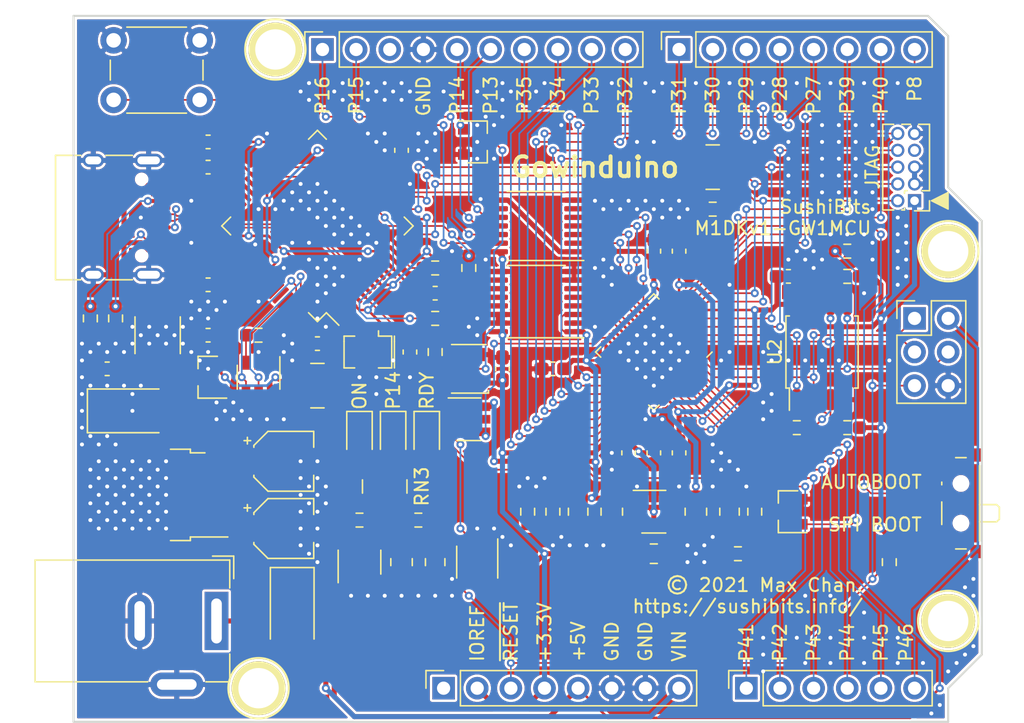
<source format=kicad_pcb>
(kicad_pcb (version 20171130) (host pcbnew "(5.1.9-0-10_14)")
  (title_block (date "lun. 30 mars 2015"))
  (layers (0 F.Cu signal) (31 B.Cu signal) (34 B.Paste user) (35 F.Paste user) (36 B.SilkS user) (37 F.SilkS user) (38 B.Mask user) (39 F.Mask user) (44 Edge.Cuts user))
  (net 0 "")
  (net 1 +5V)
  (net 2 GND)
  (net 3 +3V3)
  (net 4 /~RESET)
  (net 5 /MOSI)
  (net 6 /SCLK)
  (net 7 /MISO)
  (net 8 "Net-(R1-Pad2)")
  (net 9 "Net-(R2-Pad2)")
  (net 10 +1V2)
  (net 11 +1V8)
  (net 12 /TCK)
  (net 13 /TMS)
  (net 14 /TDO)
  (net 15 /TDI)
  (net 16 /~CS)
  (net 17 /A5)
  (net 18 /A4)
  (net 19 /A3)
  (net 20 /A2)
  (net 21 /A1)
  (net 22 /A0)
  (net 23 /8)
  (net 24 /9)
  (net 25 /10)
  (net 26 /11)
  (net 27 /12)
  (net 28 /13)
  (net 29 /14)
  (net 30 /15)
  (net 31 /0)
  (net 32 /1)
  (net 33 /2)
  (net 34 /3)
  (net 35 /4)
  (net 36 /5)
  (net 37 /6)
  (net 38 /7)
  (net 39 /~RST)
  (net 40 /MCLK)
  (net 41 /LTX)
  (net 42 /LRX)
  (net 43 /L15)
  (net 44 /L14)
  (net 45 /L13)
  (net 46 +12V)
  (net 47 /DONE)
  (net 48 /L12)
  (net 49 /JTDI)
  (net 50 /JTDO)
  (net 51 /JTMS)
  (net 52 /JTCK)
  (net 53 /MODE)
  (net 54 "Net-(L1-Pad2)")
  (net 55 "Net-(L2-Pad2)")
  (net 56 "Net-(R3-Pad2)")
  (net 57 "Net-(R4-Pad2)")
  (net 58 "Net-(J7-PadA5)")
  (net 59 "Net-(J7-PadB5)")
  (net 60 "Net-(F1-Pad2)")
  (net 61 VDDF)
  (net 62 VBUS)
  (net 63 "/USB Interface/D-")
  (net 64 "/USB Interface/D+")
  (net 65 "Net-(R10-Pad1)")
  (net 66 "Net-(R11-Pad1)")
  (net 67 "Net-(R12-Pad2)")
  (net 68 "Net-(R12-Pad1)")
  (net 69 +3.3VP)
  (net 70 "Net-(RN2-Pad4)")
  (net 71 "Net-(U5-Pad40)")
  (net 72 "Net-(U5-Pad3)")
  (net 73 "Net-(U5-Pad2)")
  (net 74 /TX)
  (net 75 /RX)
  (net 76 "Net-(RN2-Pad3)")
  (net 77 "Net-(D2-Pad2)")
  (net 78 "Net-(L3-Pad2)")
  (net 79 "Net-(R13-Pad2)")
  (net 80 "Net-(R15-Pad2)")
  (net 81 "Net-(R16-Pad2)")
  (net 82 /CLK)
  (net 83 "Net-(U11-Pad2)")
  (net 84 "Net-(D3-Pad2)")
  (net 85 "Net-(D3-Pad1)")
  (net 86 "Net-(D4-Pad2)")
  (net 87 "Net-(D4-Pad1)")
  (net 88 "Net-(D5-Pad2)")
  (module Resistor_SMD:R_0603_1608Metric_Pad0.98x0.95mm_HandSolder (layer F.Cu) (at 165.608 104.14 180)
    (fp_text reference R19 hide)
    (fp_text value 1k)
    (pad 2 smd roundrect (at 0.9125 0 180) (size 0.975 0.95) (layers F.Cu F.Paste F.Mask) (net 2 GND))
    (pad 1 smd roundrect (at -0.9125 0 180) (size 0.975 0.95) (layers F.Cu F.Paste F.Mask) (net 6 /SCLK))
  )
  (module Resistor_SMD:R_Array_Convex_4x0603 (layer F.Cu) (at 134.493 108.585 270)
    (fp_text reference RN3 (at 0 -2.8 90) (layer F.SilkS))
    (fp_text value 220)
    (pad 5 smd rect (at 0.9 1.2 270) (size 0.8 0.5) (layers F.Cu F.Paste F.Mask) (net 3 +3V3))
    (pad 6 smd rect (at 0.9 0.4 270) (size 0.8 0.4) (layers F.Cu F.Paste F.Mask) (net 3 +3V3))
    (pad 8 smd rect (at 0.9 -1.2 270) (size 0.8 0.5) (layers F.Cu F.Paste F.Mask) (net 3 +3V3))
    (pad 7 smd rect (at 0.9 -0.4 270) (size 0.8 0.4) (layers F.Cu F.Paste F.Mask) (net 3 +3V3))
    (pad 4 smd rect (at -0.9 1.2 270) (size 0.8 0.5) (layers F.Cu F.Paste F.Mask) (net 88 "Net-(D5-Pad2)"))
    (pad 2 smd rect (at -0.9 -0.4 270) (size 0.8 0.4) (layers F.Cu F.Paste F.Mask) (net 86 "Net-(D4-Pad2)"))
    (pad 3 smd rect (at -0.9 0.4 270) (size 0.8 0.4) (layers F.Cu F.Paste F.Mask))
    (pad 1 smd rect (at -0.9 -1.2 270) (size 0.8 0.5) (layers F.Cu F.Paste F.Mask) (net 84 "Net-(D3-Pad2)"))
  )
  (module Resistor_SMD:R_0603_1608Metric_Pad0.98x0.95mm_HandSolder (layer F.Cu) (at 169.418 90.805 180)
    (fp_text reference R18 hide)
    (fp_text value 4.7k)
    (pad 2 smd roundrect (at 0.9125 0 180) (size 0.975 0.95) (layers F.Cu F.Paste F.Mask) (net 47 /DONE))
    (pad 1 smd roundrect (at -0.9125 0 180) (size 0.975 0.95) (layers F.Cu F.Paste F.Mask) (net 3 +3V3))
  )
  (module Package_TO_SOT_SMD:SOT-23 (layer F.Cu) (at 141.478 82.55)
    (fp_text reference Q2 hide)
    (fp_text value 2N7002)
    (pad 3 smd rect (at 1 0) (size 0.9 0.8) (layers F.Cu F.Paste F.Mask) (net 87 "Net-(D4-Pad1)"))
    (pad 2 smd rect (at -1 0.95) (size 0.9 0.8) (layers F.Cu F.Paste F.Mask) (net 2 GND))
    (pad 1 smd rect (at -1 -0.95) (size 0.9 0.8) (layers F.Cu F.Paste F.Mask) (net 28 /13))
  )
  (module Package_TO_SOT_SMD:SOT-23 (layer F.Cu) (at 164.973 110.49 180)
    (fp_text reference Q1 hide)
    (fp_text value 2N7002)
    (pad 3 smd rect (at 1 0 180) (size 0.9 0.8) (layers F.Cu F.Paste F.Mask) (net 85 "Net-(D3-Pad1)"))
    (pad 2 smd rect (at -1 0.95 180) (size 0.9 0.8) (layers F.Cu F.Paste F.Mask) (net 2 GND))
    (pad 1 smd rect (at -1 -0.95 180) (size 0.9 0.8) (layers F.Cu F.Paste F.Mask) (net 47 /DONE))
  )
  (module LED_SMD:LED_0805_2012Metric_Pad1.15x1.40mm_HandSolder (layer F.Cu) (at 132.588 104.775 270)
    (fp_text reference D5 hide)
    (fp_text value Power)
    (pad 2 smd roundrect (at 1.025 0 270) (size 1.15 1.4) (layers F.Cu F.Paste F.Mask) (roundrect_rratio 0.217391) (net 88 "Net-(D5-Pad2)"))
    (pad 1 smd roundrect (at -1.025 0 270) (size 1.15 1.4) (layers F.Cu F.Paste F.Mask) (roundrect_rratio 0.217391) (net 2 GND))
  )
  (module LED_SMD:LED_0805_2012Metric_Pad1.15x1.40mm_HandSolder (layer F.Cu) (at 135.128 104.775 270)
    (fp_text reference D4 hide)
    (fp_text value L)
    (pad 2 smd roundrect (at 1.025 0 270) (size 1.15 1.4) (layers F.Cu F.Paste F.Mask) (roundrect_rratio 0.217391) (net 86 "Net-(D4-Pad2)"))
    (pad 1 smd roundrect (at -1.025 0 270) (size 1.15 1.4) (layers F.Cu F.Paste F.Mask) (roundrect_rratio 0.217391) (net 87 "Net-(D4-Pad1)"))
  )
  (module LED_SMD:LED_0805_2012Metric_Pad1.15x1.40mm_HandSolder (layer F.Cu) (at 137.668 104.775 270)
    (fp_text reference D3 hide)
    (fp_text value Done)
    (pad 2 smd roundrect (at 1.025 0 270) (size 1.15 1.4) (layers F.Cu F.Paste F.Mask) (roundrect_rratio 0.217391) (net 84 "Net-(D3-Pad2)"))
    (pad 1 smd roundrect (at -1.025 0 270) (size 1.15 1.4) (layers F.Cu F.Paste F.Mask) (roundrect_rratio 0.217391) (net 85 "Net-(D3-Pad1)"))
  )
  (module Package_TO_SOT_SMD:SOT-23-6 (layer F.Cu) (at 140.843 103.505)
    (fp_text reference U12 hide)
    (fp_text value SN74LVC1T45DBV)
    (pad 5 smd rect (at 1.1 0) (size 1.06 0.65) (layers F.Cu F.Paste F.Mask) (net 3 +3V3))
    (pad 6 smd rect (at 1.1 -0.95) (size 1.06 0.65) (layers F.Cu F.Paste F.Mask) (net 11 +1V8))
    (pad 4 smd rect (at 1.1 0.95) (size 1.06 0.65) (layers F.Cu F.Paste F.Mask) (net 39 /~RST))
    (pad 3 smd rect (at -1.1 0.95) (size 1.06 0.65) (layers F.Cu F.Paste F.Mask) (net 83 "Net-(U11-Pad2)"))
    (pad 2 smd rect (at -1.1 0) (size 1.06 0.65) (layers F.Cu F.Paste F.Mask) (net 2 GND))
    (pad 1 smd rect (at -1.1 -0.95) (size 1.06 0.65) (layers F.Cu F.Paste F.Mask) (net 3 +3V3))
  )
  (module Package_TO_SOT_SMD:SOT-143 (layer F.Cu) (at 141.478 114.3 270)
    (fp_text reference U11 hide)
    (fp_text value MAX811SEUS-T)
    (pad 4 smd rect (at 1.1 -0.95 180) (size 1 1.4) (layers F.Cu F.Paste F.Mask) (net 3 +3V3))
    (pad 3 smd rect (at 1.1 0.95 180) (size 1 1.4) (layers F.Cu F.Paste F.Mask) (net 4 /~RESET))
    (pad 2 smd rect (at -1.1 0.95 180) (size 1 1.4) (layers F.Cu F.Paste F.Mask) (net 83 "Net-(U11-Pad2)"))
    (pad 1 smd rect (at -1.1 -0.77 180) (size 1.2 1.4) (layers F.Cu F.Paste F.Mask) (net 2 GND))
  )
  (module Resistor_SMD:R_0603_1608Metric_Pad0.98x0.95mm_HandSolder (layer F.Cu) (at 159.258 87.63 180)
    (fp_text reference R17 hide)
    (fp_text value 4.7k)
    (pad 2 smd roundrect (at 0.9125 0 180) (size 0.975 0.95) (layers F.Cu F.Paste F.Mask) (net 2 GND))
    (pad 1 smd roundrect (at -0.9125 0 180) (size 0.975 0.95) (layers F.Cu F.Paste F.Mask) (net 12 /TCK))
  )
  (module Oscillator:Oscillator_SMD_EuroQuartz_XO32-4Pin_3.2x2.5mm (layer F.Cu) (at 140.843 99.695 180)
    (fp_text reference X1 hide)
    (fp_text value XO32)
    (pad 4 smd rect (at 0.775 -1.075 90) (size 1 0.9) (layers F.Cu F.Paste F.Mask) (net 3 +3V3))
    (pad 3 smd rect (at 0.775 1.075 90) (size 1 0.9) (layers F.Cu F.Paste F.Mask) (net 82 /CLK))
    (pad 2 smd rect (at -0.775 1.075 90) (size 1 0.9) (layers F.Cu F.Paste F.Mask) (net 2 GND))
    (pad 1 smd rect (at -0.775 -1.075 90) (size 1 0.9) (layers F.Cu F.Paste F.Mask) (net 3 +3V3))
  )
  (module Capacitor_SMD:C_0603_1608Metric_Pad1.08x0.95mm_HandSolder (layer F.Cu) (at 143.383 99.695 90)
    (fp_text reference C23 hide)
    (fp_text value 100n)
    (pad 2 smd roundrect (at 0.8625 0 90) (size 1.075 0.95) (layers F.Cu F.Paste F.Mask) (net 2 GND))
    (pad 1 smd roundrect (at -0.8625 0 90) (size 1.075 0.95) (layers F.Cu F.Paste F.Mask) (net 3 +3V3))
  )
  (module Resistor_SMD:R_0603_1608Metric_Pad0.98x0.95mm_HandSolder (layer F.Cu) (at 140.843 92.075 270)
    (fp_text reference R16 hide)
    (fp_text value 220)
    (pad 2 smd roundrect (at 0.9125 0 270) (size 0.975 0.95) (layers F.Cu F.Paste F.Mask) (net 81 "Net-(R16-Pad2)"))
    (pad 1 smd roundrect (at -0.9125 0 270) (size 0.975 0.95) (layers F.Cu F.Paste F.Mask) (net 74 /TX))
  )
  (module Resistor_SMD:R_0603_1608Metric_Pad0.98x0.95mm_HandSolder (layer F.Cu) (at 138.303 95.885)
    (fp_text reference R15 hide)
    (fp_text value 220)
    (pad 2 smd roundrect (at 0.9125 0) (size 0.975 0.95) (layers F.Cu F.Paste F.Mask) (net 80 "Net-(R15-Pad2)"))
    (pad 1 smd roundrect (at -0.9125 0) (size 0.975 0.95) (layers F.Cu F.Paste F.Mask) (net 75 /RX))
  )
  (module Package_SO:TSSOP-16_4.4x5mm_P0.65mm (layer F.Cu) (at 145.923 94.615 180)
    (fp_text reference U10 hide)
    (fp_text value SN74AVC4T245PW)
    (pad 16 smd roundrect (at 2.8625 -2.275 180) (size 1.475 0.4) (layers F.Cu F.Paste F.Mask) (net 3 +3V3))
    (pad 15 smd roundrect (at 2.8625 -1.625 180) (size 1.475 0.4) (layers F.Cu F.Paste F.Mask) (net 2 GND))
    (pad 14 smd roundrect (at 2.8625 -0.975 180) (size 1.475 0.4) (layers F.Cu F.Paste F.Mask) (net 2 GND))
    (pad 13 smd roundrect (at 2.8625 -0.325 180) (size 1.475 0.4) (layers F.Cu F.Paste F.Mask) (net 82 /CLK))
    (pad 12 smd roundrect (at 2.8625 0.325 180) (size 1.475 0.4) (layers F.Cu F.Paste F.Mask) (net 80 "Net-(R15-Pad2)"))
    (pad 11 smd roundrect (at 2.8625 0.975 180) (size 1.475 0.4) (layers F.Cu F.Paste F.Mask) (net 81 "Net-(R16-Pad2)"))
    (pad 10 smd roundrect (at 2.8625 1.625 180) (size 1.475 0.4) (layers F.Cu F.Paste F.Mask))
    (pad 9 smd roundrect (at 2.8625 2.275 180) (size 1.475 0.4) (layers F.Cu F.Paste F.Mask) (net 2 GND))
    (pad 8 smd roundrect (at -2.8625 2.275 180) (size 1.475 0.4) (layers F.Cu F.Paste F.Mask) (net 2 GND))
    (pad 7 smd roundrect (at -2.8625 1.625 180) (size 1.475 0.4) (layers F.Cu F.Paste F.Mask) (net 2 GND))
    (pad 6 smd roundrect (at -2.8625 0.975 180) (size 1.475 0.4) (layers F.Cu F.Paste F.Mask) (net 41 /LTX))
    (pad 5 smd roundrect (at -2.8625 0.325 180) (size 1.475 0.4) (layers F.Cu F.Paste F.Mask) (net 42 /LRX))
    (pad 4 smd roundrect (at -2.8625 -0.325 180) (size 1.475 0.4) (layers F.Cu F.Paste F.Mask) (net 40 /MCLK))
    (pad 3 smd roundrect (at -2.8625 -0.975 180) (size 1.475 0.4) (layers F.Cu F.Paste F.Mask) (net 11 +1V8))
    (pad 2 smd roundrect (at -2.8625 -1.625 180) (size 1.475 0.4) (layers F.Cu F.Paste F.Mask) (net 2 GND))
    (pad 1 smd roundrect (at -2.8625 -2.275 180) (size 1.475 0.4) (layers F.Cu F.Paste F.Mask) (net 11 +1V8))
  )
  (module Package_TO_SOT_SMD:SOT-23-5 (layer F.Cu) (at 132.588 114.3 90)
    (fp_text reference U9 hide)
    (fp_text value FP6161)
    (pad 5 smd rect (at 1.1 -0.95 90) (size 1.06 0.65) (layers F.Cu F.Paste F.Mask) (net 79 "Net-(R13-Pad2)"))
    (pad 4 smd rect (at 1.1 0.95 90) (size 1.06 0.65) (layers F.Cu F.Paste F.Mask) (net 1 +5V))
    (pad 3 smd rect (at -1.1 0.95 90) (size 1.06 0.65) (layers F.Cu F.Paste F.Mask) (net 78 "Net-(L3-Pad2)"))
    (pad 2 smd rect (at -1.1 0 90) (size 1.06 0.65) (layers F.Cu F.Paste F.Mask) (net 2 GND))
    (pad 1 smd rect (at -1.1 -0.95 90) (size 1.06 0.65) (layers F.Cu F.Paste F.Mask) (net 1 +5V))
  )
  (module Resistor_SMD:R_0603_1608Metric_Pad0.98x0.95mm_HandSolder (layer F.Cu) (at 132.588 111.125 180)
    (fp_text reference R14 hide)
    (fp_text value 16k)
    (pad 2 smd roundrect (at 0.9125 0 180) (size 0.975 0.95) (layers F.Cu F.Paste F.Mask) (net 2 GND))
    (pad 1 smd roundrect (at -0.9125 0 180) (size 0.975 0.95) (layers F.Cu F.Paste F.Mask) (net 79 "Net-(R13-Pad2)"))
  )
  (module Resistor_SMD:R_0603_1608Metric_Pad0.98x0.95mm_HandSolder (layer F.Cu) (at 137.033 111.125 180)
    (fp_text reference R13 hide)
    (fp_text value 36k)
    (pad 2 smd roundrect (at 0.9125 0 180) (size 0.975 0.95) (layers F.Cu F.Paste F.Mask) (net 79 "Net-(R13-Pad2)"))
    (pad 1 smd roundrect (at -0.9125 0 180) (size 0.975 0.95) (layers F.Cu F.Paste F.Mask) (net 3 +3V3))
  )
  (module Inductor_SMD:L_0806_2014Metric_Pad1.15x1.60mm_HandSolder (layer F.Cu) (at 135.763 114.3 270)
    (fp_text reference L3 hide)
    (fp_text value 3.3µ)
    (pad 2 smd roundrect (at 1.025 0 270) (size 1.15 1.6) (layers F.Cu F.Paste F.Mask) (roundrect_rratio 0.217) (net 78 "Net-(L3-Pad2)"))
    (pad 1 smd roundrect (at -1.025 0 270) (size 1.15 1.6) (layers F.Cu F.Paste F.Mask) (roundrect_rratio 0.217) (net 3 +3V3))
  )
  (module Capacitor_SMD:C_0805_2012Metric_Pad1.18x1.45mm_HandSolder (layer F.Cu) (at 138.303 114.3 270)
    (fp_text reference C22 hide)
    (fp_text value 10µ)
    (pad 2 smd roundrect (at 1.0375 0 270) (size 1.175 1.45) (layers F.Cu F.Paste F.Mask) (roundrect_rratio 0.212766) (net 2 GND))
    (pad 1 smd roundrect (at -1.0375 0 270) (size 1.175 1.45) (layers F.Cu F.Paste F.Mask) (roundrect_rratio 0.212766) (net 3 +3V3))
  )
  (module Inductor_SMD:L_0806_2014Metric_Pad1.15x1.60mm_HandSolder (layer F.Cu) (at 151.638 110.49 270)
    (fp_text reference L2 hide)
    (fp_text value 2.2µ)
    (pad 2 smd roundrect (at 1.025 0 270) (size 1.15 1.6) (layers F.Cu F.Paste F.Mask) (roundrect_rratio 0.217) (net 55 "Net-(L2-Pad2)"))
    (pad 1 smd roundrect (at -1.025 0 270) (size 1.15 1.6) (layers F.Cu F.Paste F.Mask) (roundrect_rratio 0.217) (net 11 +1V8))
  )
  (module Inductor_SMD:L_0806_2014Metric_Pad1.15x1.60mm_HandSolder (layer F.Cu) (at 157.988 110.49 270)
    (fp_text reference L1 hide)
    (fp_text value 2.2µ)
    (pad 2 smd roundrect (at 1.025 0 270) (size 1.15 1.6) (layers F.Cu F.Paste F.Mask) (roundrect_rratio 0.217) (net 54 "Net-(L1-Pad2)"))
    (pad 1 smd roundrect (at -1.025 0 270) (size 1.15 1.6) (layers F.Cu F.Paste F.Mask) (roundrect_rratio 0.217) (net 10 +1V2))
  )
  (module Package_TO_SOT_SMD:TO-252-2 (layer F.Cu) (at 117.348 109.22 180)
    (fp_text reference U8 hide)
    (fp_text value L7805)
    (pad 2 smd rect (at 2.1 0 180) (size 6.4 5.8) (layers F.Cu F.Mask) (net 2 GND))
    (pad 3 smd rect (at -4.2 2.28 180) (size 2.2 1.2) (layers F.Cu F.Paste F.Mask) (net 1 +5V))
    (pad 1 smd rect (at -4.2 -2.28 180) (size 2.2 1.2) (layers F.Cu F.Paste F.Mask) (net 46 +12V))
  )
  (module Connector_BarrelJack:BarrelJack_Wuerth_6941xx301002 (layer F.Cu) (at 121.793 118.745 270)
    (fp_text reference J8 hide)
    (fp_text value 12V)
    (pad 1 thru_hole rect (at 0 0 270) (size 4.4 1.8) (drill oval 3.4 0.8) (layers *.Cu *.Mask) (net 77 "Net-(D2-Pad2)"))
    (pad 2 thru_hole oval (at 0 5.8 270) (size 4 1.8) (drill oval 3 0.8) (layers *.Cu *.Mask) (net 2 GND))
    (pad 3 thru_hole oval (at 4.8 3) (size 4 1.8) (drill oval 3 0.8) (layers *.Cu *.Mask) (net 2 GND))
  )
  (module Diode_SMD:D_SMA (layer F.Cu) (at 127.508 118.11 270)
    (fp_text reference D2 hide)
    (fp_text value M7)
    (pad 2 smd rect (at 2 0 270) (size 2.5 1.8) (layers F.Cu F.Paste F.Mask) (net 77 "Net-(D2-Pad2)"))
    (pad 1 smd rect (at -2 0 270) (size 2.5 1.8) (layers F.Cu F.Paste F.Mask) (net 46 +12V))
  )
  (module Capacitor_SMD:CP_Elec_4x4.5 (layer F.Cu) (at 126.873 106.68)
    (fp_text reference C21 hide)
    (fp_text value 47µ)
    (pad 2 smd roundrect (at 1.8 0) (size 2.6 1.6) (layers F.Cu F.Paste F.Mask) (roundrect_rratio 0.15625) (net 2 GND))
    (pad 1 smd roundrect (at -1.8 0) (size 2.6 1.6) (layers F.Cu F.Paste F.Mask) (roundrect_rratio 0.15625) (net 1 +5V))
  )
  (module Capacitor_SMD:CP_Elec_4x4.5 (layer F.Cu) (at 126.873 111.76)
    (fp_text reference C20 hide)
    (fp_text value 10µ)
    (pad 2 smd roundrect (at 1.8 0) (size 2.6 1.6) (layers F.Cu F.Paste F.Mask) (roundrect_rratio 0.15625) (net 2 GND))
    (pad 1 smd roundrect (at -1.8 0) (size 2.6 1.6) (layers F.Cu F.Paste F.Mask) (roundrect_rratio 0.15625) (net 46 +12V))
  )
  (module Diode_SMD:D_SMA (layer F.Cu) (at 115.443 102.87)
    (fp_text reference D1 hide)
    (fp_text value SS14)
    (pad 2 smd rect (at 2 0) (size 2.5 1.8) (layers F.Cu F.Paste F.Mask) (net 62 VBUS))
    (pad 1 smd rect (at -2 0) (size 2.5 1.8) (layers F.Cu F.Paste F.Mask) (net 1 +5V))
  )
  (module Resistor_SMD:R_0603_1608Metric_Pad0.98x0.95mm_HandSolder (layer F.Cu) (at 138.303 98.425 270)
    (fp_text reference R10 hide)
    (fp_text value 12k)
    (pad 2 smd roundrect (at 0.9125 0 270) (size 0.975 0.95) (layers F.Cu F.Paste F.Mask) (net 2 GND))
    (pad 1 smd roundrect (at -0.9125 0 270) (size 0.975 0.95) (layers F.Cu F.Paste F.Mask) (net 65 "Net-(R10-Pad1)"))
  )
  (module Capacitor_SMD:C_0603_1608Metric_Pad1.08x0.95mm_HandSolder (layer F.Cu) (at 129.413 97.79)
    (fp_text reference C19 hide)
    (fp_text value 100n)
    (pad 2 smd roundrect (at 0.8625 0) (size 1.075 0.95) (layers F.Cu F.Paste F.Mask) (net 2 GND))
    (pad 1 smd roundrect (at -0.8625 0) (size 1.075 0.95) (layers F.Cu F.Paste F.Mask) (net 61 VDDF))
  )
  (module Capacitor_SMD:C_0603_1608Metric_Pad1.08x0.95mm_HandSolder (layer F.Cu) (at 121.158 82.55 180)
    (fp_text reference C18 hide)
    (fp_text value 100n)
    (pad 2 smd roundrect (at 0.8625 0 180) (size 1.075 0.95) (layers F.Cu F.Paste F.Mask) (net 2 GND))
    (pad 1 smd roundrect (at -0.8625 0 180) (size 1.075 0.95) (layers F.Cu F.Paste F.Mask) (net 61 VDDF))
  )
  (module Capacitor_SMD:C_0603_1608Metric_Pad1.08x0.95mm_HandSolder (layer F.Cu) (at 138.303 93.98)
    (fp_text reference C17 hide)
    (fp_text value 100n)
    (pad 2 smd roundrect (at 0.8625 0) (size 1.075 0.95) (layers F.Cu F.Paste F.Mask) (net 2 GND))
    (pad 1 smd roundrect (at -0.8625 0) (size 1.075 0.95) (layers F.Cu F.Paste F.Mask) (net 61 VDDF))
  )
  (module Capacitor_SMD:C_0603_1608Metric_Pad1.08x0.95mm_HandSolder (layer F.Cu) (at 121.158 84.455 180)
    (fp_text reference C16 hide)
    (fp_text value 100n)
    (pad 2 smd roundrect (at 0.8625 0 180) (size 1.075 0.95) (layers F.Cu F.Paste F.Mask) (net 2 GND))
    (pad 1 smd roundrect (at -0.8625 0 180) (size 1.075 0.95) (layers F.Cu F.Paste F.Mask) (net 69 +3.3VP))
  )
  (module Capacitor_SMD:C_0603_1608Metric_Pad1.08x0.95mm_HandSolder (layer F.Cu) (at 135.763 83.185 90)
    (fp_text reference C15 hide)
    (fp_text value 100n)
    (pad 2 smd roundrect (at 0.8625 0 90) (size 1.075 0.95) (layers F.Cu F.Paste F.Mask) (net 2 GND))
    (pad 1 smd roundrect (at -0.8625 0 90) (size 1.075 0.95) (layers F.Cu F.Paste F.Mask) (net 69 +3.3VP))
  )
  (module Capacitor_SMD:C_0603_1608Metric_Pad1.08x0.95mm_HandSolder (layer F.Cu) (at 136.398 98.425 270)
    (fp_text reference C14 hide)
    (fp_text value 100n)
    (pad 2 smd roundrect (at 0.8625 0 270) (size 1.075 0.95) (layers F.Cu F.Paste F.Mask) (net 2 GND))
    (pad 1 smd roundrect (at -0.8625 0 270) (size 1.075 0.95) (layers F.Cu F.Paste F.Mask) (net 69 +3.3VP))
  )
  (module Package_TO_SOT_SMD:SOT-23 (layer F.Cu) (at 121.158 100.33 180)
    (fp_text reference U7 hide)
    (fp_text value XC6206-3.3)
    (pad 3 smd rect (at 1 0 180) (size 0.9 0.8) (layers F.Cu F.Paste F.Mask) (net 62 VBUS))
    (pad 2 smd rect (at -1 0.95 180) (size 0.9 0.8) (layers F.Cu F.Paste F.Mask) (net 69 +3.3VP))
    (pad 1 smd rect (at -1 -0.95 180) (size 0.9 0.8) (layers F.Cu F.Paste F.Mask) (net 2 GND))
  )
  (module Capacitor_SMD:C_0603_1608Metric_Pad1.08x0.95mm_HandSolder (layer F.Cu) (at 121.158 97.155 180)
    (fp_text reference C13 hide)
    (fp_text value 1µ)
    (pad 2 smd roundrect (at 0.8625 0 180) (size 1.075 0.95) (layers F.Cu F.Paste F.Mask) (net 2 GND))
    (pad 1 smd roundrect (at -0.8625 0 180) (size 1.075 0.95) (layers F.Cu F.Paste F.Mask) (net 69 +3.3VP))
  )
  (module Capacitor_SMD:C_0603_1608Metric_Pad1.08x0.95mm_HandSolder (layer F.Cu) (at 113.538 99.695 180)
    (fp_text reference C12 hide)
    (fp_text value 1µ)
    (pad 2 smd roundrect (at 0.8625 0 180) (size 1.075 0.95) (layers F.Cu F.Paste F.Mask) (net 2 GND))
    (pad 1 smd roundrect (at -0.8625 0 180) (size 1.075 0.95) (layers F.Cu F.Paste F.Mask) (net 62 VBUS))
  )
  (module Crystal:Resonator_SMD_muRata_CSTxExxV-3Pin_3.0x1.1mm (layer F.Cu) (at 133.223 98.425 180)
    (fp_text reference Y1 hide)
    (fp_text value 12M)
    (pad 3 smd rect (at 1.2 0 180) (size 0.4 1.9) (layers F.Cu F.Paste F.Mask) (net 73 "Net-(U5-Pad2)"))
    (pad 2 smd rect (at 0 0 180) (size 0.4 1.9) (layers F.Cu F.Paste F.Mask) (net 2 GND))
    (pad 1 smd rect (at -1.2 0 180) (size 0.4 1.9) (layers F.Cu F.Paste F.Mask) (net 72 "Net-(U5-Pad3)"))
  )
  (module Package_TO_SOT_SMD:SOT-23-6 (layer F.Cu) (at 124.968 100.33 270)
    (fp_text reference U6 hide)
    (fp_text value 93LC56B)
    (pad 5 smd rect (at 1.1 0 270) (size 1.06 0.65) (layers F.Cu F.Paste F.Mask) (net 76 "Net-(RN2-Pad3)"))
    (pad 6 smd rect (at 1.1 -0.95 270) (size 1.06 0.65) (layers F.Cu F.Paste F.Mask) (net 69 +3.3VP))
    (pad 4 smd rect (at 1.1 0.95 270) (size 1.06 0.65) (layers F.Cu F.Paste F.Mask) (net 70 "Net-(RN2-Pad4)"))
    (pad 3 smd rect (at -1.1 0.95 270) (size 1.06 0.65) (layers F.Cu F.Paste F.Mask) (net 68 "Net-(R12-Pad1)"))
    (pad 2 smd rect (at -1.1 0 270) (size 1.06 0.65) (layers F.Cu F.Paste F.Mask) (net 2 GND))
    (pad 1 smd rect (at -1.1 -0.95 270) (size 1.06 0.65) (layers F.Cu F.Paste F.Mask) (net 67 "Net-(R12-Pad2)"))
  )
  (module Package_QFP:LQFP-64_10x10mm_P0.5mm (layer F.Cu) (at 129.413 88.9 135)
    (fp_text reference U5 hide)
    (fp_text value FT2232HL)
    (pad 64 smd roundrect (at -3.75 -5.675 135) (size 0.3 1.55) (layers F.Cu F.Paste F.Mask) (net 61 VDDF))
    (pad 63 smd roundrect (at -3.25 -5.675 135) (size 0.3 1.55) (layers F.Cu F.Paste F.Mask) (net 76 "Net-(RN2-Pad3)"))
    (pad 62 smd roundrect (at -2.75 -5.675 135) (size 0.3 1.55) (layers F.Cu F.Paste F.Mask) (net 70 "Net-(RN2-Pad4)"))
    (pad 61 smd roundrect (at -2.25 -5.675 135) (size 0.3 1.55) (layers F.Cu F.Paste F.Mask) (net 68 "Net-(R12-Pad1)"))
    (pad 60 smd roundrect (at -1.75 -5.675 135) (size 0.3 1.55) (layers F.Cu F.Paste F.Mask))
    (pad 59 smd roundrect (at -1.25 -5.675 135) (size 0.3 1.55) (layers F.Cu F.Paste F.Mask))
    (pad 58 smd roundrect (at -0.75 -5.675 135) (size 0.3 1.55) (layers F.Cu F.Paste F.Mask))
    (pad 57 smd roundrect (at -0.25 -5.675 135) (size 0.3 1.55) (layers F.Cu F.Paste F.Mask))
    (pad 56 smd roundrect (at 0.25 -5.675 135) (size 0.3 1.55) (layers F.Cu F.Paste F.Mask) (net 69 +3.3VP))
    (pad 55 smd roundrect (at 0.75 -5.675 135) (size 0.3 1.55) (layers F.Cu F.Paste F.Mask))
    (pad 54 smd roundrect (at 1.25 -5.675 135) (size 0.3 1.55) (layers F.Cu F.Paste F.Mask))
    (pad 53 smd roundrect (at 1.75 -5.675 135) (size 0.3 1.55) (layers F.Cu F.Paste F.Mask))
    (pad 52 smd roundrect (at 2.25 -5.675 135) (size 0.3 1.55) (layers F.Cu F.Paste F.Mask))
    (pad 51 smd roundrect (at 2.75 -5.675 135) (size 0.3 1.55) (layers F.Cu F.Paste F.Mask) (net 2 GND))
    (pad 50 smd roundrect (at 3.25 -5.675 135) (size 0.3 1.55) (layers F.Cu F.Paste F.Mask) (net 69 +3.3VP))
    (pad 49 smd roundrect (at 3.75 -5.675 135) (size 0.3 1.55) (layers F.Cu F.Paste F.Mask) (net 61 VDDF))
    (pad 48 smd roundrect (at 5.675 -3.75 135) (size 1.55 0.3) (layers F.Cu F.Paste F.Mask))
    (pad 47 smd roundrect (at 5.675 -3.25 135) (size 1.55 0.3) (layers F.Cu F.Paste F.Mask) (net 2 GND))
    (pad 46 smd roundrect (at 5.675 -2.75 135) (size 1.55 0.3) (layers F.Cu F.Paste F.Mask))
    (pad 45 smd roundrect (at 5.675 -2.25 135) (size 1.55 0.3) (layers F.Cu F.Paste F.Mask))
    (pad 44 smd roundrect (at 5.675 -1.75 135) (size 1.55 0.3) (layers F.Cu F.Paste F.Mask))
    (pad 43 smd roundrect (at 5.675 -1.25 135) (size 1.55 0.3) (layers F.Cu F.Paste F.Mask))
    (pad 42 smd roundrect (at 5.675 -0.75 135) (size 1.55 0.3) (layers F.Cu F.Paste F.Mask) (net 69 +3.3VP))
    (pad 41 smd roundrect (at 5.675 -0.25 135) (size 1.55 0.3) (layers F.Cu F.Paste F.Mask) (net 71 "Net-(U5-Pad40)"))
    (pad 40 smd roundrect (at 5.675 0.25 135) (size 1.55 0.3) (layers F.Cu F.Paste F.Mask) (net 71 "Net-(U5-Pad40)"))
    (pad 39 smd roundrect (at 5.675 0.75 135) (size 1.55 0.3) (layers F.Cu F.Paste F.Mask) (net 74 /TX))
    (pad 38 smd roundrect (at 5.675 1.25 135) (size 1.55 0.3) (layers F.Cu F.Paste F.Mask) (net 75 /RX))
    (pad 37 smd roundrect (at 5.675 1.75 135) (size 1.55 0.3) (layers F.Cu F.Paste F.Mask) (net 61 VDDF))
    (pad 36 smd roundrect (at 5.675 2.25 135) (size 1.55 0.3) (layers F.Cu F.Paste F.Mask))
    (pad 35 smd roundrect (at 5.675 2.75 135) (size 1.55 0.3) (layers F.Cu F.Paste F.Mask) (net 2 GND))
    (pad 34 smd roundrect (at 5.675 3.25 135) (size 1.55 0.3) (layers F.Cu F.Paste F.Mask))
    (pad 33 smd roundrect (at 5.675 3.75 135) (size 1.55 0.3) (layers F.Cu F.Paste F.Mask))
    (pad 32 smd roundrect (at 3.75 5.675 135) (size 0.3 1.55) (layers F.Cu F.Paste F.Mask))
    (pad 31 smd roundrect (at 3.25 5.675 135) (size 0.3 1.55) (layers F.Cu F.Paste F.Mask) (net 69 +3.3VP))
    (pad 30 smd roundrect (at 2.75 5.675 135) (size 0.3 1.55) (layers F.Cu F.Paste F.Mask))
    (pad 29 smd roundrect (at 2.25 5.675 135) (size 0.3 1.55) (layers F.Cu F.Paste F.Mask))
    (pad 28 smd roundrect (at 1.75 5.675 135) (size 0.3 1.55) (layers F.Cu F.Paste F.Mask))
    (pad 27 smd roundrect (at 1.25 5.675 135) (size 0.3 1.55) (layers F.Cu F.Paste F.Mask))
    (pad 26 smd roundrect (at 0.75 5.675 135) (size 0.3 1.55) (layers F.Cu F.Paste F.Mask))
    (pad 25 smd roundrect (at 0.25 5.675 135) (size 0.3 1.55) (layers F.Cu F.Paste F.Mask) (net 2 GND))
    (pad 24 smd roundrect (at -0.25 5.675 135) (size 0.3 1.55) (layers F.Cu F.Paste F.Mask))
    (pad 23 smd roundrect (at -0.75 5.675 135) (size 0.3 1.55) (layers F.Cu F.Paste F.Mask))
    (pad 22 smd roundrect (at -1.25 5.675 135) (size 0.3 1.55) (layers F.Cu F.Paste F.Mask))
    (pad 21 smd roundrect (at -1.75 5.675 135) (size 0.3 1.55) (layers F.Cu F.Paste F.Mask))
    (pad 20 smd roundrect (at -2.25 5.675 135) (size 0.3 1.55) (layers F.Cu F.Paste F.Mask) (net 69 +3.3VP))
    (pad 19 smd roundrect (at -2.75 5.675 135) (size 0.3 1.55) (layers F.Cu F.Paste F.Mask) (net 51 /JTMS))
    (pad 18 smd roundrect (at -3.25 5.675 135) (size 0.3 1.55) (layers F.Cu F.Paste F.Mask) (net 50 /JTDO))
    (pad 17 smd roundrect (at -3.75 5.675 135) (size 0.3 1.55) (layers F.Cu F.Paste F.Mask) (net 49 /JTDI))
    (pad 16 smd roundrect (at -5.675 3.75 135) (size 1.55 0.3) (layers F.Cu F.Paste F.Mask) (net 52 /JTCK))
    (pad 15 smd roundrect (at -5.675 3.25 135) (size 1.55 0.3) (layers F.Cu F.Paste F.Mask) (net 2 GND))
    (pad 14 smd roundrect (at -5.675 2.75 135) (size 1.55 0.3) (layers F.Cu F.Paste F.Mask) (net 66 "Net-(R11-Pad1)"))
    (pad 13 smd roundrect (at -5.675 2.25 135) (size 1.55 0.3) (layers F.Cu F.Paste F.Mask) (net 2 GND))
    (pad 12 smd roundrect (at -5.675 1.75 135) (size 1.55 0.3) (layers F.Cu F.Paste F.Mask) (net 61 VDDF))
    (pad 11 smd roundrect (at -5.675 1.25 135) (size 1.55 0.3) (layers F.Cu F.Paste F.Mask) (net 2 GND))
    (pad 10 smd roundrect (at -5.675 0.75 135) (size 1.55 0.3) (layers F.Cu F.Paste F.Mask) (net 2 GND))
    (pad 9 smd roundrect (at -5.675 0.25 135) (size 1.55 0.3) (layers F.Cu F.Paste F.Mask) (net 69 +3.3VP))
    (pad 8 smd roundrect (at -5.675 -0.25 135) (size 1.55 0.3) (layers F.Cu F.Paste F.Mask) (net 64 "/USB Interface/D+"))
    (pad 7 smd roundrect (at -5.675 -0.75 135) (size 1.55 0.3) (layers F.Cu F.Paste F.Mask) (net 63 "/USB Interface/D-"))
    (pad 6 smd roundrect (at -5.675 -1.25 135) (size 1.55 0.3) (layers F.Cu F.Paste F.Mask) (net 65 "Net-(R10-Pad1)"))
    (pad 5 smd roundrect (at -5.675 -1.75 135) (size 1.55 0.3) (layers F.Cu F.Paste F.Mask) (net 2 GND))
    (pad 4 smd roundrect (at -5.675 -2.25 135) (size 1.55 0.3) (layers F.Cu F.Paste F.Mask) (net 69 +3.3VP))
    (pad 3 smd roundrect (at -5.675 -2.75 135) (size 1.55 0.3) (layers F.Cu F.Paste F.Mask) (net 72 "Net-(U5-Pad3)"))
    (pad 2 smd roundrect (at -5.675 -3.25 135) (size 1.55 0.3) (layers F.Cu F.Paste F.Mask) (net 73 "Net-(U5-Pad2)"))
    (pad 1 smd roundrect (at -5.675 -3.75 135) (size 1.55 0.3) (layers F.Cu F.Paste F.Mask) (net 2 GND))
  )
  (module Resistor_SMD:R_Array_Convex_4x0603 (layer F.Cu) (at 129.413 100.965)
    (fp_text reference RN2 hide)
    (fp_text value 10k)
    (pad 5 smd rect (at 0.9 1.2) (size 0.8 0.5) (layers F.Cu F.Paste F.Mask) (net 69 +3.3VP))
    (pad 6 smd rect (at 0.9 0.4) (size 0.8 0.4) (layers F.Cu F.Paste F.Mask) (net 69 +3.3VP))
    (pad 8 smd rect (at 0.9 -1.2) (size 0.8 0.5) (layers F.Cu F.Paste F.Mask) (net 69 +3.3VP))
    (pad 7 smd rect (at 0.9 -0.4) (size 0.8 0.4) (layers F.Cu F.Paste F.Mask) (net 69 +3.3VP))
    (pad 4 smd rect (at -0.9 1.2) (size 0.8 0.5) (layers F.Cu F.Paste F.Mask) (net 70 "Net-(RN2-Pad4)"))
    (pad 2 smd rect (at -0.9 -0.4) (size 0.8 0.4) (layers F.Cu F.Paste F.Mask) (net 69 +3.3VP))
    (pad 3 smd rect (at -0.9 0.4) (size 0.8 0.4) (layers F.Cu F.Paste F.Mask) (net 76 "Net-(RN2-Pad3)"))
    (pad 1 smd rect (at -0.9 -1.2) (size 0.8 0.5) (layers F.Cu F.Paste F.Mask) (net 67 "Net-(R12-Pad2)"))
  )
  (module Resistor_SMD:R_0603_1608Metric_Pad0.98x0.95mm_HandSolder (layer F.Cu) (at 124.968 97.155)
    (fp_text reference R12 hide)
    (fp_text value 1k)
    (pad 2 smd roundrect (at 0.9125 0) (size 0.975 0.95) (layers F.Cu F.Paste F.Mask) (net 67 "Net-(R12-Pad2)"))
    (pad 1 smd roundrect (at -0.9125 0) (size 0.975 0.95) (layers F.Cu F.Paste F.Mask) (net 68 "Net-(R12-Pad1)"))
  )
  (module Resistor_SMD:R_0603_1608Metric_Pad0.98x0.95mm_HandSolder (layer F.Cu) (at 138.303 92.075)
    (fp_text reference R11 hide)
    (fp_text value 1k)
    (pad 2 smd roundrect (at 0.9125 0) (size 0.975 0.95) (layers F.Cu F.Paste F.Mask) (net 69 +3.3VP))
    (pad 1 smd roundrect (at -0.9125 0) (size 0.975 0.95) (layers F.Cu F.Paste F.Mask) (net 66 "Net-(R11-Pad1)"))
  )
  (module Capacitor_SMD:C_0603_1608Metric_Pad1.08x0.95mm_HandSolder (layer F.Cu) (at 121.158 93.345 180)
    (fp_text reference C11 hide)
    (fp_text value 4.7µ)
    (pad 2 smd roundrect (at 0.8625 0 180) (size 1.075 0.95) (layers F.Cu F.Paste F.Mask) (net 2 GND))
    (pad 1 smd roundrect (at -0.8625 0 180) (size 1.075 0.95) (layers F.Cu F.Paste F.Mask) (net 61 VDDF))
  )
  (module Resistor_SMD:R_0603_1608Metric_Pad0.98x0.95mm_HandSolder (layer F.Cu) (at 114.173 95.885 90)
    (fp_text reference R9 hide)
    (fp_text value 5.1k)
    (pad 2 smd roundrect (at 0.9125 0 90) (size 0.975 0.95) (layers F.Cu F.Paste F.Mask) (net 59 "Net-(J7-PadB5)"))
    (pad 1 smd roundrect (at -0.9125 0 90) (size 0.975 0.95) (layers F.Cu F.Paste F.Mask) (net 2 GND))
  )
  (module Resistor_SMD:R_0603_1608Metric_Pad0.98x0.95mm_HandSolder (layer F.Cu) (at 112.268 95.885 90)
    (fp_text reference R8 hide)
    (fp_text value 5.1k)
    (pad 2 smd roundrect (at 0.9125 0 90) (size 0.975 0.95) (layers F.Cu F.Paste F.Mask) (net 58 "Net-(J7-PadA5)"))
    (pad 1 smd roundrect (at -0.9125 0 90) (size 0.975 0.95) (layers F.Cu F.Paste F.Mask) (net 2 GND))
  )
  (module Fuse:Fuse_1812_4532Metric_Pad1.30x3.40mm_HandSolder (layer F.Cu) (at 117.348 97.155 90)
    (fp_text reference F1 hide)
    (fp_text value 1.5A)
    (pad 2 smd roundrect (at 2.225 0 90) (size 1.3 3.4) (layers F.Cu F.Paste F.Mask) (roundrect_rratio 0.192308) (net 60 "Net-(F1-Pad2)"))
    (pad 1 smd roundrect (at -2.225 0 90) (size 1.3 3.4) (layers F.Cu F.Paste F.Mask) (roundrect_rratio 0.192308) (net 62 VBUS))
  )
  (module Button_Switch_THT:SW_PUSH_6mm (layer F.Cu) (at 120.523 79.375 180)
    (fp_text reference SW2 hide)
    (fp_text value Reset)
    (pad 1 thru_hole circle (at 6.5 0 270) (size 2 2) (drill 1.1) (layers *.Cu *.Mask) (net 4 /~RESET))
    (pad 2 thru_hole circle (at 6.5 4.5 270) (size 2 2) (drill 1.1) (layers *.Cu *.Mask) (net 2 GND))
    (pad 1 thru_hole circle (at 0 0 270) (size 2 2) (drill 1.1) (layers *.Cu *.Mask) (net 4 /~RESET))
    (pad 2 thru_hole circle (at 0 4.5 270) (size 2 2) (drill 1.1) (layers *.Cu *.Mask) (net 2 GND))
  )
  (module Resistor_SMD:R_0603_1608Metric_Pad0.98x0.95mm_HandSolder (layer F.Cu) (at 172.593 114.3 270)
    (fp_text reference R7 hide)
    (fp_text value 10k)
    (pad 2 smd roundrect (at 0.9125 0 270) (size 0.975 0.95) (layers F.Cu F.Paste F.Mask) (net 4 /~RESET))
    (pad 1 smd roundrect (at -0.9125 0 270) (size 0.975 0.95) (layers F.Cu F.Paste F.Mask) (net 3 +3V3))
  )
  (module Connector_USB:USB_C_Receptacle_HRO_TYPE-C-31-M-12 (layer F.Cu) (at 113.538 88.265 270)
    (fp_text reference J7 hide)
    (fp_text value USB)
    (pad B1 smd rect (at 3.25 -4.045 270) (size 0.6 1.45) (layers F.Cu F.Paste F.Mask) (net 2 GND))
    (pad A9 smd rect (at 2.45 -4.045 270) (size 0.6 1.45) (layers F.Cu F.Paste F.Mask) (net 60 "Net-(F1-Pad2)"))
    (pad B9 smd rect (at -2.45 -4.045 270) (size 0.6 1.45) (layers F.Cu F.Paste F.Mask) (net 60 "Net-(F1-Pad2)"))
    (pad B12 smd rect (at -3.25 -4.045 270) (size 0.6 1.45) (layers F.Cu F.Paste F.Mask) (net 2 GND))
    (pad A1 smd rect (at -3.25 -4.045 270) (size 0.6 1.45) (layers F.Cu F.Paste F.Mask) (net 2 GND))
    (pad A4 smd rect (at -2.45 -4.045 270) (size 0.6 1.45) (layers F.Cu F.Paste F.Mask) (net 60 "Net-(F1-Pad2)"))
    (pad B4 smd rect (at 2.45 -4.045 270) (size 0.6 1.45) (layers F.Cu F.Paste F.Mask) (net 60 "Net-(F1-Pad2)"))
    (pad A12 smd rect (at 3.25 -4.045 270) (size 0.6 1.45) (layers F.Cu F.Paste F.Mask) (net 2 GND))
    (pad B8 smd rect (at -1.75 -4.045 270) (size 0.3 1.45) (layers F.Cu F.Paste F.Mask))
    (pad A5 smd rect (at -1.25 -4.045 270) (size 0.3 1.45) (layers F.Cu F.Paste F.Mask) (net 58 "Net-(J7-PadA5)"))
    (pad B7 smd rect (at -0.75 -4.045 270) (size 0.3 1.45) (layers F.Cu F.Paste F.Mask) (net 63 "/USB Interface/D-"))
    (pad A7 smd rect (at 0.25 -4.045 270) (size 0.3 1.45) (layers F.Cu F.Paste F.Mask) (net 63 "/USB Interface/D-"))
    (pad B6 smd rect (at 0.75 -4.045 270) (size 0.3 1.45) (layers F.Cu F.Paste F.Mask) (net 64 "/USB Interface/D+"))
    (pad A8 smd rect (at 1.25 -4.045 270) (size 0.3 1.45) (layers F.Cu F.Paste F.Mask))
    (pad B5 smd rect (at 1.75 -4.045 270) (size 0.3 1.45) (layers F.Cu F.Paste F.Mask) (net 59 "Net-(J7-PadB5)"))
    (pad A6 smd rect (at -0.25 -4.045 270) (size 0.3 1.45) (layers F.Cu F.Paste F.Mask) (net 64 "/USB Interface/D+"))
    (pad S1 thru_hole oval (at 4.32 -3.13 270) (size 1 2.1) (drill oval 0.6 1.7) (layers *.Cu *.Mask) (net 2 GND))
    (pad S1 thru_hole oval (at -4.32 -3.13 270) (size 1 2.1) (drill oval 0.6 1.7) (layers *.Cu *.Mask) (net 2 GND))
    (pad "" np_thru_hole circle (at -2.89 -2.6 270) (size 0.65 0.65) (drill 0.65) (layers *.Cu *.Mask))
    (pad S1 thru_hole oval (at -4.32 1.05 270) (size 1 1.6) (drill oval 0.6 1.2) (layers *.Cu *.Mask) (net 2 GND))
    (pad "" np_thru_hole circle (at 2.89 -2.6 270) (size 0.65 0.65) (drill 0.65) (layers *.Cu *.Mask))
    (pad S1 thru_hole oval (at 4.32 1.05 270) (size 1 1.6) (drill oval 0.6 1.2) (layers *.Cu *.Mask) (net 2 GND))
  )
  (module Package_TO_SOT_SMD:SOT-23-8 (layer F.Cu) (at 154.813 110.49)
    (fp_text reference U4 hide)
    (fp_text value MP2122)
    (pad 8 smd rect (at 1.1 -0.98) (size 1.06 0.4) (layers F.Cu F.Paste F.Mask) (net 56 "Net-(R3-Pad2)"))
    (pad 7 smd rect (at 1.1 -0.33) (size 1.06 0.4) (layers F.Cu F.Paste F.Mask) (net 3 +3V3))
    (pad 6 smd rect (at 1.1 0.33) (size 1.06 0.4) (layers F.Cu F.Paste F.Mask) (net 54 "Net-(L1-Pad2)"))
    (pad 5 smd rect (at 1.1 0.98) (size 1.06 0.4) (layers F.Cu F.Paste F.Mask) (net 2 GND))
    (pad 4 smd rect (at -1.1 0.98) (size 1.06 0.4) (layers F.Cu F.Paste F.Mask) (net 3 +3V3))
    (pad 3 smd rect (at -1.1 0.33) (size 1.06 0.4) (layers F.Cu F.Paste F.Mask) (net 55 "Net-(L2-Pad2)"))
    (pad 2 smd rect (at -1.1 -0.33) (size 1.06 0.4) (layers F.Cu F.Paste F.Mask) (net 3 +3V3))
    (pad 1 smd rect (at -1.1 -0.98) (size 1.06 0.4) (layers F.Cu F.Paste F.Mask) (net 57 "Net-(R4-Pad2)"))
  )
  (module Resistor_SMD:R_0603_1608Metric_Pad0.98x0.95mm_HandSolder (layer F.Cu) (at 145.288 110.49 90)
    (fp_text reference R6 hide)
    (fp_text value 10k)
    (pad 2 smd roundrect (at 0.9125 0 90) (size 0.975 0.95) (layers F.Cu F.Paste F.Mask) (net 2 GND))
    (pad 1 smd roundrect (at -0.9125 0 90) (size 0.975 0.95) (layers F.Cu F.Paste F.Mask) (net 57 "Net-(R4-Pad2)"))
  )
  (module Resistor_SMD:R_0603_1608Metric_Pad0.98x0.95mm_HandSolder (layer F.Cu) (at 161.163 113.665 180)
    (fp_text reference R5 hide)
    (fp_text value 10k)
    (pad 2 smd roundrect (at 0.9125 0 180) (size 0.975 0.95) (layers F.Cu F.Paste F.Mask) (net 2 GND))
    (pad 1 smd roundrect (at -0.9125 0 180) (size 0.975 0.95) (layers F.Cu F.Paste F.Mask) (net 56 "Net-(R3-Pad2)"))
  )
  (module Resistor_SMD:R_0603_1608Metric_Pad0.98x0.95mm_HandSolder (layer F.Cu) (at 147.193 110.49 270)
    (fp_text reference R4 hide)
    (fp_text value 20k)
    (pad 2 smd roundrect (at 0.9125 0 270) (size 0.975 0.95) (layers F.Cu F.Paste F.Mask) (net 57 "Net-(R4-Pad2)"))
    (pad 1 smd roundrect (at -0.9125 0 270) (size 0.975 0.95) (layers F.Cu F.Paste F.Mask) (net 11 +1V8))
  )
  (module Resistor_SMD:R_0603_1608Metric_Pad0.98x0.95mm_HandSolder (layer F.Cu) (at 162.433 110.49 270)
    (fp_text reference R3 hide)
    (fp_text value 10k)
    (pad 2 smd roundrect (at 0.9125 0 270) (size 0.975 0.95) (layers F.Cu F.Paste F.Mask) (net 56 "Net-(R3-Pad2)"))
    (pad 1 smd roundrect (at -0.9125 0 270) (size 0.975 0.95) (layers F.Cu F.Paste F.Mask) (net 10 +1V2))
  )
  (module Capacitor_SMD:C_0805_2012Metric_Pad1.18x1.45mm_HandSolder (layer F.Cu) (at 149.098 110.49 270)
    (fp_text reference C10 hide)
    (fp_text value 22µ)
    (pad 2 smd roundrect (at 1.0375 0 270) (size 1.175 1.45) (layers F.Cu F.Paste F.Mask) (roundrect_rratio 0.212766) (net 2 GND))
    (pad 1 smd roundrect (at -1.0375 0 270) (size 1.175 1.45) (layers F.Cu F.Paste F.Mask) (roundrect_rratio 0.212766) (net 11 +1V8))
  )
  (module Capacitor_SMD:C_0805_2012Metric_Pad1.18x1.45mm_HandSolder (layer F.Cu) (at 160.528 110.49 270)
    (fp_text reference C9 hide)
    (fp_text value 22µ)
    (pad 2 smd roundrect (at 1.0375 0 270) (size 1.175 1.45) (layers F.Cu F.Paste F.Mask) (roundrect_rratio 0.212766) (net 2 GND))
    (pad 1 smd roundrect (at -1.0375 0 270) (size 1.175 1.45) (layers F.Cu F.Paste F.Mask) (roundrect_rratio 0.212766) (net 10 +1V2))
  )
  (module Capacitor_SMD:C_0805_2012Metric_Pad1.18x1.45mm_HandSolder (layer F.Cu) (at 154.813 113.665)
    (fp_text reference C8 hide)
    (fp_text value 22µ)
    (pad 2 smd roundrect (at 1.0375 0) (size 1.175 1.45) (layers F.Cu F.Paste F.Mask) (roundrect_rratio 0.212766) (net 2 GND))
    (pad 1 smd roundrect (at -1.0375 0) (size 1.175 1.45) (layers F.Cu F.Paste F.Mask) (roundrect_rratio 0.212766) (net 3 +3V3))
  )
  (module Button_Switch_SMD:SW_SPDT_PCM12 (layer F.Cu) (at 177.673 109.855 90)
    (fp_text reference SW1 hide)
    (fp_text value Mode)
    (pad "" smd rect (at -3.65 -0.78 90) (size 1 0.8) (layers F.Cu F.Paste F.Mask))
    (pad "" smd rect (at 3.65 -0.78 90) (size 1 0.8) (layers F.Cu F.Paste F.Mask))
    (pad "" smd rect (at 3.65 1.43 90) (size 1 0.8) (layers F.Cu F.Paste F.Mask))
    (pad "" smd rect (at -3.65 1.43 90) (size 1 0.8) (layers F.Cu F.Paste F.Mask))
    (pad 3 smd rect (at 2.25 -1.43 90) (size 0.7 1.5) (layers F.Cu F.Paste F.Mask) (net 2 GND))
    (pad 2 smd rect (at 0.75 -1.43 90) (size 0.7 1.5) (layers F.Cu F.Paste F.Mask) (net 53 /MODE))
    (pad 1 smd rect (at -2.25 -1.43 90) (size 0.7 1.5) (layers F.Cu F.Paste F.Mask) (net 3 +3V3))
    (pad "" np_thru_hole circle (at 1.5 0.33 90) (size 0.9 0.9) (drill 0.9) (layers *.Cu *.Mask))
    (pad "" np_thru_hole circle (at -1.5 0.33 90) (size 0.9 0.9) (drill 0.9) (layers *.Cu *.Mask))
  )
  (module Resistor_SMD:R_Array_Convex_4x0603 (layer F.Cu) (at 159.258 84.455 180)
    (fp_text reference RN1 hide)
    (fp_text value 220)
    (pad 5 smd rect (at 0.9 1.2 180) (size 0.8 0.5) (layers F.Cu F.Paste F.Mask) (net 49 /JTDI))
    (pad 6 smd rect (at 0.9 0.4 180) (size 0.8 0.4) (layers F.Cu F.Paste F.Mask) (net 50 /JTDO))
    (pad 8 smd rect (at 0.9 -1.2 180) (size 0.8 0.5) (layers F.Cu F.Paste F.Mask) (net 51 /JTMS))
    (pad 7 smd rect (at 0.9 -0.4 180) (size 0.8 0.4) (layers F.Cu F.Paste F.Mask) (net 52 /JTCK))
    (pad 4 smd rect (at -0.9 1.2 180) (size 0.8 0.5) (layers F.Cu F.Paste F.Mask) (net 15 /TDI))
    (pad 2 smd rect (at -0.9 -0.4 180) (size 0.8 0.4) (layers F.Cu F.Paste F.Mask) (net 12 /TCK))
    (pad 3 smd rect (at -0.9 0.4 180) (size 0.8 0.4) (layers F.Cu F.Paste F.Mask) (net 14 /TDO))
    (pad 1 smd rect (at -0.9 -1.2 180) (size 0.8 0.5) (layers F.Cu F.Paste F.Mask) (net 13 /TMS))
  )
  (module Package_SO:TSSOP-14_4.4x5mm_P0.65mm (layer F.Cu) (at 145.923 88.9 180)
    (fp_text reference U3 hide)
    (fp_text value TXB0104PW)
    (pad 14 smd roundrect (at 2.8625 -1.95 180) (size 1.475 0.4) (layers F.Cu F.Paste F.Mask) (net 3 +3V3))
    (pad 13 smd roundrect (at 2.8625 -1.3 180) (size 1.475 0.4) (layers F.Cu F.Paste F.Mask) (net 30 /15))
    (pad 12 smd roundrect (at 2.8625 -0.65 180) (size 1.475 0.4) (layers F.Cu F.Paste F.Mask) (net 29 /14))
    (pad 11 smd roundrect (at 2.8625 0 180) (size 1.475 0.4) (layers F.Cu F.Paste F.Mask) (net 28 /13))
    (pad 10 smd roundrect (at 2.8625 0.65 180) (size 1.475 0.4) (layers F.Cu F.Paste F.Mask) (net 27 /12))
    (pad 9 smd roundrect (at 2.8625 1.3 180) (size 1.475 0.4) (layers F.Cu F.Paste F.Mask))
    (pad 8 smd roundrect (at 2.8625 1.95 180) (size 1.475 0.4) (layers F.Cu F.Paste F.Mask) (net 11 +1V8))
    (pad 7 smd roundrect (at -2.8625 1.95 180) (size 1.475 0.4) (layers F.Cu F.Paste F.Mask) (net 2 GND))
    (pad 6 smd roundrect (at -2.8625 1.3 180) (size 1.475 0.4) (layers F.Cu F.Paste F.Mask))
    (pad 5 smd roundrect (at -2.8625 0.65 180) (size 1.475 0.4) (layers F.Cu F.Paste F.Mask) (net 48 /L12))
    (pad 4 smd roundrect (at -2.8625 0 180) (size 1.475 0.4) (layers F.Cu F.Paste F.Mask) (net 45 /L13))
    (pad 3 smd roundrect (at -2.8625 -0.65 180) (size 1.475 0.4) (layers F.Cu F.Paste F.Mask) (net 44 /L14))
    (pad 2 smd roundrect (at -2.8625 -1.3 180) (size 1.475 0.4) (layers F.Cu F.Paste F.Mask) (net 43 /L15))
    (pad 1 smd roundrect (at -2.8625 -1.95 180) (size 1.475 0.4) (layers F.Cu F.Paste F.Mask) (net 11 +1V8))
  )
  (module Capacitor_SMD:C_0603_1608Metric_Pad1.08x0.95mm_HandSolder (layer F.Cu) (at 154.813 106.045 270)
    (fp_text reference C7 hide)
    (fp_text value 100n)
    (pad 2 smd roundrect (at 0.8625 0 270) (size 1.075 0.95) (layers F.Cu F.Paste F.Mask) (net 2 GND))
    (pad 1 smd roundrect (at -0.8625 0 270) (size 1.075 0.95) (layers F.Cu F.Paste F.Mask) (net 10 +1V2))
  )
  (module Capacitor_SMD:C_0603_1608Metric_Pad1.08x0.95mm_HandSolder (layer F.Cu) (at 156.718 90.805 90)
    (fp_text reference C6 hide)
    (fp_text value 100n)
    (pad 2 smd roundrect (at 0.8625 0 90) (size 1.075 0.95) (layers F.Cu F.Paste F.Mask) (net 2 GND))
    (pad 1 smd roundrect (at -0.8625 0 90) (size 1.075 0.95) (layers F.Cu F.Paste F.Mask) (net 10 +1V2))
  )
  (module Capacitor_SMD:C_0603_1608Metric_Pad1.08x0.95mm_HandSolder (layer F.Cu) (at 147.193 99.695 180)
    (fp_text reference C5 hide)
    (fp_text value 100n)
    (pad 2 smd roundrect (at 0.8625 0 180) (size 1.075 0.95) (layers F.Cu F.Paste F.Mask) (net 2 GND))
    (pad 1 smd roundrect (at -0.8625 0 180) (size 1.075 0.95) (layers F.Cu F.Paste F.Mask) (net 11 +1V8))
  )
  (module Capacitor_SMD:C_0603_1608Metric_Pad1.08x0.95mm_HandSolder (layer F.Cu) (at 154.813 90.805 90)
    (fp_text reference C4 hide)
    (fp_text value 100n)
    (pad 2 smd roundrect (at 0.8625 0 90) (size 1.075 0.95) (layers F.Cu F.Paste F.Mask) (net 2 GND))
    (pad 1 smd roundrect (at -0.8625 0 90) (size 1.075 0.95) (layers F.Cu F.Paste F.Mask) (net 11 +1V8))
  )
  (module Capacitor_SMD:C_0603_1608Metric_Pad1.08x0.95mm_HandSolder (layer F.Cu) (at 156.718 106.045 270)
    (fp_text reference C3 hide)
    (fp_text value 100n)
    (pad 2 smd roundrect (at 0.8625 0 270) (size 1.075 0.95) (layers F.Cu F.Paste F.Mask) (net 2 GND))
    (pad 1 smd roundrect (at -0.8625 0 270) (size 1.075 0.95) (layers F.Cu F.Paste F.Mask) (net 3 +3V3))
  )
  (module Capacitor_SMD:C_0603_1608Metric_Pad1.08x0.95mm_HandSolder (layer F.Cu) (at 152.908 106.045 270)
    (fp_text reference C2 hide)
    (fp_text value 100n)
    (pad 2 smd roundrect (at 0.8625 0 270) (size 1.075 0.95) (layers F.Cu F.Paste F.Mask) (net 2 GND))
    (pad 1 smd roundrect (at -0.8625 0 270) (size 1.075 0.95) (layers F.Cu F.Paste F.Mask) (net 3 +3V3))
  )
  (module Capacitor_SMD:C_0603_1608Metric_Pad1.08x0.95mm_HandSolder (layer F.Cu) (at 164.973 92.71)
    (fp_text reference C1 hide)
    (fp_text value 100n)
    (pad 2 smd roundrect (at 0.8625 0) (size 1.075 0.95) (layers F.Cu F.Paste F.Mask) (net 2 GND))
    (pad 1 smd roundrect (at -0.8625 0) (size 1.075 0.95) (layers F.Cu F.Paste F.Mask) (net 3 +3V3))
  )
  (module Connector_PinHeader_1.27mm:PinHeader_2x05_P1.27mm_Vertical (layer F.Cu) (at 174.498 86.995 180)
    (fp_text reference J6 hide)
    (fp_text value JTAG)
    (pad 10 thru_hole oval (at 1.27 5.08 180) (size 1 1) (drill 0.65) (layers *.Cu *.Mask) (net 4 /~RESET))
    (pad 9 thru_hole oval (at 0 5.08 180) (size 1 1) (drill 0.65) (layers *.Cu *.Mask) (net 2 GND))
    (pad 8 thru_hole oval (at 1.27 3.81 180) (size 1 1) (drill 0.65) (layers *.Cu *.Mask) (net 15 /TDI))
    (pad 7 thru_hole oval (at 0 3.81 180) (size 1 1) (drill 0.65) (layers *.Cu *.Mask))
    (pad 6 thru_hole oval (at 1.27 2.54 180) (size 1 1) (drill 0.65) (layers *.Cu *.Mask) (net 14 /TDO))
    (pad 5 thru_hole oval (at 0 2.54 180) (size 1 1) (drill 0.65) (layers *.Cu *.Mask) (net 2 GND))
    (pad 4 thru_hole oval (at 1.27 1.27 180) (size 1 1) (drill 0.65) (layers *.Cu *.Mask) (net 12 /TCK))
    (pad 3 thru_hole oval (at 0 1.27 180) (size 1 1) (drill 0.65) (layers *.Cu *.Mask) (net 2 GND))
    (pad 2 thru_hole oval (at 1.27 0 180) (size 1 1) (drill 0.65) (layers *.Cu *.Mask) (net 13 /TMS))
    (pad 1 thru_hole rect (at 0 0 180) (size 1 1) (drill 0.65) (layers *.Cu *.Mask) (net 3 +3V3))
  )
  (module Package_SO:SOIC-8_5.23x5.23mm_P1.27mm (layer F.Cu) (at 167.513 98.425 90)
    (fp_text reference U2 (at 0 -3.56 90) (layer F.SilkS))
    (fp_text value W25Q32JVSS)
    (pad 8 smd roundrect (at 3.6 -1.905 90) (size 1.6 0.6) (layers F.Cu F.Paste F.Mask) (net 3 +3V3))
    (pad 7 smd roundrect (at 3.6 -0.635 90) (size 1.6 0.6) (layers F.Cu F.Paste F.Mask) (net 9 "Net-(R2-Pad2)"))
    (pad 6 smd roundrect (at 3.6 0.635 90) (size 1.6 0.6) (layers F.Cu F.Paste F.Mask) (net 6 /SCLK))
    (pad 5 smd roundrect (at 3.6 1.905 90) (size 1.6 0.6) (layers F.Cu F.Paste F.Mask) (net 5 /MOSI))
    (pad 4 smd roundrect (at -3.6 1.905 90) (size 1.6 0.6) (layers F.Cu F.Paste F.Mask) (net 2 GND))
    (pad 3 smd roundrect (at -3.6 0.635 90) (size 1.6 0.6) (layers F.Cu F.Paste F.Mask) (net 8 "Net-(R1-Pad2)"))
    (pad 2 smd roundrect (at -3.6 -0.635 90) (size 1.6 0.6) (layers F.Cu F.Paste F.Mask) (net 7 /MISO))
    (pad 1 smd roundrect (at -3.6 -1.905 90) (size 1.6 0.6) (layers F.Cu F.Paste F.Mask) (net 16 /~CS))
  )
  (module Package_DFN_QFN:QFN-48-1EP_6x6mm_P0.4mm_EP4.2x4.2mm (layer F.Cu) (at 154.813 98.425 225)
    (fp_text reference U1 hide)
    (fp_text value GW1NSR-4CQN48P)
    (pad 49 smd rect (at 0 0 225) (size 4.2 4.2) (layers F.Cu F.Mask) (net 2 GND))
    (pad 48 smd roundrect (at -2.2 -2.95 225) (size 0.2 0.85) (layers F.Cu F.Paste F.Mask) (net 5 /MOSI))
    (pad 47 smd roundrect (at -1.8 -2.95 225) (size 0.2 0.85) (layers F.Cu F.Paste F.Mask) (net 7 /MISO))
    (pad 46 smd roundrect (at -1.4 -2.95 225) (size 0.2 0.85) (layers F.Cu F.Paste F.Mask) (net 17 /A5))
    (pad 45 smd roundrect (at -1 -2.95 225) (size 0.2 0.85) (layers F.Cu F.Paste F.Mask) (net 18 /A4))
    (pad 44 smd roundrect (at -0.6 -2.95 225) (size 0.2 0.85) (layers F.Cu F.Paste F.Mask) (net 19 /A3))
    (pad 43 smd roundrect (at -0.2 -2.95 225) (size 0.2 0.85) (layers F.Cu F.Paste F.Mask) (net 20 /A2))
    (pad 42 smd roundrect (at 0.2 -2.95 225) (size 0.2 0.85) (layers F.Cu F.Paste F.Mask) (net 21 /A1))
    (pad 41 smd roundrect (at 0.6 -2.95 225) (size 0.2 0.85) (layers F.Cu F.Paste F.Mask) (net 22 /A0))
    (pad 40 smd roundrect (at 1 -2.95 225) (size 0.2 0.85) (layers F.Cu F.Paste F.Mask) (net 32 /1))
    (pad 39 smd roundrect (at 1.4 -2.95 225) (size 0.2 0.85) (layers F.Cu F.Paste F.Mask) (net 33 /2))
    (pad 38 smd roundrect (at 1.8 -2.95 225) (size 0.2 0.85) (layers F.Cu F.Paste F.Mask) (net 3 +3V3))
    (pad 37 smd roundrect (at 2.2 -2.95 225) (size 0.2 0.85) (layers F.Cu F.Paste F.Mask) (net 10 +1V2))
    (pad 36 smd roundrect (at 2.95 -2.2 225) (size 0.85 0.2) (layers F.Cu F.Paste F.Mask) (net 3 +3V3))
    (pad 35 smd roundrect (at 2.95 -1.8 225) (size 0.85 0.2) (layers F.Cu F.Paste F.Mask) (net 26 /11))
    (pad 34 smd roundrect (at 2.95 -1.4 225) (size 0.85 0.2) (layers F.Cu F.Paste F.Mask) (net 25 /10))
    (pad 33 smd roundrect (at 2.95 -1 225) (size 0.85 0.2) (layers F.Cu F.Paste F.Mask) (net 24 /9))
    (pad 32 smd roundrect (at 2.95 -0.6 225) (size 0.85 0.2) (layers F.Cu F.Paste F.Mask) (net 23 /8))
    (pad 31 smd roundrect (at 2.95 -0.2 225) (size 0.85 0.2) (layers F.Cu F.Paste F.Mask) (net 38 /7))
    (pad 30 smd roundrect (at 2.95 0.2 225) (size 0.85 0.2) (layers F.Cu F.Paste F.Mask) (net 37 /6))
    (pad 29 smd roundrect (at 2.95 0.6 225) (size 0.85 0.2) (layers F.Cu F.Paste F.Mask) (net 36 /5))
    (pad 28 smd roundrect (at 2.95 1 225) (size 0.85 0.2) (layers F.Cu F.Paste F.Mask) (net 35 /4))
    (pad 27 smd roundrect (at 2.95 1.4 225) (size 0.85 0.2) (layers F.Cu F.Paste F.Mask) (net 34 /3))
    (pad 26 smd roundrect (at 2.95 1.8 225) (size 0.85 0.2) (layers F.Cu F.Paste F.Mask) (net 2 GND))
    (pad 25 smd roundrect (at 2.95 2.2 225) (size 0.85 0.2) (layers F.Cu F.Paste F.Mask) (net 11 +1V8))
    (pad 24 smd roundrect (at 2.2 2.95 225) (size 0.2 0.85) (layers F.Cu F.Paste F.Mask) (net 11 +1V8))
    (pad 23 smd roundrect (at 1.8 2.95 225) (size 0.2 0.85) (layers F.Cu F.Paste F.Mask) (net 39 /~RST))
    (pad 22 smd roundrect (at 1.4 2.95 225) (size 0.2 0.85) (layers F.Cu F.Paste F.Mask))
    (pad 21 smd roundrect (at 1 2.95 225) (size 0.2 0.85) (layers F.Cu F.Paste F.Mask))
    (pad 20 smd roundrect (at 0.6 2.95 225) (size 0.2 0.85) (layers F.Cu F.Paste F.Mask) (net 40 /MCLK))
    (pad 19 smd roundrect (at 0.2 2.95 225) (size 0.2 0.85) (layers F.Cu F.Paste F.Mask) (net 42 /LRX))
    (pad 18 smd roundrect (at -0.2 2.95 225) (size 0.2 0.85) (layers F.Cu F.Paste F.Mask) (net 41 /LTX))
    (pad 17 smd roundrect (at -0.6 2.95 225) (size 0.2 0.85) (layers F.Cu F.Paste F.Mask))
    (pad 16 smd roundrect (at -1 2.95 225) (size 0.2 0.85) (layers F.Cu F.Paste F.Mask) (net 43 /L15))
    (pad 15 smd roundrect (at -1.4 2.95 225) (size 0.2 0.85) (layers F.Cu F.Paste F.Mask) (net 44 /L14))
    (pad 14 smd roundrect (at -1.8 2.95 225) (size 0.2 0.85) (layers F.Cu F.Paste F.Mask) (net 45 /L13))
    (pad 13 smd roundrect (at -2.2 2.95 225) (size 0.2 0.85) (layers F.Cu F.Paste F.Mask) (net 48 /L12))
    (pad 12 smd roundrect (at -2.95 2.2 225) (size 0.85 0.2) (layers F.Cu F.Paste F.Mask) (net 11 +1V8))
    (pad 11 smd roundrect (at -2.95 1.8 225) (size 0.85 0.2) (layers F.Cu F.Paste F.Mask) (net 10 +1V2))
    (pad 10 smd roundrect (at -2.95 1.4 225) (size 0.85 0.2) (layers F.Cu F.Paste F.Mask) (net 53 /MODE))
    (pad 9 smd roundrect (at -2.95 1 225) (size 0.85 0.2) (layers F.Cu F.Paste F.Mask) (net 47 /DONE))
    (pad 8 smd roundrect (at -2.95 0.6 225) (size 0.85 0.2) (layers F.Cu F.Paste F.Mask) (net 31 /0))
    (pad 7 smd roundrect (at -2.95 0.2 225) (size 0.85 0.2) (layers F.Cu F.Paste F.Mask) (net 12 /TCK))
    (pad 6 smd roundrect (at -2.95 -0.2 225) (size 0.85 0.2) (layers F.Cu F.Paste F.Mask) (net 13 /TMS))
    (pad 5 smd roundrect (at -2.95 -0.6 225) (size 0.85 0.2) (layers F.Cu F.Paste F.Mask) (net 3 +3V3))
    (pad 4 smd roundrect (at -2.95 -1 225) (size 0.85 0.2) (layers F.Cu F.Paste F.Mask) (net 14 /TDO))
    (pad 3 smd roundrect (at -2.95 -1.4 225) (size 0.85 0.2) (layers F.Cu F.Paste F.Mask) (net 15 /TDI))
    (pad 2 smd roundrect (at -2.95 -1.8 225) (size 0.85 0.2) (layers F.Cu F.Paste F.Mask) (net 16 /~CS))
    (pad 1 smd roundrect (at -2.95 -2.2 225) (size 0.85 0.2) (layers F.Cu F.Paste F.Mask) (net 6 /SCLK))
  )
  (module Resistor_SMD:R_0603_1608Metric_Pad0.98x0.95mm_HandSolder (layer F.Cu) (at 169.418 92.71 180)
    (fp_text reference R2 hide)
    (fp_text value 10k)
    (pad 2 smd roundrect (at 0.9125 0 180) (size 0.975 0.95) (layers F.Cu F.Paste F.Mask) (net 9 "Net-(R2-Pad2)"))
    (pad 1 smd roundrect (at -0.9125 0 180) (size 0.975 0.95) (layers F.Cu F.Paste F.Mask) (net 3 +3V3))
  )
  (module Resistor_SMD:R_0603_1608Metric_Pad0.98x0.95mm_HandSolder (layer F.Cu) (at 169.418 104.14 180)
    (fp_text reference R1 hide)
    (fp_text value 10k)
    (pad 2 smd roundrect (at 0.9125 0 180) (size 0.975 0.95) (layers F.Cu F.Paste F.Mask) (net 8 "Net-(R1-Pad2)"))
    (pad 1 smd roundrect (at -0.9125 0 180) (size 0.975 0.95) (layers F.Cu F.Paste F.Mask) (net 3 +3V3))
  )
  (module Connector_PinHeader_2.54mm:PinHeader_2x03_P2.54mm_Vertical (layer F.Cu) (at 174.498 95.885)
    (fp_text reference J5 hide)
    (fp_text value SPI)
    (pad 6 thru_hole oval (at 2.54 5.08) (size 1.7 1.7) (drill 1) (layers *.Cu *.Mask) (net 2 GND))
    (pad 5 thru_hole oval (at 0 5.08) (size 1.7 1.7) (drill 1) (layers *.Cu *.Mask) (net 4 /~RESET))
    (pad 4 thru_hole oval (at 2.54 2.54) (size 1.7 1.7) (drill 1) (layers *.Cu *.Mask) (net 5 /MOSI))
    (pad 3 thru_hole oval (at 0 2.54) (size 1.7 1.7) (drill 1) (layers *.Cu *.Mask) (net 6 /SCLK))
    (pad 2 thru_hole oval (at 2.54 0) (size 1.7 1.7) (drill 1) (layers *.Cu *.Mask) (net 1 +5V))
    (pad 1 thru_hole rect (at 0 0) (size 1.7 1.7) (drill 1) (layers *.Cu *.Mask) (net 7 /MISO))
  )
  (module Connector_PinSocket_2.54mm:PinSocket_1x08_P2.54mm_Vertical (layer F.Cu) (at 156.718 75.565 90)
    (fp_text reference J4 hide)
    (fp_text value Digital)
    (pad 8 thru_hole oval (at 0 17.78 90) (size 1.7 1.7) (drill 1) (layers *.Cu *.Mask) (net 31 /0))
    (pad 7 thru_hole oval (at 0 15.24 90) (size 1.7 1.7) (drill 1) (layers *.Cu *.Mask) (net 32 /1))
    (pad 6 thru_hole oval (at 0 12.7 90) (size 1.7 1.7) (drill 1) (layers *.Cu *.Mask) (net 33 /2))
    (pad 5 thru_hole oval (at 0 10.16 90) (size 1.7 1.7) (drill 1) (layers *.Cu *.Mask) (net 34 /3))
    (pad 4 thru_hole oval (at 0 7.62 90) (size 1.7 1.7) (drill 1) (layers *.Cu *.Mask) (net 35 /4))
    (pad 3 thru_hole oval (at 0 5.08 90) (size 1.7 1.7) (drill 1) (layers *.Cu *.Mask) (net 36 /5))
    (pad 2 thru_hole oval (at 0 2.54 90) (size 1.7 1.7) (drill 1) (layers *.Cu *.Mask) (net 37 /6))
    (pad 1 thru_hole rect (at 0 0 90) (size 1.7 1.7) (drill 1) (layers *.Cu *.Mask) (net 38 /7))
  )
  (module Connector_PinSocket_2.54mm:PinSocket_1x10_P2.54mm_Vertical (layer F.Cu) (at 129.794 75.565 90)
    (fp_text reference J3 hide)
    (fp_text value Digital)
    (pad 10 thru_hole oval (at 0 22.86 90) (size 1.7 1.7) (drill 1) (layers *.Cu *.Mask) (net 23 /8))
    (pad 9 thru_hole oval (at 0 20.32 90) (size 1.7 1.7) (drill 1) (layers *.Cu *.Mask) (net 24 /9))
    (pad 8 thru_hole oval (at 0 17.78 90) (size 1.7 1.7) (drill 1) (layers *.Cu *.Mask) (net 25 /10))
    (pad 7 thru_hole oval (at 0 15.24 90) (size 1.7 1.7) (drill 1) (layers *.Cu *.Mask) (net 26 /11))
    (pad 6 thru_hole oval (at 0 12.7 90) (size 1.7 1.7) (drill 1) (layers *.Cu *.Mask) (net 27 /12))
    (pad 5 thru_hole oval (at 0 10.16 90) (size 1.7 1.7) (drill 1) (layers *.Cu *.Mask) (net 28 /13))
    (pad 4 thru_hole oval (at 0 7.62 90) (size 1.7 1.7) (drill 1) (layers *.Cu *.Mask) (net 2 GND))
    (pad 3 thru_hole oval (at 0 5.08 90) (size 1.7 1.7) (drill 1) (layers *.Cu *.Mask))
    (pad 2 thru_hole oval (at 0 2.54 90) (size 1.7 1.7) (drill 1) (layers *.Cu *.Mask) (net 29 /14))
    (pad 1 thru_hole rect (at 0 0 90) (size 1.7 1.7) (drill 1) (layers *.Cu *.Mask) (net 30 /15))
  )
  (module Connector_PinSocket_2.54mm:PinSocket_1x06_P2.54mm_Vertical (layer F.Cu) (at 161.798 123.825 90)
    (fp_text reference J2 hide)
    (fp_text value Analog)
    (pad 6 thru_hole oval (at 0 12.7 90) (size 1.7 1.7) (drill 1) (layers *.Cu *.Mask) (net 17 /A5))
    (pad 5 thru_hole oval (at 0 10.16 90) (size 1.7 1.7) (drill 1) (layers *.Cu *.Mask) (net 18 /A4))
    (pad 4 thru_hole oval (at 0 7.62 90) (size 1.7 1.7) (drill 1) (layers *.Cu *.Mask) (net 19 /A3))
    (pad 3 thru_hole oval (at 0 5.08 90) (size 1.7 1.7) (drill 1) (layers *.Cu *.Mask) (net 20 /A2))
    (pad 2 thru_hole oval (at 0 2.54 90) (size 1.7 1.7) (drill 1) (layers *.Cu *.Mask) (net 21 /A1))
    (pad 1 thru_hole rect (at 0 0 90) (size 1.7 1.7) (drill 1) (layers *.Cu *.Mask) (net 22 /A0))
  )
  (module Connector_PinSocket_2.54mm:PinSocket_1x08_P2.54mm_Vertical (layer F.Cu) (at 138.938 123.825 90)
    (fp_text reference J1 hide)
    (fp_text value Power)
    (pad 8 thru_hole oval (at 0 17.78 90) (size 1.7 1.7) (drill 1) (layers *.Cu *.Mask) (net 46 +12V))
    (pad 7 thru_hole oval (at 0 15.24 90) (size 1.7 1.7) (drill 1) (layers *.Cu *.Mask) (net 2 GND))
    (pad 6 thru_hole oval (at 0 12.7 90) (size 1.7 1.7) (drill 1) (layers *.Cu *.Mask) (net 2 GND))
    (pad 5 thru_hole oval (at 0 10.16 90) (size 1.7 1.7) (drill 1) (layers *.Cu *.Mask) (net 1 +5V))
    (pad 4 thru_hole oval (at 0 7.62 90) (size 1.7 1.7) (drill 1) (layers *.Cu *.Mask) (net 3 +3V3))
    (pad 3 thru_hole oval (at 0 5.08 90) (size 1.7 1.7) (drill 1) (layers *.Cu *.Mask) (net 4 /~RESET))
    (pad 2 thru_hole oval (at 0 2.54 90) (size 1.7 1.7) (drill 1) (layers *.Cu *.Mask) (net 3 +3V3))
    (pad 1 thru_hole rect (at 0 0 90) (size 1.7 1.7) (drill 1) (layers *.Cu *.Mask))
  )
  (module Socket_Arduino_Uno:Arduino_1pin (layer F.Cu) (at 124.968 123.825)
    (fp_text reference PH1 hide)
    (fp_text value CONN_01X01 hide)
    (pad 1 thru_hole circle (at 0 0) (size 4.064 4.064) (drill 3.048) (layers *.Cu *.Mask F.SilkS))
  )
  (module Socket_Arduino_Uno:Arduino_1pin (layer F.Cu) (at 177.038 118.745)
    (fp_text reference PH2 hide)
    (fp_text value CONN_01X01 hide)
    (pad 1 thru_hole circle (at 0 0) (size 4.064 4.064) (drill 3.048) (layers *.Cu *.Mask F.SilkS))
  )
  (module Socket_Arduino_Uno:Arduino_1pin (layer F.Cu) (at 126.238 75.565)
    (fp_text reference PH3 hide)
    (fp_text value CONN_01X01 hide)
    (pad 1 thru_hole circle (at 0 0) (size 4.064 4.064) (drill 3.048) (layers *.Cu *.Mask F.SilkS))
  )
  (module Socket_Arduino_Uno:Arduino_1pin (layer F.Cu) (at 177.038 90.805)
    (fp_text reference PH4 hide)
    (fp_text value CONN_01X01 hide)
    (pad 1 thru_hole circle (at 0 0) (size 4.064 4.064) (drill 3.048) (layers *.Cu *.Mask F.SilkS))
  )
  (gr_text "SushiBits\nM1DKv1-GW1MCU" (at 171.323 88.265) (layer F.SilkS) (effects (font (size 1 1)) (justify right)))
  (gr_text "© 2021 Max Chan.\nhttps://sushibits.info/" (at 170.688 116.84) (layer F.SilkS) (effects (font (size 1 1)) (justify right)))
  (gr_text Gowinduino (at 150.368 84.455) (layer F.SilkS) (effects (font (size 1.5 1.5) (thickness 0.3))))
  (gr_text "AUTOBOOT\n\nSPI BOOT" (at 175.133 109.855) (layer F.SilkS) (effects (font (size 1 1)) (justify right)))
  (gr_text RDY (at 137.668 102.87 90) (layer F.SilkS) (effects (font (size 1 1)) (justify left)))
  (gr_text P14 (at 135.128 102.87 90) (layer F.SilkS) (effects (font (size 1 1)) (justify left)))
  (gr_text ON (at 132.588 102.87 90) (layer F.SilkS) (effects (font (size 1 1)) (justify left)))
  (gr_text IOREF (at 141.478 121.92 90) (layer F.SilkS) (effects (font (size 1 1)) (justify left)))
  (gr_text ~RESET (at 144.018 121.92 90) (layer F.SilkS) (effects (font (size 1 1)) (justify left)))
  (gr_text +3.3V (at 146.558 121.92 90) (layer F.SilkS) (effects (font (size 1 1)) (justify left)))
  (gr_text +5V (at 149.098 121.92 90) (layer F.SilkS) (effects (font (size 1 1)) (justify left)))
  (gr_text GND (at 151.638 121.92 90) (layer F.SilkS) (effects (font (size 1 1)) (justify left)))
  (gr_text GND (at 154.178 121.92 90) (layer F.SilkS) (effects (font (size 1 1)) (justify left)))
  (gr_text VIN (at 156.718 121.92 90) (layer F.SilkS) (effects (font (size 1 1)) (justify left)))
  (gr_text P16 (at 129.794 77.47 90) (layer F.SilkS) (effects (font (size 1 1)) (justify right)))
  (gr_text P15 (at 132.334 77.47 90) (layer F.SilkS) (effects (font (size 1 1)) (justify right)))
  (gr_text GND (at 137.414 77.47 90) (layer F.SilkS) (effects (font (size 1 1)) (justify right)))
  (gr_text P14 (at 139.954 77.47 90) (layer F.SilkS) (effects (font (size 1 1)) (justify right)))
  (gr_text P13 (at 142.494 77.47 90) (layer F.SilkS) (effects (font (size 1 1)) (justify right)))
  (gr_text P32 (at 152.654 77.47 90) (layer F.SilkS) (effects (font (size 1 1)) (justify right)))
  (gr_text JTAG (at 171.323 84.455 90) (layer F.SilkS) (effects (font (size 1 1))))
  (gr_poly (pts (xy 177.038 87.63) (xy 175.768 86.995) (xy 177.038 86.36)) (layer F.SilkS) (width 0.1))
  (gr_text P41 (at 161.798 121.92 90) (layer F.SilkS) (effects (font (size 1 1)) (justify left)))
  (gr_text P42 (at 164.338 121.92 90) (layer F.SilkS) (effects (font (size 1 1)) (justify left)))
  (gr_text P43 (at 166.878 121.92 90) (layer F.SilkS) (effects (font (size 1 1)) (justify left)))
  (gr_text P44 (at 169.418 121.92 90) (layer F.SilkS) (effects (font (size 1 1)) (justify left)))
  (gr_text P45 (at 171.958 121.92 90) (layer F.SilkS) (effects (font (size 1 1)) (justify left)))
  (gr_text P46 (at 173.863 121.92 90) (layer F.SilkS) (effects (font (size 1 1)) (justify left)))
  (gr_text P35 (at 145.034 77.47 90) (layer F.SilkS) (effects (font (size 1 1)) (justify right)))
  (gr_text P34 (at 147.574 77.47 90) (layer F.SilkS) (effects (font (size 1 1)) (justify right)))
  (gr_text P33 (at 150.114 77.47 90) (layer F.SilkS) (effects (font (size 1 1)) (justify right)))
  (gr_text P31 (at 156.718 77.47 90) (layer F.SilkS) (effects (font (size 1 1)) (justify right)))
  (gr_text P30 (at 159.258 77.47 90) (layer F.SilkS) (effects (font (size 1 1)) (justify right)))
  (gr_text P29 (at 161.798 77.47 90) (layer F.SilkS) (effects (font (size 1 1)) (justify right)))
  (gr_text P28 (at 164.338 77.47 90) (layer F.SilkS) (effects (font (size 1 1)) (justify right)))
  (gr_text P27 (at 166.878 77.47 90) (layer F.SilkS) (effects (font (size 1 1)) (justify right)))
  (gr_text P39 (at 169.418 77.47 90) (layer F.SilkS) (effects (font (size 1 1)) (justify right)))
  (gr_text P40 (at 171.958 77.47 90) (layer F.SilkS) (effects (font (size 1 1)) (justify right)))
  (gr_text P8 (at 174.498 77.47 90) (layer F.SilkS) (effects (font (size 1 1)) (justify right)))
  (gr_line (start 177.038 74.549) (end 175.514 73.025) (angle 90) (layer Edge.Cuts) (width 0.15))
  (gr_line (start 177.038 85.979) (end 177.038 74.549) (angle 90) (layer Edge.Cuts) (width 0.15))
  (gr_line (start 179.578 88.519) (end 177.038 85.979) (angle 90) (layer Edge.Cuts) (width 0.15))
  (gr_line (start 179.578 121.285) (end 179.578 88.519) (angle 90) (layer Edge.Cuts) (width 0.15))
  (gr_line (start 177.038 123.825) (end 179.578 121.285) (angle 90) (layer Edge.Cuts) (width 0.15))
  (gr_line (start 177.038 126.365) (end 177.038 123.825) (angle 90) (layer Edge.Cuts) (width 0.15))
  (gr_line (start 110.998 126.365) (end 177.038 126.365) (angle 90) (layer Edge.Cuts) (width 0.15))
  (gr_line (start 110.998 73.025) (end 110.998 126.365) (angle 90) (layer Edge.Cuts) (width 0.15))
  (gr_line (start 175.514 73.025) (end 110.998 73.025) (angle 90) (layer Edge.Cuts) (width 0.15))
  (via (at 154.813 97.155) (size 0.6) (drill 0.3) (layers F.Cu B.Cu) (net 2))
  (via (at 155.448 97.79) (size 0.6) (drill 0.3) (layers F.Cu B.Cu) (net 2))
  (via (at 156.083 98.425) (size 0.6) (drill 0.3) (layers F.Cu B.Cu) (net 2))
  (via (at 155.448 99.06) (size 0.6) (drill 0.3) (layers F.Cu B.Cu) (net 2))
  (via (at 154.813 99.695) (size 0.6) (drill 0.3) (layers F.Cu B.Cu) (net 2))
  (via (at 154.178 99.06) (size 0.6) (drill 0.3) (layers F.Cu B.Cu) (net 2))
  (via (at 153.543 98.425) (size 0.6) (drill 0.3) (layers F.Cu B.Cu) (net 2))
  (via (at 152.908 97.79) (size 0.6) (drill 0.3) (layers F.Cu B.Cu) (net 2))
  (via (at 152.273 98.425) (size 0.6) (drill 0.3) (layers F.Cu B.Cu) (net 2))
  (via (at 152.908 99.06) (size 0.6) (drill 0.3) (layers F.Cu B.Cu) (net 2))
  (via (at 153.543 99.695) (size 0.6) (drill 0.3) (layers F.Cu B.Cu) (net 2))
  (via (at 154.178 100.33) (size 0.6) (drill 0.3) (layers F.Cu B.Cu) (net 2))
  (via (at 154.813 100.965) (size 0.6) (drill 0.3) (layers F.Cu B.Cu) (net 2))
  (via (at 155.448 100.33) (size 0.6) (drill 0.3) (layers F.Cu B.Cu) (net 2))
  (via (at 156.083 99.695) (size 0.6) (drill 0.3) (layers F.Cu B.Cu) (net 2))
  (via (at 156.718 99.06) (size 0.6) (drill 0.3) (layers F.Cu B.Cu) (net 2))
  (via (at 157.353 98.425) (size 0.6) (drill 0.3) (layers F.Cu B.Cu) (net 2))
  (via (at 156.718 97.79) (size 0.6) (drill 0.3) (layers F.Cu B.Cu) (net 2))
  (via (at 156.083 97.155) (size 0.6) (drill 0.3) (layers F.Cu B.Cu) (net 2))
  (via (at 155.448 96.52) (size 0.6) (drill 0.3) (layers F.Cu B.Cu) (net 2))
  (via (at 154.813 95.885) (size 0.6) (drill 0.3) (layers F.Cu B.Cu) (net 2))
  (via (at 154.178 96.52) (size 0.6) (drill 0.3) (layers F.Cu B.Cu) (net 2))
  (via (at 153.543 97.155) (size 0.6) (drill 0.3) (layers F.Cu B.Cu) (net 2))
  (via (at 154.178 97.79) (size 0.6) (drill 0.3) (layers F.Cu B.Cu) (net 2))
  (via (at 154.813 98.425) (size 0.6) (drill 0.3) (layers F.Cu B.Cu) (net 2))
  (via (at 173.863 88.9) (size 0.6) (drill 0.3) (layers F.Cu B.Cu) (net 2))
  (via (at 173.863 90.17) (size 0.6) (drill 0.3) (layers F.Cu B.Cu) (net 2))
  (via (at 173.228 89.535) (size 0.6) (drill 0.3) (layers F.Cu B.Cu) (net 2))
  (via (at 173.863 91.44) (size 0.6) (drill 0.3) (layers F.Cu B.Cu) (net 2))
  (via (at 173.228 92.075) (size 0.6) (drill 0.3) (layers F.Cu B.Cu) (net 2))
  (via (at 173.863 92.71) (size 0.6) (drill 0.3) (layers F.Cu B.Cu) (net 2))
  (via (at 173.228 93.345) (size 0.6) (drill 0.3) (layers F.Cu B.Cu) (net 2))
  (via (at 172.593 99.06) (size 0.6) (drill 0.3) (layers F.Cu B.Cu) (net 2))
  (via (at 168.783 99.06) (size 0.6) (drill 0.3) (layers F.Cu B.Cu) (net 2))
  (via (at 167.513 99.06) (size 0.6) (drill 0.3) (layers F.Cu B.Cu) (net 2))
  (via (at 166.243 99.06) (size 0.6) (drill 0.3) (layers F.Cu B.Cu) (net 2))
  (via (at 164.973 99.06) (size 0.6) (drill 0.3) (layers F.Cu B.Cu) (net 2))
  (via (at 164.338 98.425) (size 0.6) (drill 0.3) (layers F.Cu B.Cu) (net 2))
  (via (at 163.703 99.06) (size 0.6) (drill 0.3) (layers F.Cu B.Cu) (net 2))
  (via (at 163.068 98.425) (size 0.6) (drill 0.3) (layers F.Cu B.Cu) (net 2))
  (via (at 159.893 99.06) (size 0.6) (drill 0.3) (layers F.Cu B.Cu) (net 2))
  (via (at 160.528 98.425) (size 0.6) (drill 0.3) (layers F.Cu B.Cu) (net 2))
  (via (at 154.178 103.505) (size 0.6) (drill 0.3) (layers F.Cu B.Cu) (net 2))
  (via (at 155.448 103.505) (size 0.6) (drill 0.3) (layers F.Cu B.Cu) (net 2))
  (via (at 160.528 93.345) (size 0.6) (drill 0.3) (layers F.Cu B.Cu) (net 2))
  (via (at 155.448 88.265) (size 0.6) (drill 0.3) (layers F.Cu B.Cu) (net 2))
  (via (at 156.718 88.265) (size 0.6) (drill 0.3) (layers F.Cu B.Cu) (net 2))
  (via (at 156.083 87.63) (size 0.6) (drill 0.3) (layers F.Cu B.Cu) (net 2))
  (via (at 157.353 87.63) (size 0.6) (drill 0.3) (layers F.Cu B.Cu) (net 2))
  (via (at 155.448 86.995) (size 0.6) (drill 0.3) (layers F.Cu B.Cu) (net 2))
  (via (at 156.718 86.995) (size 0.6) (drill 0.3) (layers F.Cu B.Cu) (net 2))
  (via (at 154.178 86.995) (size 0.6) (drill 0.3) (layers F.Cu B.Cu) (net 2))
  (via (at 154.813 87.63) (size 0.6) (drill 0.3) (layers F.Cu B.Cu) (net 2))
  (via (at 152.908 86.995) (size 0.6) (drill 0.3) (layers F.Cu B.Cu) (net 2))
  (via (at 153.543 87.63) (size 0.6) (drill 0.3) (layers F.Cu B.Cu) (net 2))
  (via (at 152.273 87.63) (size 0.6) (drill 0.3) (layers F.Cu B.Cu) (net 2))
  (segment (start 157.323229 96.763299) (end 158.836528 95.25) (width 0.1905) (layer F.Cu) (net 3))
  (via (at 171.958 95.885) (size 0.6) (drill 0.3) (layers F.Cu B.Cu) (net 3))
  (via (at 171.958 104.14) (size 0.6) (drill 0.3) (layers F.Cu B.Cu) (net 3))
  (via (at 162.433 95.25) (size 0.6) (drill 0.3) (layers F.Cu B.Cu) (net 3))
  (via (at 162.433 100.965) (size 0.6) (drill 0.3) (layers F.Cu B.Cu) (net 3))
  (via (at 160.498664 100.935664) (size 0.6) (drill 0.3) (layers F.Cu B.Cu) (net 3))
  (via (at 156.651215 102.936785) (size 0.6) (drill 0.3) (layers F.Cu B.Cu) (net 3))
  (segment (start 156.651215 102.808799) (end 155.626173 101.783757) (width 0.1905) (layer F.Cu) (net 3))
  (segment (start 156.651215 102.936785) (end 156.651215 102.808799) (width 0.1905) (layer F.Cu) (net 3))
  (segment (start 156.616558 102.902128) (end 156.651215 102.936785) (width 0.1905) (layer B.Cu) (net 3))
  (segment (start 154.28267 102.0666) (end 152.908 103.44127) (width 0.1905) (layer F.Cu) (net 3))
  (segment (start 145.288 125.095) (end 146.558 123.825) (width 0.381) (layer F.Cu) (net 3))
  (segment (start 142.748 125.095) (end 145.288 125.095) (width 0.381) (layer F.Cu) (net 3))
  (segment (start 141.478 123.825) (end 142.748 125.095) (width 0.381) (layer F.Cu) (net 3))
  (segment (start 172.537499 82.605501) (end 172.537499 94.035501) (width 0.127) (layer B.Cu) (net 4))
  (segment (start 173.228 81.915) (end 172.537499 82.605501) (width 0.127) (layer B.Cu) (net 4))
  (via (at 171.323 100.965) (size 0.6) (drill 0.3) (layers F.Cu B.Cu) (net 4))
  (segment (start 171.323 95.25) (end 171.323 100.965) (width 0.127) (layer B.Cu) (net 4))
  (segment (start 172.537499 94.035501) (end 171.323 95.25) (width 0.127) (layer B.Cu) (net 4))
  (segment (start 171.323 100.965) (end 174.498 100.965) (width 0.127) (layer F.Cu) (net 4))
  (segment (start 158.4546 98.95533) (end 159.19427 99.695) (width 0.127) (layer F.Cu) (net 5))
  (segment (start 175.768 99.695) (end 177.038 98.425) (width 0.127) (layer F.Cu) (net 5))
  (via (at 169.418 95.885) (size 0.6) (drill 0.3) (layers F.Cu B.Cu) (net 5))
  (segment (start 169.418 94.825) (end 169.418 95.885) (width 0.127) (layer F.Cu) (net 5))
  (segment (start 169.418 95.885) (end 169.418 99.695) (width 0.127) (layer B.Cu) (net 5))
  (via (at 169.418 99.695) (size 0.6) (drill 0.3) (layers F.Cu B.Cu) (net 5))
  (segment (start 169.418 99.695) (end 175.768 99.695) (width 0.127) (layer F.Cu) (net 5))
  (segment (start 159.19427 99.695) (end 169.418 99.695) (width 0.127) (layer F.Cu) (net 5))
  (segment (start 173.709483 97.636483) (end 174.498 98.425) (width 0.127) (layer F.Cu) (net 6))
  (segment (start 158.4546 97.89467) (end 158.712787 97.636483) (width 0.127) (layer F.Cu) (net 6))
  (via (at 168.148 95.885) (size 0.6) (drill 0.3) (layers F.Cu B.Cu) (net 6))
  (segment (start 168.148 94.825) (end 168.148 95.885) (width 0.127) (layer F.Cu) (net 6))
  (segment (start 168.148 97.482966) (end 167.994483 97.636483) (width 0.127) (layer B.Cu) (net 6))
  (via (at 167.994483 97.636483) (size 0.6) (drill 0.3) (layers F.Cu B.Cu) (net 6))
  (segment (start 168.148 95.885) (end 168.148 97.482966) (width 0.127) (layer B.Cu) (net 6))
  (segment (start 167.994483 97.636483) (end 173.709483 97.636483) (width 0.127) (layer F.Cu) (net 6))
  (segment (start 158.712787 97.636483) (end 167.994483 97.636483) (width 0.127) (layer F.Cu) (net 6))
  (via (at 166.878 100.33) (size 0.6) (drill 0.3) (layers F.Cu B.Cu) (net 7))
  (segment (start 159.263584 100.33) (end 166.878 100.33) (width 0.127) (layer F.Cu) (net 7))
  (segment (start 158.171757 99.238173) (end 159.263584 100.33) (width 0.127) (layer F.Cu) (net 7))
  (segment (start 166.878 102.025) (end 166.878 100.33) (width 0.127) (layer F.Cu) (net 7))
  (via (at 166.878 97.145983) (size 0.6) (drill 0.3) (layers F.Cu B.Cu) (net 7))
  (segment (start 166.878 97.145983) (end 166.878 100.33) (width 0.127) (layer B.Cu) (net 7))
  (segment (start 173.237017 97.145983) (end 174.498 95.885) (width 0.127) (layer F.Cu) (net 7))
  (segment (start 166.878 97.145983) (end 173.237017 97.145983) (width 0.127) (layer F.Cu) (net 7))
  (segment (start 168.148 103.7825) (end 168.5055 104.14) (width 0.127) (layer F.Cu) (net 8))
  (segment (start 168.148 102.025) (end 168.148 103.7825) (width 0.127) (layer F.Cu) (net 8))
  (segment (start 166.878 94.825) (end 166.878 93.345) (width 0.127) (layer F.Cu) (net 9))
  (segment (start 167.513 92.71) (end 168.5055 92.71) (width 0.127) (layer F.Cu) (net 9))
  (segment (start 166.878 93.345) (end 167.513 92.71) (width 0.127) (layer F.Cu) (net 9))
  (via (at 154.813 102.87) (size 0.6) (drill 0.3) (layers F.Cu B.Cu) (net 10))
  (segment (start 155.34333 102.33967) (end 154.813 102.87) (width 0.1905) (layer F.Cu) (net 10))
  (segment (start 155.34333 102.0666) (end 155.34333 102.33967) (width 0.1905) (layer F.Cu) (net 10))
  (via (at 156.718 93.345) (size 0.6) (drill 0.3) (layers F.Cu B.Cu) (net 10))
  (segment (start 156.718 93.974416) (end 156.718 93.345) (width 0.1905) (layer F.Cu) (net 10))
  (segment (start 155.626173 95.066243) (end 156.718 93.974416) (width 0.1905) (layer F.Cu) (net 10))
  (via (at 154.813 93.345) (size 0.6) (drill 0.3) (layers F.Cu B.Cu) (net 11))
  (segment (start 155.34333 93.87533) (end 154.813 93.345) (width 0.1905) (layer F.Cu) (net 11))
  (segment (start 155.34333 94.7834) (end 155.34333 93.87533) (width 0.1905) (layer F.Cu) (net 11))
  (segment (start 151.1714 97.89467) (end 151.1714 98.95533) (width 0.1905) (layer F.Cu) (net 11))
  (via (at 149.733 99.06) (size 0.6) (drill 0.3) (layers F.Cu B.Cu) (net 11))
  (segment (start 151.06673 99.06) (end 151.1714 98.95533) (width 0.1905) (layer F.Cu) (net 11))
  (segment (start 149.733 99.06) (end 151.06673 99.06) (width 0.1905) (layer F.Cu) (net 11))
  (via (at 162.433 93.98) (size 0.6) (drill 0.3) (layers F.Cu B.Cu) (net 12))
  (segment (start 158.975158 93.98) (end 162.433 93.98) (width 0.127) (layer F.Cu) (net 12))
  (segment (start 156.757544 96.197614) (end 158.975158 93.98) (width 0.127) (layer F.Cu) (net 12))
  (via (at 162.433 85.725) (size 0.6) (drill 0.3) (layers F.Cu B.Cu) (net 12))
  (segment (start 162.433 93.98) (end 162.433 85.725) (width 0.127) (layer B.Cu) (net 12))
  (segment (start 162.433 85.725) (end 173.228 85.725) (width 0.127) (layer F.Cu) (net 12))
  (via (at 163.068 94.615) (size 0.6) (drill 0.3) (layers F.Cu B.Cu) (net 13))
  (segment (start 158.905842 94.615) (end 163.068 94.615) (width 0.127) (layer F.Cu) (net 13))
  (segment (start 157.040386 96.480456) (end 158.905842 94.615) (width 0.127) (layer F.Cu) (net 13))
  (via (at 163.068 86.995) (size 0.6) (drill 0.3) (layers F.Cu B.Cu) (net 13))
  (segment (start 163.068 94.615) (end 163.068 86.995) (width 0.127) (layer B.Cu) (net 13))
  (segment (start 163.068 86.995) (end 173.228 86.995) (width 0.127) (layer F.Cu) (net 13))
  (segment (start 158.767214 95.885) (end 163.703 95.885) (width 0.127) (layer F.Cu) (net 14))
  (via (at 163.703 95.885) (size 0.6) (drill 0.3) (layers F.Cu B.Cu) (net 14))
  (segment (start 157.606072 97.046142) (end 158.767214 95.885) (width 0.127) (layer F.Cu) (net 14))
  (via (at 163.703 84.455) (size 0.6) (drill 0.3) (layers F.Cu B.Cu) (net 14))
  (segment (start 163.703 95.885) (end 163.703 84.455) (width 0.127) (layer B.Cu) (net 14))
  (segment (start 163.703 84.455) (end 173.228 84.455) (width 0.127) (layer F.Cu) (net 14))
  (via (at 164.338 96.52) (size 0.6) (drill 0.3) (layers F.Cu B.Cu) (net 15))
  (segment (start 158.697898 96.52) (end 164.338 96.52) (width 0.127) (layer F.Cu) (net 15))
  (segment (start 157.888914 97.328984) (end 158.697898 96.52) (width 0.127) (layer F.Cu) (net 15))
  (via (at 164.338 83.185) (size 0.6) (drill 0.3) (layers F.Cu B.Cu) (net 15))
  (segment (start 164.338 96.52) (end 164.338 83.185) (width 0.127) (layer B.Cu) (net 15))
  (segment (start 164.338 83.185) (end 173.228 83.185) (width 0.127) (layer F.Cu) (net 15))
  (via (at 165.608 97.145983) (size 0.6) (drill 0.3) (layers F.Cu B.Cu) (net 16))
  (segment (start 158.637601 97.145983) (end 165.608 97.145983) (width 0.127) (layer F.Cu) (net 16))
  (segment (start 158.171757 97.611827) (end 158.637601 97.145983) (width 0.127) (layer F.Cu) (net 16))
  (segment (start 165.608 100.965) (end 165.608 102.025) (width 0.127) (layer F.Cu) (net 16))
  (segment (start 165.608 97.145983) (end 165.608 100.965) (width 0.127) (layer B.Cu) (net 16))
  (via (at 165.608 100.965) (size 0.6) (drill 0.3) (layers F.Cu B.Cu) (net 16))
  (via (at 145.923 82.55) (size 0.6) (drill 0.3) (layers F.Cu B.Cu) (net 23))
  (via (at 145.923 103.505) (size 0.6) (drill 0.3) (layers F.Cu B.Cu) (net 23))
  (segment (start 145.923 82.55) (end 145.923 103.505) (width 0.127) (layer B.Cu) (net 23))
  (segment (start 150.581528 103.505) (end 153.151299 100.935229) (width 0.127) (layer F.Cu) (net 23))
  (segment (start 145.923 103.505) (end 150.581528 103.505) (width 0.127) (layer F.Cu) (net 23))
  (via (at 166.243 80.645) (size 0.6) (drill 0.3) (layers F.Cu B.Cu) (net 31))
  (segment (start 166.243 80.645) (end 173.228 80.645) (width 0.127) (layer F.Cu) (net 31))
  (segment (start 174.498 79.375) (end 174.498 75.565) (width 0.127) (layer F.Cu) (net 31))
  (segment (start 173.228 80.645) (end 174.498 79.375) (width 0.127) (layer F.Cu) (net 31))
  (via (at 166.243 90.17) (size 0.6) (drill 0.3) (layers F.Cu B.Cu) (net 31))
  (segment (start 156.474701 95.914771) (end 162.219472 90.17) (width 0.127) (layer F.Cu) (net 31))
  (segment (start 166.243 90.17) (end 166.243 80.645) (width 0.127) (layer B.Cu) (net 31))
  (segment (start 162.219472 90.17) (end 166.243 90.17) (width 0.127) (layer F.Cu) (net 31))
  (via (at 161.163 88.265) (size 0.6) (drill 0.3) (layers F.Cu B.Cu) (net 32))
  (segment (start 161.163 88.265) (end 161.163 100.965) (width 0.127) (layer B.Cu) (net 32))
  (via (at 158.4869 103.6411) (size 0.6) (drill 0.3) (layers F.Cu B.Cu) (net 32))
  (segment (start 161.163 100.965) (end 158.4869 103.6411) (width 0.127) (layer B.Cu) (net 32))
  (segment (start 158.4869 103.513114) (end 158.4869 103.6411) (width 0.127) (layer F.Cu) (net 32))
  (segment (start 156.191858 101.218072) (end 158.4869 103.513114) (width 0.127) (layer F.Cu) (net 32))
  (via (at 161.798 87.63) (size 0.6) (drill 0.3) (layers F.Cu B.Cu) (net 33))
  (segment (start 161.798 87.63) (end 161.798 101.6) (width 0.127) (layer B.Cu) (net 33))
  (segment (start 155.909016 101.500914) (end 157.988 103.579898) (width 0.127) (layer F.Cu) (net 33))
  (via (at 159.1219 104.2761) (size 0.6) (drill 0.3) (layers F.Cu B.Cu) (net 33))
  (segment (start 158.395958 104.2761) (end 159.1219 104.2761) (width 0.127) (layer F.Cu) (net 33))
  (segment (start 157.988 103.868142) (end 158.395958 104.2761) (width 0.127) (layer F.Cu) (net 33))
  (segment (start 157.988 103.579898) (end 157.988 103.868142) (width 0.127) (layer F.Cu) (net 33))
  (segment (start 159.1219 104.2761) (end 161.798 101.6) (width 0.127) (layer B.Cu) (net 33))
  (via (at 149.098 81.28) (size 0.6) (drill 0.3) (layers F.Cu B.Cu) (net 34))
  (segment (start 150.928102 100.33) (end 151.737086 99.521016) (width 0.127) (layer F.Cu) (net 34))
  (segment (start 149.733 100.33) (end 150.928102 100.33) (width 0.127) (layer F.Cu) (net 34))
  (via (at 149.733 100.33) (size 0.6) (drill 0.3) (layers F.Cu B.Cu) (net 34))
  (segment (start 149.733 100.33) (end 149.098 99.695) (width 0.127) (layer B.Cu) (net 34))
  (segment (start 149.098 81.28) (end 149.098 99.695) (width 0.127) (layer B.Cu) (net 34))
  (via (at 148.463 80.645) (size 0.6) (drill 0.3) (layers F.Cu B.Cu) (net 35))
  (segment (start 150.858786 100.965) (end 152.019928 99.803858) (width 0.127) (layer F.Cu) (net 35))
  (segment (start 149.098 100.965) (end 150.858786 100.965) (width 0.127) (layer F.Cu) (net 35))
  (via (at 149.098 100.965) (size 0.6) (drill 0.3) (layers F.Cu B.Cu) (net 35))
  (segment (start 149.098 100.965) (end 148.463 100.33) (width 0.127) (layer B.Cu) (net 35))
  (segment (start 148.463 80.645) (end 148.463 100.33) (width 0.127) (layer B.Cu) (net 35))
  (via (at 147.828 101.6) (size 0.6) (drill 0.3) (layers F.Cu B.Cu) (net 36))
  (segment (start 150.789472 101.6) (end 152.302771 100.086701) (width 0.127) (layer F.Cu) (net 36))
  (segment (start 147.828 101.6) (end 150.789472 101.6) (width 0.127) (layer F.Cu) (net 36))
  (via (at 147.193 102.235) (size 0.6) (drill 0.3) (layers F.Cu B.Cu) (net 37))
  (segment (start 150.720158 102.235) (end 152.585614 100.369544) (width 0.127) (layer F.Cu) (net 37))
  (segment (start 147.193 102.235) (end 150.720158 102.235) (width 0.127) (layer F.Cu) (net 37))
  (segment (start 147.193 83.82) (end 147.193 102.235) (width 0.127) (layer B.Cu) (net 37))
  (segment (start 151.454243 97.611827) (end 151.196056 97.35364) (width 0.127) (layer F.Cu) (net 39))
  (segment (start 151.737086 97.328984) (end 151.478899 97.070797) (width 0.127) (layer F.Cu) (net 0))
  (via (at 128.143 106.68) (size 0.6) (drill 0.3) (layers F.Cu B.Cu) (net 2))
  (via (at 129.413 106.68) (size 0.6) (drill 0.3) (layers F.Cu B.Cu) (net 2))
  (via (at 128.143 111.76) (size 0.6) (drill 0.3) (layers F.Cu B.Cu) (net 2))
  (via (at 129.413 111.76) (size 0.6) (drill 0.3) (layers F.Cu B.Cu) (net 2))
  (via (at 117.983 111.76) (size 0.6) (drill 0.3) (layers F.Cu B.Cu) (net 2))
  (via (at 117.983 106.68) (size 0.6) (drill 0.3) (layers F.Cu B.Cu) (net 2))
  (via (at 112.903 111.76) (size 0.6) (drill 0.3) (layers F.Cu B.Cu) (net 2))
  (via (at 112.268 111.125) (size 0.6) (drill 0.3) (layers F.Cu B.Cu) (net 2))
  (via (at 116.713 106.68) (size 0.6) (drill 0.3) (layers F.Cu B.Cu) (net 2))
  (via (at 117.348 107.315) (size 0.6) (drill 0.3) (layers F.Cu B.Cu) (net 2))
  (via (at 117.983 107.95) (size 0.6) (drill 0.3) (layers F.Cu B.Cu) (net 2))
  (via (at 116.078 109.855) (size 0.6) (drill 0.3) (layers F.Cu B.Cu) (net 2))
  (via (at 114.173 111.76) (size 0.6) (drill 0.3) (layers F.Cu B.Cu) (net 2))
  (via (at 113.538 111.125) (size 0.6) (drill 0.3) (layers F.Cu B.Cu) (net 2))
  (via (at 112.903 110.49) (size 0.6) (drill 0.3) (layers F.Cu B.Cu) (net 2))
  (via (at 112.268 109.855) (size 0.6) (drill 0.3) (layers F.Cu B.Cu) (net 2))
  (via (at 115.443 106.68) (size 0.6) (drill 0.3) (layers F.Cu B.Cu) (net 2))
  (via (at 116.078 107.315) (size 0.6) (drill 0.3) (layers F.Cu B.Cu) (net 2))
  (via (at 116.713 107.95) (size 0.6) (drill 0.3) (layers F.Cu B.Cu) (net 2))
  (via (at 117.348 108.585) (size 0.6) (drill 0.3) (layers F.Cu B.Cu) (net 2))
  (via (at 117.983 109.22) (size 0.6) (drill 0.3) (layers F.Cu B.Cu) (net 2))
  (via (at 116.713 110.49) (size 0.6) (drill 0.3) (layers F.Cu B.Cu) (net 2))
  (via (at 115.443 111.76) (size 0.6) (drill 0.3) (layers F.Cu B.Cu) (net 2))
  (via (at 114.808 111.125) (size 0.6) (drill 0.3) (layers F.Cu B.Cu) (net 2))
  (via (at 114.173 110.49) (size 0.6) (drill 0.3) (layers F.Cu B.Cu) (net 2))
  (via (at 113.538 109.855) (size 0.6) (drill 0.3) (layers F.Cu B.Cu) (net 2))
  (via (at 112.903 109.22) (size 0.6) (drill 0.3) (layers F.Cu B.Cu) (net 2))
  (via (at 112.268 108.585) (size 0.6) (drill 0.3) (layers F.Cu B.Cu) (net 2))
  (via (at 114.173 106.68) (size 0.6) (drill 0.3) (layers F.Cu B.Cu) (net 2))
  (via (at 114.808 107.315) (size 0.6) (drill 0.3) (layers F.Cu B.Cu) (net 2))
  (via (at 115.443 107.95) (size 0.6) (drill 0.3) (layers F.Cu B.Cu) (net 2))
  (via (at 116.078 108.585) (size 0.6) (drill 0.3) (layers F.Cu B.Cu) (net 2))
  (via (at 116.713 109.22) (size 0.6) (drill 0.3) (layers F.Cu B.Cu) (net 2))
  (via (at 117.348 109.855) (size 0.6) (drill 0.3) (layers F.Cu B.Cu) (net 2))
  (via (at 117.983 110.49) (size 0.6) (drill 0.3) (layers F.Cu B.Cu) (net 2))
  (via (at 117.348 111.125) (size 0.6) (drill 0.3) (layers F.Cu B.Cu) (net 2))
  (via (at 116.713 111.76) (size 0.6) (drill 0.3) (layers F.Cu B.Cu) (net 2))
  (via (at 116.078 111.125) (size 0.6) (drill 0.3) (layers F.Cu B.Cu) (net 2))
  (via (at 115.443 110.49) (size 0.6) (drill 0.3) (layers F.Cu B.Cu) (net 2))
  (via (at 114.808 109.855) (size 0.6) (drill 0.3) (layers F.Cu B.Cu) (net 2))
  (via (at 114.173 109.22) (size 0.6) (drill 0.3) (layers F.Cu B.Cu) (net 2))
  (via (at 113.538 108.585) (size 0.6) (drill 0.3) (layers F.Cu B.Cu) (net 2))
  (via (at 112.903 107.95) (size 0.6) (drill 0.3) (layers F.Cu B.Cu) (net 2))
  (via (at 112.268 107.315) (size 0.6) (drill 0.3) (layers F.Cu B.Cu) (net 2))
  (via (at 112.903 106.68) (size 0.6) (drill 0.3) (layers F.Cu B.Cu) (net 2))
  (via (at 113.538 107.315) (size 0.6) (drill 0.3) (layers F.Cu B.Cu) (net 2))
  (via (at 114.173 107.95) (size 0.6) (drill 0.3) (layers F.Cu B.Cu) (net 2))
  (via (at 114.808 108.585) (size 0.6) (drill 0.3) (layers F.Cu B.Cu) (net 2))
  (via (at 115.443 109.22) (size 0.6) (drill 0.3) (layers F.Cu B.Cu) (net 2))
  (segment (start 177.038 95.885) (end 179.28074 98.12774) (width 0.1905) (layer B.Cu) (net 1))
  (segment (start 179.28074 113.165968) (end 174.498 117.948708) (width 0.1905) (layer B.Cu) (net 1))
  (segment (start 179.28074 98.12774) (end 179.28074 113.165968) (width 0.1905) (layer B.Cu) (net 1))
  (via (at 176.403 123.825) (size 0.6) (drill 0.3) (layers F.Cu B.Cu) (net 1))
  (segment (start 176.403 121.515876) (end 176.403 123.825) (width 0.1905) (layer B.Cu) (net 1))
  (segment (start 174.498 119.610876) (end 176.403 121.515876) (width 0.1905) (layer B.Cu) (net 1))
  (segment (start 174.498 117.948708) (end 174.498 119.610876) (width 0.1905) (layer B.Cu) (net 1))
  (segment (start 176.403 123.825) (end 174.16026 126.06774) (width 0.1905) (layer F.Cu) (net 1))
  (segment (start 151.34074 126.06774) (end 149.098 123.825) (width 0.1905) (layer F.Cu) (net 1))
  (segment (start 174.16026 126.06774) (end 151.34074 126.06774) (width 0.1905) (layer F.Cu) (net 1))
  (segment (start 124.813 106.94) (end 125.073 106.68) (width 0.381) (layer F.Cu) (net 1))
  (segment (start 121.548 106.94) (end 124.813 106.94) (width 0.381) (layer F.Cu) (net 1))
  (segment (start 121.548 106.94) (end 120.148 106.94) (width 0.381) (layer F.Cu) (net 1))
  (segment (start 120.148 106.94) (end 118.618 105.41) (width 0.381) (layer F.Cu) (net 1))
  (segment (start 115.983 105.41) (end 113.443 102.87) (width 0.381) (layer F.Cu) (net 1))
  (segment (start 118.618 105.41) (end 115.983 105.41) (width 0.381) (layer F.Cu) (net 1))
  (segment (start 125.073 106.68) (end 126.873 108.48) (width 0.381) (layer F.Cu) (net 1))
  (segment (start 126.873 112.841566) (end 130.683 116.651566) (width 0.381) (layer F.Cu) (net 1))
  (segment (start 126.873 108.48) (end 126.873 112.841566) (width 0.381) (layer F.Cu) (net 1))
  (segment (start 130.683 124.46) (end 132.19549 125.97249) (width 0.381) (layer F.Cu) (net 1))
  (segment (start 130.683 116.651566) (end 130.683 124.46) (width 0.381) (layer F.Cu) (net 1))
  (segment (start 146.95051 125.97249) (end 149.098 123.825) (width 0.381) (layer F.Cu) (net 1))
  (segment (start 132.19549 125.97249) (end 146.95051 125.97249) (width 0.381) (layer F.Cu) (net 1))
  (segment (start 133.538 113.985) (end 133.538 113.2) (width 0.381) (layer F.Cu) (net 1))
  (segment (start 133.223 114.3) (end 133.538 113.985) (width 0.381) (layer F.Cu) (net 1))
  (segment (start 131.953 114.3) (end 133.223 114.3) (width 0.381) (layer F.Cu) (net 1))
  (segment (start 131.638 114.615) (end 131.953 114.3) (width 0.381) (layer F.Cu) (net 1))
  (segment (start 131.638 115.4) (end 131.638 114.615) (width 0.381) (layer F.Cu) (net 1))
  (segment (start 131.638 115.696566) (end 130.683 116.651566) (width 0.381) (layer F.Cu) (net 1))
  (segment (start 131.638 115.4) (end 131.638 115.696566) (width 0.381) (layer F.Cu) (net 1))
  (via (at 164.973 86.36) (size 0.6) (drill 0.3) (layers F.Cu B.Cu) (net 2))
  (via (at 164.973 85.09) (size 0.6) (drill 0.3) (layers F.Cu B.Cu) (net 2))
  (via (at 164.973 83.82) (size 0.6) (drill 0.3) (layers F.Cu B.Cu) (net 2))
  (via (at 167.513 83.82) (size 0.6) (drill 0.3) (layers F.Cu B.Cu) (net 2))
  (via (at 167.513 85.09) (size 0.6) (drill 0.3) (layers F.Cu B.Cu) (net 2))
  (via (at 167.513 86.36) (size 0.6) (drill 0.3) (layers F.Cu B.Cu) (net 2))
  (via (at 170.053 86.36) (size 0.6) (drill 0.3) (layers F.Cu B.Cu) (net 2))
  (via (at 170.053 85.09) (size 0.6) (drill 0.3) (layers F.Cu B.Cu) (net 2))
  (via (at 170.053 83.82) (size 0.6) (drill 0.3) (layers F.Cu B.Cu) (net 2))
  (via (at 168.783 83.82) (size 0.6) (drill 0.3) (layers F.Cu B.Cu) (net 2))
  (via (at 168.783 85.09) (size 0.6) (drill 0.3) (layers F.Cu B.Cu) (net 2))
  (via (at 168.783 86.36) (size 0.6) (drill 0.3) (layers F.Cu B.Cu) (net 2))
  (via (at 176.403 125.095) (size 0.6) (drill 0.3) (layers F.Cu B.Cu) (net 2))
  (via (at 175.768 125.73) (size 0.6) (drill 0.3) (layers F.Cu B.Cu) (net 2))
  (via (at 177.038 122.555) (size 0.6) (drill 0.3) (layers F.Cu B.Cu) (net 2))
  (via (at 177.673 121.92) (size 0.6) (drill 0.3) (layers F.Cu B.Cu) (net 2))
  (via (at 178.308 121.285) (size 0.6) (drill 0.3) (layers F.Cu B.Cu) (net 2))
  (via (at 178.308 116.205) (size 0.6) (drill 0.3) (layers F.Cu B.Cu) (net 2))
  (via (at 178.943 115.57) (size 0.6) (drill 0.3) (layers F.Cu B.Cu) (net 2))
  (via (at 178.943 116.84) (size 0.6) (drill 0.3) (layers F.Cu B.Cu) (net 2))
  (via (at 178.943 120.65) (size 0.6) (drill 0.3) (layers F.Cu B.Cu) (net 2))
  (via (at 124.968 98.425) (size 0.6) (drill 0.3) (layers F.Cu B.Cu) (net 2))
  (via (at 116.078 88.265) (size 0.6) (drill 0.3) (layers F.Cu B.Cu) (net 2))
  (via (at 124.714 90.297) (size 0.6) (drill 0.3) (layers F.Cu B.Cu) (net 2))
  (via (at 124.968 94.615) (size 0.6) (drill 0.3) (layers F.Cu B.Cu) (net 2))
  (via (at 124.968 87.63) (size 0.6) (drill 0.3) (layers F.Cu B.Cu) (net 2))
  (via (at 126.873 92.075) (size 0.6) (drill 0.3) (layers F.Cu B.Cu) (net 2))
  (via (at 129.413 92.075) (size 0.6) (drill 0.3) (layers F.Cu B.Cu) (net 2))
  (via (at 119.888 90.17) (size 0.6) (drill 0.3) (layers F.Cu B.Cu) (net 2))
  (via (at 119.888 86.995) (size 0.6) (drill 0.3) (layers F.Cu B.Cu) (net 2))
  (via (at 119.888 94.615) (size 0.6) (drill 0.3) (layers F.Cu B.Cu) (net 2))
  (via (at 125.603 81.915) (size 0.6) (drill 0.3) (layers F.Cu B.Cu) (net 2))
  (via (at 134.493 83.185) (size 0.6) (drill 0.3) (layers F.Cu B.Cu) (net 2))
  (via (at 130.683 93.345) (size 0.6) (drill 0.3) (layers F.Cu B.Cu) (net 2))
  (via (at 131.318 92.71) (size 0.6) (drill 0.3) (layers F.Cu B.Cu) (net 2))
  (via (at 130.048 93.98) (size 0.6) (drill 0.3) (layers F.Cu B.Cu) (net 2))
  (via (at 130.048 92.71) (size 0.6) (drill 0.3) (layers F.Cu B.Cu) (net 2))
  (via (at 129.413 93.345) (size 0.6) (drill 0.3) (layers F.Cu B.Cu) (net 2))
  (via (at 129.413 94.615) (size 0.6) (drill 0.3) (layers F.Cu B.Cu) (net 2))
  (via (at 130.683 92.075) (size 0.6) (drill 0.3) (layers F.Cu B.Cu) (net 2))
  (via (at 130.048 91.44) (size 0.6) (drill 0.3) (layers F.Cu B.Cu) (net 2))
  (via (at 128.778 91.44) (size 0.6) (drill 0.3) (layers F.Cu B.Cu) (net 2))
  (via (at 128.778 90.17) (size 0.6) (drill 0.3) (layers F.Cu B.Cu) (net 2))
  (via (at 127.508 90.17) (size 0.6) (drill 0.3) (layers F.Cu B.Cu) (net 2))
  (via (at 131.318 90.17) (size 0.6) (drill 0.3) (layers F.Cu B.Cu) (net 2))
  (via (at 132.588 90.17) (size 0.6) (drill 0.3) (layers F.Cu B.Cu) (net 2))
  (via (at 131.953 89.535) (size 0.6) (drill 0.3) (layers F.Cu B.Cu) (net 2))
  (via (at 133.223 89.535) (size 0.6) (drill 0.3) (layers F.Cu B.Cu) (net 2))
  (via (at 133.858 90.17) (size 0.6) (drill 0.3) (layers F.Cu B.Cu) (net 2))
  (via (at 132.588 91.44) (size 0.6) (drill 0.3) (layers F.Cu B.Cu) (net 2))
  (via (at 127.508 87.63) (size 0.6) (drill 0.3) (layers F.Cu B.Cu) (net 2))
  (via (at 128.778 87.63) (size 0.6) (drill 0.3) (layers F.Cu B.Cu) (net 2))
  (via (at 129.413 88.265) (size 0.6) (drill 0.3) (layers F.Cu B.Cu) (net 2))
  (via (at 130.048 88.9) (size 0.6) (drill 0.3) (layers F.Cu B.Cu) (net 2))
  (via (at 130.683 89.535) (size 0.6) (drill 0.3) (layers F.Cu B.Cu) (net 2))
  (via (at 131.318 88.9) (size 0.6) (drill 0.3) (layers F.Cu B.Cu) (net 2))
  (via (at 132.588 88.9) (size 0.6) (drill 0.3) (layers F.Cu B.Cu) (net 2))
  (via (at 131.953 88.265) (size 0.6) (drill 0.3) (layers F.Cu B.Cu) (net 2))
  (via (at 131.318 87.63) (size 0.6) (drill 0.3) (layers F.Cu B.Cu) (net 2))
  (via (at 130.683 88.265) (size 0.6) (drill 0.3) (layers F.Cu B.Cu) (net 2))
  (via (at 130.048 87.63) (size 0.6) (drill 0.3) (layers F.Cu B.Cu) (net 2))
  (via (at 129.413 86.995) (size 0.6) (drill 0.3) (layers F.Cu B.Cu) (net 2))
  (via (at 128.778 86.36) (size 0.6) (drill 0.3) (layers F.Cu B.Cu) (net 2))
  (via (at 128.143 86.995) (size 0.6) (drill 0.3) (layers F.Cu B.Cu) (net 2))
  (via (at 130.048 86.36) (size 0.6) (drill 0.3) (layers F.Cu B.Cu) (net 2))
  (via (at 129.413 85.725) (size 0.6) (drill 0.3) (layers F.Cu B.Cu) (net 2))
  (via (at 130.683 86.995) (size 0.6) (drill 0.3) (layers F.Cu B.Cu) (net 2))
  (via (at 126.238 87.63) (size 0.6) (drill 0.3) (layers F.Cu B.Cu) (net 2))
  (via (at 128.143 109.22) (size 0.6) (drill 0.3) (layers F.Cu B.Cu) (net 2))
  (via (at 128.778 108.585) (size 0.6) (drill 0.3) (layers F.Cu B.Cu) (net 2))
  (via (at 128.778 109.855) (size 0.6) (drill 0.3) (layers F.Cu B.Cu) (net 2))
  (via (at 129.413 109.22) (size 0.6) (drill 0.3) (layers F.Cu B.Cu) (net 2))
  (via (at 130.048 108.585) (size 0.6) (drill 0.3) (layers F.Cu B.Cu) (net 2))
  (via (at 130.048 109.855) (size 0.6) (drill 0.3) (layers F.Cu B.Cu) (net 2))
  (via (at 129.413 110.49) (size 0.6) (drill 0.3) (layers F.Cu B.Cu) (net 2))
  (via (at 128.143 110.49) (size 0.6) (drill 0.3) (layers F.Cu B.Cu) (net 2))
  (via (at 128.143 107.95) (size 0.6) (drill 0.3) (layers F.Cu B.Cu) (net 2))
  (via (at 129.413 107.95) (size 0.6) (drill 0.3) (layers F.Cu B.Cu) (net 2))
  (via (at 129.413 113.03) (size 0.6) (drill 0.3) (layers F.Cu B.Cu) (net 2))
  (via (at 128.143 113.03) (size 0.6) (drill 0.3) (layers F.Cu B.Cu) (net 2))
  (via (at 128.778 113.665) (size 0.6) (drill 0.3) (layers F.Cu B.Cu) (net 2))
  (via (at 129.413 114.3) (size 0.6) (drill 0.3) (layers F.Cu B.Cu) (net 2))
  (via (at 139.573 90.805) (size 0.6) (drill 0.3) (layers F.Cu B.Cu) (net 2))
  (via (at 142.113 91.44) (size 0.6) (drill 0.3) (layers F.Cu B.Cu) (net 2))
  (via (at 136.398 85.725) (size 0.6) (drill 0.3) (layers F.Cu B.Cu) (net 2))
  (via (at 141.732 86.868) (size 0.6) (drill 0.3) (layers F.Cu B.Cu) (net 2))
  (via (at 141.478 95.885) (size 0.6) (drill 0.3) (layers F.Cu B.Cu) (net 2))
  (via (at 140.843 96.52) (size 0.6) (drill 0.3) (layers F.Cu B.Cu) (net 2))
  (via (at 141.478 97.155) (size 0.6) (drill 0.3) (layers F.Cu B.Cu) (net 2))
  (via (at 131.953 116.84) (size 0.6) (drill 0.3) (layers F.Cu B.Cu) (net 2))
  (via (at 133.223 116.84) (size 0.6) (drill 0.3) (layers F.Cu B.Cu) (net 2))
  (via (at 134.493 116.84) (size 0.6) (drill 0.3) (layers F.Cu B.Cu) (net 2))
  (via (at 135.763 116.84) (size 0.6) (drill 0.3) (layers F.Cu B.Cu) (net 2))
  (via (at 139.573 115.57) (size 0.6) (drill 0.3) (layers F.Cu B.Cu) (net 2))
  (via (at 173.228 90.805) (size 0.6) (drill 0.3) (layers F.Cu B.Cu) (net 2))
  (via (at 136.398 100.33) (size 0.6) (drill 0.3) (layers F.Cu B.Cu) (net 2))
  (via (at 150.368 96.52) (size 0.6) (drill 0.3) (layers F.Cu B.Cu) (net 2))
  (via (at 144.653 108.585) (size 0.6) (drill 0.3) (layers F.Cu B.Cu) (net 2))
  (via (at 145.923 108.585) (size 0.6) (drill 0.3) (layers F.Cu B.Cu) (net 2))
  (via (at 145.288 107.95) (size 0.6) (drill 0.3) (layers F.Cu B.Cu) (net 2))
  (via (at 146.558 107.95) (size 0.6) (drill 0.3) (layers F.Cu B.Cu) (net 2))
  (via (at 148.463 113.03) (size 0.6) (drill 0.3) (layers F.Cu B.Cu) (net 2))
  (via (at 149.733 113.03) (size 0.6) (drill 0.3) (layers F.Cu B.Cu) (net 2))
  (via (at 147.193 113.03) (size 0.6) (drill 0.3) (layers F.Cu B.Cu) (net 2))
  (via (at 147.828 112.395) (size 0.6) (drill 0.3) (layers F.Cu B.Cu) (net 2))
  (via (at 151.003 113.03) (size 0.6) (drill 0.3) (layers F.Cu B.Cu) (net 2))
  (via (at 157.353 113.03) (size 0.6) (drill 0.3) (layers F.Cu B.Cu) (net 2))
  (via (at 158.623 113.03) (size 0.6) (drill 0.3) (layers F.Cu B.Cu) (net 2))
  (via (at 158.623 114.3) (size 0.6) (drill 0.3) (layers F.Cu B.Cu) (net 2))
  (via (at 157.353 114.3) (size 0.6) (drill 0.3) (layers F.Cu B.Cu) (net 2))
  (via (at 157.988 113.665) (size 0.6) (drill 0.3) (layers F.Cu B.Cu) (net 2))
  (via (at 159.258 112.395) (size 0.6) (drill 0.3) (layers F.Cu B.Cu) (net 2))
  (via (at 153.543 82.55) (size 0.6) (drill 0.3) (layers F.Cu B.Cu) (net 2))
  (via (at 154.813 82.55) (size 0.6) (drill 0.3) (layers F.Cu B.Cu) (net 2))
  (via (at 162.433 82.55) (size 0.6) (drill 0.3) (layers F.Cu B.Cu) (net 2))
  (via (at 167.513 82.55) (size 0.6) (drill 0.3) (layers F.Cu B.Cu) (net 2))
  (via (at 168.783 82.55) (size 0.6) (drill 0.3) (layers F.Cu B.Cu) (net 2))
  (via (at 164.973 82.55) (size 0.6) (drill 0.3) (layers F.Cu B.Cu) (net 2))
  (via (at 170.053 82.55) (size 0.6) (drill 0.3) (layers F.Cu B.Cu) (net 2))
  (via (at 170.053 81.28) (size 0.6) (drill 0.3) (layers F.Cu B.Cu) (net 2))
  (via (at 168.783 81.28) (size 0.6) (drill 0.3) (layers F.Cu B.Cu) (net 2))
  (via (at 167.513 81.28) (size 0.6) (drill 0.3) (layers F.Cu B.Cu) (net 2))
  (via (at 171.323 81.28) (size 0.6) (drill 0.3) (layers F.Cu B.Cu) (net 2))
  (via (at 171.323 82.55) (size 0.6) (drill 0.3) (layers F.Cu B.Cu) (net 2))
  (via (at 171.323 86.36) (size 0.6) (drill 0.3) (layers F.Cu B.Cu) (net 2))
  (via (at 171.323 87.63) (size 0.6) (drill 0.3) (layers F.Cu B.Cu) (net 2))
  (via (at 173.228 88.265) (size 0.6) (drill 0.3) (layers F.Cu B.Cu) (net 2))
  (via (at 171.323 90.17) (size 0.6) (drill 0.3) (layers F.Cu B.Cu) (net 2))
  (via (at 171.323 91.44) (size 0.6) (drill 0.3) (layers F.Cu B.Cu) (net 2))
  (via (at 170.688 89.535) (size 0.6) (drill 0.3) (layers F.Cu B.Cu) (net 2))
  (via (at 169.418 89.535) (size 0.6) (drill 0.3) (layers F.Cu B.Cu) (net 2))
  (via (at 168.148 89.535) (size 0.6) (drill 0.3) (layers F.Cu B.Cu) (net 2))
  (via (at 166.878 90.805) (size 0.6) (drill 0.3) (layers F.Cu B.Cu) (net 2))
  (via (at 166.878 92.075) (size 0.6) (drill 0.3) (layers F.Cu B.Cu) (net 2))
  (via (at 165.608 90.805) (size 0.6) (drill 0.3) (layers F.Cu B.Cu) (net 2))
  (via (at 166.243 91.44) (size 0.6) (drill 0.3) (layers F.Cu B.Cu) (net 2))
  (via (at 164.973 91.44) (size 0.6) (drill 0.3) (layers F.Cu B.Cu) (net 2))
  (via (at 167.513 91.44) (size 0.6) (drill 0.3) (layers F.Cu B.Cu) (net 2))
  (via (at 170.688 93.98) (size 0.6) (drill 0.3) (layers F.Cu B.Cu) (net 2))
  (via (at 168.148 116.84) (size 0.6) (drill 0.3) (layers F.Cu B.Cu) (net 2))
  (via (at 166.243 116.84) (size 0.6) (drill 0.3) (layers F.Cu B.Cu) (net 2))
  (via (at 170.688 118.11) (size 0.6) (drill 0.3) (layers F.Cu B.Cu) (net 2))
  (via (at 168.148 120.015) (size 0.6) (drill 0.3) (layers F.Cu B.Cu) (net 2))
  (via (at 170.688 120.015) (size 0.6) (drill 0.3) (layers F.Cu B.Cu) (net 2))
  (via (at 165.608 120.015) (size 0.6) (drill 0.3) (layers F.Cu B.Cu) (net 2))
  (via (at 166.243 121.92) (size 0.6) (drill 0.3) (layers F.Cu B.Cu) (net 2))
  (via (at 168.148 121.92) (size 0.6) (drill 0.3) (layers F.Cu B.Cu) (net 2))
  (via (at 170.688 121.92) (size 0.6) (drill 0.3) (layers F.Cu B.Cu) (net 2))
  (via (at 173.228 121.92) (size 0.6) (drill 0.3) (layers F.Cu B.Cu) (net 2))
  (via (at 173.228 120.015) (size 0.6) (drill 0.3) (layers F.Cu B.Cu) (net 2))
  (via (at 163.068 120.015) (size 0.6) (drill 0.3) (layers F.Cu B.Cu) (net 2))
  (via (at 163.068 122.555) (size 0.6) (drill 0.3) (layers F.Cu B.Cu) (net 2))
  (via (at 163.068 121.285) (size 0.6) (drill 0.3) (layers F.Cu B.Cu) (net 2))
  (via (at 175.133 121.92) (size 0.6) (drill 0.3) (layers F.Cu B.Cu) (net 2))
  (via (at 159.258 105.41) (size 0.6) (drill 0.3) (layers F.Cu B.Cu) (net 2))
  (via (at 159.258 106.68) (size 0.6) (drill 0.3) (layers F.Cu B.Cu) (net 2))
  (via (at 159.893 107.315) (size 0.6) (drill 0.3) (layers F.Cu B.Cu) (net 2))
  (via (at 159.893 106.045) (size 0.6) (drill 0.3) (layers F.Cu B.Cu) (net 2))
  (via (at 160.528 106.68) (size 0.6) (drill 0.3) (layers F.Cu B.Cu) (net 2))
  (via (at 161.163 107.315) (size 0.6) (drill 0.3) (layers F.Cu B.Cu) (net 2))
  (via (at 159.258 108.585) (size 0.6) (drill 0.3) (layers F.Cu B.Cu) (net 2))
  (via (at 161.798 108.585) (size 0.6) (drill 0.3) (layers F.Cu B.Cu) (net 2))
  (via (at 156.718 108.585) (size 0.6) (drill 0.3) (layers F.Cu B.Cu) (net 2))
  (via (at 153.543 108.585) (size 0.6) (drill 0.3) (layers F.Cu B.Cu) (net 2))
  (via (at 151.638 107.315) (size 0.6) (drill 0.3) (layers F.Cu B.Cu) (net 2))
  (via (at 151.638 106.045) (size 0.6) (drill 0.3) (layers F.Cu B.Cu) (net 2))
  (via (at 141.478 111.76) (size 0.6) (drill 0.3) (layers F.Cu B.Cu) (net 2))
  (via (at 142.748 111.76) (size 0.6) (drill 0.3) (layers F.Cu B.Cu) (net 2))
  (via (at 143.383 112.395) (size 0.6) (drill 0.3) (layers F.Cu B.Cu) (net 2))
  (via (at 144.018 113.03) (size 0.6) (drill 0.3) (layers F.Cu B.Cu) (net 2))
  (via (at 137.033 116.84) (size 0.6) (drill 0.3) (layers F.Cu B.Cu) (net 2))
  (via (at 138.303 116.84) (size 0.6) (drill 0.3) (layers F.Cu B.Cu) (net 2))
  (via (at 139.573 116.84) (size 0.6) (drill 0.3) (layers F.Cu B.Cu) (net 2))
  (via (at 132.588 100.33) (size 0.6) (drill 0.3) (layers F.Cu B.Cu) (net 2))
  (via (at 133.858 100.33) (size 0.6) (drill 0.3) (layers F.Cu B.Cu) (net 2))
  (via (at 133.858 101.6) (size 0.6) (drill 0.3) (layers F.Cu B.Cu) (net 2))
  (via (at 135.128 99.06) (size 0.6) (drill 0.3) (layers F.Cu B.Cu) (net 2))
  (via (at 129.413 95.885) (size 0.6) (drill 0.3) (layers F.Cu B.Cu) (net 2))
  (via (at 130.048 96.52) (size 0.6) (drill 0.3) (layers F.Cu B.Cu) (net 2))
  (via (at 127.508 99.06) (size 0.6) (drill 0.3) (layers F.Cu B.Cu) (net 2))
  (via (at 127.508 97.79) (size 0.6) (drill 0.3) (layers F.Cu B.Cu) (net 2))
  (via (at 126.873 98.425) (size 0.6) (drill 0.3) (layers F.Cu B.Cu) (net 2))
  (via (at 126.873 97.155) (size 0.6) (drill 0.3) (layers F.Cu B.Cu) (net 2))
  (via (at 123.063 102.235) (size 0.6) (drill 0.3) (layers F.Cu B.Cu) (net 2))
  (via (at 121.793 102.235) (size 0.6) (drill 0.3) (layers F.Cu B.Cu) (net 2))
  (via (at 121.793 103.505) (size 0.6) (drill 0.3) (layers F.Cu B.Cu) (net 2))
  (via (at 123.063 103.505) (size 0.6) (drill 0.3) (layers F.Cu B.Cu) (net 2))
  (via (at 122.428 102.87) (size 0.6) (drill 0.3) (layers F.Cu B.Cu) (net 2))
  (via (at 123.698 102.87) (size 0.6) (drill 0.3) (layers F.Cu B.Cu) (net 2))
  (via (at 124.333 103.505) (size 0.6) (drill 0.3) (layers F.Cu B.Cu) (net 2))
  (via (at 125.603 103.505) (size 0.6) (drill 0.3) (layers F.Cu B.Cu) (net 2))
  (via (at 126.873 103.505) (size 0.6) (drill 0.3) (layers F.Cu B.Cu) (net 2))
  (via (at 119.888 95.885) (size 0.6) (drill 0.3) (layers F.Cu B.Cu) (net 2))
  (via (at 119.253 96.52) (size 0.6) (drill 0.3) (layers F.Cu B.Cu) (net 2))
  (via (at 118.618 97.155) (size 0.6) (drill 0.3) (layers F.Cu B.Cu) (net 2))
  (via (at 117.983 96.52) (size 0.6) (drill 0.3) (layers F.Cu B.Cu) (net 2))
  (via (at 117.348 97.155) (size 0.6) (drill 0.3) (layers F.Cu B.Cu) (net 2))
  (via (at 116.713 96.52) (size 0.6) (drill 0.3) (layers F.Cu B.Cu) (net 2))
  (via (at 116.078 97.155) (size 0.6) (drill 0.3) (layers F.Cu B.Cu) (net 2))
  (via (at 115.443 96.52) (size 0.6) (drill 0.3) (layers F.Cu B.Cu) (net 2))
  (via (at 115.443 97.79) (size 0.6) (drill 0.3) (layers F.Cu B.Cu) (net 2))
  (via (at 116.713 97.79) (size 0.6) (drill 0.3) (layers F.Cu B.Cu) (net 2))
  (via (at 117.983 97.79) (size 0.6) (drill 0.3) (layers F.Cu B.Cu) (net 2))
  (via (at 119.253 97.79) (size 0.6) (drill 0.3) (layers F.Cu B.Cu) (net 2))
  (via (at 119.888 98.425) (size 0.6) (drill 0.3) (layers F.Cu B.Cu) (net 2))
  (via (at 120.523 99.06) (size 0.6) (drill 0.3) (layers F.Cu B.Cu) (net 2))
  (via (at 121.158 98.425) (size 0.6) (drill 0.3) (layers F.Cu B.Cu) (net 2))
  (via (at 121.158 99.695) (size 0.6) (drill 0.3) (layers F.Cu B.Cu) (net 2))
  (via (at 120.523 95.25) (size 0.6) (drill 0.3) (layers F.Cu B.Cu) (net 2))
  (via (at 121.158 94.615) (size 0.6) (drill 0.3) (layers F.Cu B.Cu) (net 2))
  (via (at 121.158 95.885) (size 0.6) (drill 0.3) (layers F.Cu B.Cu) (net 2))
  (via (at 121.793 95.25) (size 0.6) (drill 0.3) (layers F.Cu B.Cu) (net 2))
  (via (at 122.428 94.615) (size 0.6) (drill 0.3) (layers F.Cu B.Cu) (net 2))
  (via (at 114.173 97.79) (size 0.6) (drill 0.3) (layers F.Cu B.Cu) (net 2))
  (via (at 112.903 97.79) (size 0.6) (drill 0.3) (layers F.Cu B.Cu) (net 2))
  (via (at 111.633 97.79) (size 0.6) (drill 0.3) (layers F.Cu B.Cu) (net 2))
  (via (at 112.268 98.425) (size 0.6) (drill 0.3) (layers F.Cu B.Cu) (net 2))
  (via (at 113.538 98.425) (size 0.6) (drill 0.3) (layers F.Cu B.Cu) (net 2))
  (via (at 114.808 98.425) (size 0.6) (drill 0.3) (layers F.Cu B.Cu) (net 2))
  (via (at 111.633 99.06) (size 0.6) (drill 0.3) (layers F.Cu B.Cu) (net 2))
  (via (at 111.633 100.33) (size 0.6) (drill 0.3) (layers F.Cu B.Cu) (net 2))
  (via (at 111.633 101.6) (size 0.6) (drill 0.3) (layers F.Cu B.Cu) (net 2))
  (via (at 112.268 100.965) (size 0.6) (drill 0.3) (layers F.Cu B.Cu) (net 2))
  (via (at 113.538 100.965) (size 0.6) (drill 0.3) (layers F.Cu B.Cu) (net 2))
  (via (at 114.808 100.965) (size 0.6) (drill 0.3) (layers F.Cu B.Cu) (net 2))
  (via (at 115.443 101.6) (size 0.6) (drill 0.3) (layers F.Cu B.Cu) (net 2))
  (via (at 116.078 100.965) (size 0.6) (drill 0.3) (layers F.Cu B.Cu) (net 2))
  (via (at 115.443 102.87) (size 0.6) (drill 0.3) (layers F.Cu B.Cu) (net 2))
  (via (at 111.633 102.87) (size 0.6) (drill 0.3) (layers F.Cu B.Cu) (net 2))
  (via (at 111.633 104.14) (size 0.6) (drill 0.3) (layers F.Cu B.Cu) (net 2))
  (via (at 111.633 105.41) (size 0.6) (drill 0.3) (layers F.Cu B.Cu) (net 2))
  (via (at 112.268 104.775) (size 0.6) (drill 0.3) (layers F.Cu B.Cu) (net 2))
  (via (at 113.538 104.775) (size 0.6) (drill 0.3) (layers F.Cu B.Cu) (net 2))
  (via (at 112.903 105.41) (size 0.6) (drill 0.3) (layers F.Cu B.Cu) (net 2))
  (via (at 114.173 105.41) (size 0.6) (drill 0.3) (layers F.Cu B.Cu) (net 2))
  (via (at 134.493 81.915) (size 0.6) (drill 0.3) (layers F.Cu B.Cu) (net 2))
  (via (at 133.223 81.915) (size 0.6) (drill 0.3) (layers F.Cu B.Cu) (net 2))
  (via (at 133.858 82.55) (size 0.6) (drill 0.3) (layers F.Cu B.Cu) (net 2))
  (via (at 137.033 83.185) (size 0.6) (drill 0.3) (layers F.Cu B.Cu) (net 2))
  (via (at 137.033 81.915) (size 0.6) (drill 0.3) (layers F.Cu B.Cu) (net 2))
  (via (at 137.668 82.55) (size 0.6) (drill 0.3) (layers F.Cu B.Cu) (net 2))
  (via (at 138.303 83.185) (size 0.6) (drill 0.3) (layers F.Cu B.Cu) (net 2))
  (via (at 138.303 81.915) (size 0.6) (drill 0.3) (layers F.Cu B.Cu) (net 2))
  (via (at 137.668 83.82) (size 0.6) (drill 0.3) (layers F.Cu B.Cu) (net 2))
  (via (at 141.478 83.82) (size 0.6) (drill 0.3) (layers F.Cu B.Cu) (net 2))
  (via (at 142.748 83.82) (size 0.6) (drill 0.3) (layers F.Cu B.Cu) (net 2))
  (via (at 141.478 82.55) (size 0.6) (drill 0.3) (layers F.Cu B.Cu) (net 2))
  (via (at 141.478 81.28) (size 0.6) (drill 0.3) (layers F.Cu B.Cu) (net 2))
  (via (at 142.748 81.28) (size 0.6) (drill 0.3) (layers F.Cu B.Cu) (net 2))
  (via (at 142.113 80.645) (size 0.6) (drill 0.3) (layers F.Cu B.Cu) (net 2))
  (via (at 143.383 80.645) (size 0.6) (drill 0.3) (layers F.Cu B.Cu) (net 2))
  (via (at 147.828 81.28) (size 0.6) (drill 0.3) (layers F.Cu B.Cu) (net 2))
  (via (at 151.638 86.995) (size 0.6) (drill 0.3) (layers F.Cu B.Cu) (net 2))
  (via (at 151.003 87.63) (size 0.6) (drill 0.3) (layers F.Cu B.Cu) (net 2))
  (via (at 150.368 86.995) (size 0.6) (drill 0.3) (layers F.Cu B.Cu) (net 2))
  (via (at 143.383 79.375) (size 0.6) (drill 0.3) (layers F.Cu B.Cu) (net 2))
  (via (at 144.018 78.74) (size 0.6) (drill 0.3) (layers F.Cu B.Cu) (net 2))
  (via (at 145.923 78.74) (size 0.6) (drill 0.3) (layers F.Cu B.Cu) (net 2))
  (via (at 146.558 78.105) (size 0.6) (drill 0.3) (layers F.Cu B.Cu) (net 2))
  (via (at 143.383 78.105) (size 0.6) (drill 0.3) (layers F.Cu B.Cu) (net 2))
  (via (at 141.478 78.74) (size 0.6) (drill 0.3) (layers F.Cu B.Cu) (net 2))
  (via (at 138.938 78.74) (size 0.6) (drill 0.3) (layers F.Cu B.Cu) (net 2))
  (via (at 136.398 78.74) (size 0.6) (drill 0.3) (layers F.Cu B.Cu) (net 2))
  (via (at 135.763 78.105) (size 0.6) (drill 0.3) (layers F.Cu B.Cu) (net 2))
  (via (at 135.763 79.375) (size 0.6) (drill 0.3) (layers F.Cu B.Cu) (net 2))
  (via (at 135.128 78.74) (size 0.6) (drill 0.3) (layers F.Cu B.Cu) (net 2))
  (via (at 134.493 78.105) (size 0.6) (drill 0.3) (layers F.Cu B.Cu) (net 2))
  (via (at 134.493 79.375) (size 0.6) (drill 0.3) (layers F.Cu B.Cu) (net 2))
  (via (at 133.858 78.74) (size 0.6) (drill 0.3) (layers F.Cu B.Cu) (net 2))
  (via (at 133.223 78.105) (size 0.6) (drill 0.3) (layers F.Cu B.Cu) (net 2))
  (via (at 133.223 79.375) (size 0.6) (drill 0.3) (layers F.Cu B.Cu) (net 2))
  (via (at 131.318 78.105) (size 0.6) (drill 0.3) (layers F.Cu B.Cu) (net 2))
  (via (at 131.318 79.375) (size 0.6) (drill 0.3) (layers F.Cu B.Cu) (net 2))
  (via (at 130.683 78.74) (size 0.6) (drill 0.3) (layers F.Cu B.Cu) (net 2))
  (via (at 128.143 78.74) (size 0.6) (drill 0.3) (layers F.Cu B.Cu) (net 2))
  (via (at 128.778 79.375) (size 0.6) (drill 0.3) (layers F.Cu B.Cu) (net 2))
  (via (at 128.778 78.105) (size 0.6) (drill 0.3) (layers F.Cu B.Cu) (net 2))
  (via (at 151.638 78.105) (size 0.6) (drill 0.3) (layers F.Cu B.Cu) (net 2))
  (via (at 154.178 78.105) (size 0.6) (drill 0.3) (layers F.Cu B.Cu) (net 2))
  (via (at 154.813 78.74) (size 0.6) (drill 0.3) (layers F.Cu B.Cu) (net 2))
  (via (at 155.448 78.105) (size 0.6) (drill 0.3) (layers F.Cu B.Cu) (net 2))
  (via (at 157.988 78.105) (size 0.6) (drill 0.3) (layers F.Cu B.Cu) (net 2))
  (via (at 160.528 78.105) (size 0.6) (drill 0.3) (layers F.Cu B.Cu) (net 2))
  (via (at 163.068 78.105) (size 0.6) (drill 0.3) (layers F.Cu B.Cu) (net 2))
  (via (at 165.608 78.105) (size 0.6) (drill 0.3) (layers F.Cu B.Cu) (net 2))
  (via (at 168.148 78.105) (size 0.6) (drill 0.3) (layers F.Cu B.Cu) (net 2))
  (via (at 170.688 78.105) (size 0.6) (drill 0.3) (layers F.Cu B.Cu) (net 2))
  (via (at 173.228 78.105) (size 0.6) (drill 0.3) (layers F.Cu B.Cu) (net 2))
  (via (at 163.068 103.505) (size 0.6) (drill 0.3) (layers F.Cu B.Cu) (net 2))
  (via (at 163.703 102.87) (size 0.6) (drill 0.3) (layers F.Cu B.Cu) (net 2))
  (via (at 163.068 102.235) (size 0.6) (drill 0.3) (layers F.Cu B.Cu) (net 2))
  (via (at 163.703 101.6) (size 0.6) (drill 0.3) (layers F.Cu B.Cu) (net 2))
  (via (at 126.873 86.995) (size 0.6) (drill 0.3) (layers F.Cu B.Cu) (net 2))
  (via (at 127.508 86.36) (size 0.6) (drill 0.3) (layers F.Cu B.Cu) (net 2))
  (via (at 128.143 85.725) (size 0.6) (drill 0.3) (layers F.Cu B.Cu) (net 2))
  (via (at 151.638 92.075) (size 0.6) (drill 0.3) (layers F.Cu B.Cu) (net 2))
  (via (at 151.003 91.44) (size 0.6) (drill 0.3) (layers F.Cu B.Cu) (net 2))
  (via (at 150.368 92.075) (size 0.6) (drill 0.3) (layers F.Cu B.Cu) (net 2))
  (via (at 151.003 92.71) (size 0.6) (drill 0.3) (layers F.Cu B.Cu) (net 2))
  (via (at 151.638 93.345) (size 0.6) (drill 0.3) (layers F.Cu B.Cu) (net 2))
  (via (at 171.958 111.76) (size 0.6) (drill 0.3) (layers F.Cu B.Cu) (net 3))
  (via (at 154.813 110.49) (size 0.6) (drill 0.3) (layers F.Cu B.Cu) (net 3))
  (segment (start 153.713 111.47) (end 154.4335 111.47) (width 0.1905) (layer F.Cu) (net 3))
  (via (at 153.65675 105.93125) (size 0.6) (drill 0.3) (layers F.Cu B.Cu) (net 3))
  (via (at 143.383 91.44) (size 0.6) (drill 0.3) (layers F.Cu B.Cu) (net 3))
  (via (at 143.383 106.045) (size 0.6) (drill 0.3) (layers F.Cu B.Cu) (net 3))
  (via (at 146.558 113.665) (size 0.6) (drill 0.3) (layers F.Cu B.Cu) (net 3))
  (segment (start 153.7755 113.665) (end 146.558 113.665) (width 0.381) (layer F.Cu) (net 3))
  (segment (start 138.2905 113.275) (end 138.303 113.2625) (width 0.381) (layer F.Cu) (net 3))
  (segment (start 135.763 113.275) (end 138.2905 113.275) (width 0.381) (layer F.Cu) (net 3))
  (segment (start 154.468 111.47) (end 154.813 111.125) (width 0.381) (layer F.Cu) (net 3))
  (segment (start 153.713 111.47) (end 154.468 111.47) (width 0.381) (layer F.Cu) (net 3))
  (segment (start 154.813 111.125) (end 154.813 110.49) (width 0.381) (layer F.Cu) (net 3))
  (segment (start 154.813 112.6275) (end 153.7755 113.665) (width 0.381) (layer F.Cu) (net 3))
  (segment (start 154.813 111.125) (end 154.813 112.6275) (width 0.381) (layer F.Cu) (net 3))
  (segment (start 154.813 110.49) (end 154.483 110.16) (width 0.381) (layer F.Cu) (net 3))
  (segment (start 153.713 110.16) (end 154.483 110.16) (width 0.381) (layer F.Cu) (net 3))
  (segment (start 155.913 110.16) (end 154.483 110.16) (width 0.381) (layer F.Cu) (net 3))
  (segment (start 146.558 113.665) (end 146.558 123.825) (width 0.381) (layer B.Cu) (net 3))
  (segment (start 154.813 107.0875) (end 153.65675 105.93125) (width 0.381) (layer B.Cu) (net 3))
  (segment (start 154.813 110.49) (end 154.813 107.0875) (width 0.381) (layer B.Cu) (net 3))
  (segment (start 153.65675 105.93125) (end 152.908 105.1825) (width 0.381) (layer F.Cu) (net 3))
  (segment (start 153.76301 106.03751) (end 155.86299 106.03751) (width 0.381) (layer F.Cu) (net 3))
  (segment (start 155.86299 106.03751) (end 156.718 105.1825) (width 0.381) (layer F.Cu) (net 3))
  (segment (start 153.65675 105.93125) (end 153.76301 106.03751) (width 0.381) (layer F.Cu) (net 3))
  (segment (start 156.718 103.00357) (end 156.651215 102.936785) (width 0.381) (layer F.Cu) (net 3))
  (segment (start 156.718 105.1825) (end 156.718 103.00357) (width 0.381) (layer F.Cu) (net 3))
  (segment (start 156.651215 102.936785) (end 158.497543 102.936785) (width 0.381) (layer B.Cu) (net 3))
  (segment (start 158.497543 102.936785) (end 160.498664 100.935664) (width 0.381) (layer B.Cu) (net 3))
  (segment (start 162.433 100.965) (end 162.433 95.25) (width 0.381) (layer B.Cu) (net 3))
  (segment (start 162.403664 100.935664) (end 162.433 100.965) (width 0.381) (layer F.Cu) (net 3))
  (segment (start 160.498664 100.935664) (end 162.403664 100.935664) (width 0.381) (layer F.Cu) (net 3))
  (segment (start 163.703 95.25) (end 164.128 94.825) (width 0.381) (layer F.Cu) (net 3))
  (segment (start 162.433 95.25) (end 163.703 95.25) (width 0.381) (layer F.Cu) (net 3))
  (segment (start 164.1105 92.71) (end 164.1105 94.8075) (width 0.381) (layer F.Cu) (net 3))
  (segment (start 164.128 94.825) (end 164.1105 94.8075) (width 0.381) (layer F.Cu) (net 3))
  (segment (start 165.608 94.825) (end 164.128 94.825) (width 0.381) (layer F.Cu) (net 3))
  (segment (start 165.608 94.825) (end 165.608 95.885) (width 0.381) (layer F.Cu) (net 3))
  (segment (start 165.608 95.885) (end 166.243 96.52) (width 0.381) (layer F.Cu) (net 3))
  (segment (start 166.243 96.52) (end 171.323 96.52) (width 0.381) (layer F.Cu) (net 3))
  (segment (start 171.323 96.52) (end 171.958 95.885) (width 0.381) (layer F.Cu) (net 3))
  (segment (start 174.498 86.995) (end 174.498 93.345) (width 0.381) (layer B.Cu) (net 3))
  (segment (start 174.498 93.345) (end 171.958 95.885) (width 0.381) (layer B.Cu) (net 3))
  (segment (start 171.958 95.885) (end 171.958 104.14) (width 0.381) (layer B.Cu) (net 3))
  (segment (start 171.958 104.14) (end 171.958 111.76) (width 0.381) (layer B.Cu) (net 3))
  (segment (start 171.958 104.14) (end 170.3305 104.14) (width 0.381) (layer F.Cu) (net 3))
  (segment (start 171.958 111.76) (end 172.303 112.105) (width 0.381) (layer F.Cu) (net 3))
  (segment (start 172.303 112.105) (end 176.243 112.105) (width 0.381) (layer F.Cu) (net 3))
  (segment (start 172.303 113.0975) (end 172.593 113.3875) (width 0.381) (layer F.Cu) (net 3))
  (segment (start 172.303 112.105) (end 172.303 113.0975) (width 0.381) (layer F.Cu) (net 3))
  (segment (start 171.323 92.71) (end 171.958 93.345) (width 0.381) (layer F.Cu) (net 3))
  (segment (start 170.3305 92.71) (end 171.323 92.71) (width 0.381) (layer F.Cu) (net 3))
  (segment (start 171.958 93.345) (end 171.958 95.885) (width 0.381) (layer F.Cu) (net 3))
  (segment (start 158.836528 95.25) (end 162.433 95.25) (width 0.1905) (layer F.Cu) (net 3))
  (segment (start 150.30427 106.045) (end 152.908 103.44127) (width 0.381) (layer F.Cu) (net 3))
  (segment (start 143.383 106.045) (end 150.30427 106.045) (width 0.381) (layer F.Cu) (net 3))
  (segment (start 152.908 105.1825) (end 152.908 103.44127) (width 0.381) (layer F.Cu) (net 3))
  (segment (start 138.303 111.4825) (end 137.9455 111.125) (width 0.381) (layer F.Cu) (net 3))
  (segment (start 138.303 113.2625) (end 138.303 111.4825) (width 0.381) (layer F.Cu) (net 3))
  (segment (start 143.383 91.1725) (end 143.0605 90.85) (width 0.381) (layer F.Cu) (net 3))
  (segment (start 143.383 91.44) (end 143.383 91.1725) (width 0.381) (layer F.Cu) (net 3))
  (segment (start 143.0605 96.89) (end 143.118 96.89) (width 0.381) (layer F.Cu) (net 3))
  (via (at 143.383 97.155) (size 0.6) (drill 0.3) (layers F.Cu B.Cu) (net 3))
  (segment (start 143.118 96.89) (end 143.383 97.155) (width 0.381) (layer F.Cu) (net 3))
  (segment (start 143.383 97.155) (end 143.383 106.045) (width 0.381) (layer B.Cu) (net 3))
  (segment (start 143.383 91.44) (end 143.383 97.155) (width 0.381) (layer B.Cu) (net 3))
  (segment (start 140.068 100.77) (end 141.618 100.77) (width 0.381) (layer F.Cu) (net 3))
  (via (at 143.383 100.5575) (size 0.6) (drill 0.3) (layers F.Cu B.Cu) (net 3))
  (segment (start 143.1705 100.77) (end 143.383 100.5575) (width 0.381) (layer F.Cu) (net 3))
  (segment (start 141.618 100.77) (end 143.1705 100.77) (width 0.381) (layer F.Cu) (net 3))
  (segment (start 140.219502 102.555) (end 139.743 102.555) (width 0.381) (layer F.Cu) (net 3))
  (segment (start 141.169502 103.505) (end 140.219502 102.555) (width 0.381) (layer F.Cu) (net 3))
  (segment (start 141.943 103.505) (end 141.169502 103.505) (width 0.381) (layer F.Cu) (net 3))
  (segment (start 140.068 102.23) (end 139.743 102.555) (width 0.381) (layer F.Cu) (net 3))
  (segment (start 140.068 100.77) (end 140.068 102.23) (width 0.381) (layer F.Cu) (net 3))
  (segment (start 146.005499 114.217501) (end 146.558 113.665) (width 0.381) (layer F.Cu) (net 3))
  (segment (start 143.383 110.49) (end 146.558 113.665) (width 0.381) (layer B.Cu) (net 3))
  (segment (start 143.383 106.045) (end 143.383 110.49) (width 0.381) (layer B.Cu) (net 3))
  (segment (start 138.303 113.2625) (end 139.3405 114.3) (width 0.381) (layer F.Cu) (net 3))
  (segment (start 145.923 114.3) (end 146.005499 114.217501) (width 0.381) (layer F.Cu) (net 3))
  (segment (start 142.428 115.4) (end 142.428 114.615) (width 0.381) (layer F.Cu) (net 3))
  (segment (start 142.113 114.3) (end 145.923 114.3) (width 0.381) (layer F.Cu) (net 3))
  (segment (start 142.428 114.615) (end 142.113 114.3) (width 0.381) (layer F.Cu) (net 3))
  (segment (start 139.3405 114.3) (end 142.113 114.3) (width 0.381) (layer F.Cu) (net 3))
  (segment (start 133.293 109.485) (end 134.093 109.485) (width 0.1905) (layer F.Cu) (net 3))
  (segment (start 134.093 109.485) (end 134.893 109.485) (width 0.1905) (layer F.Cu) (net 3))
  (segment (start 134.893 109.485) (end 135.693 109.485) (width 0.1905) (layer F.Cu) (net 3))
  (segment (start 136.3055 109.485) (end 137.9455 111.125) (width 0.1905) (layer F.Cu) (net 3))
  (segment (start 135.693 109.485) (end 136.3055 109.485) (width 0.1905) (layer F.Cu) (net 3))
  (segment (start 170.3305 92.71) (end 170.3305 90.805) (width 0.1905) (layer F.Cu) (net 3))
  (via (at 171.323 115.57) (size 0.6) (drill 0.3) (layers F.Cu B.Cu) (net 4))
  (segment (start 171.323 100.965) (end 171.323 115.57) (width 0.127) (layer B.Cu) (net 4))
  (via (at 163.068 81.915) (size 0.6) (drill 0.3) (layers F.Cu B.Cu) (net 4))
  (segment (start 173.228 81.915) (end 163.068 81.915) (width 0.127) (layer F.Cu) (net 4))
  (via (at 163.068 80.01) (size 0.6) (drill 0.3) (layers F.Cu B.Cu) (net 4))
  (segment (start 163.068 81.915) (end 163.068 80.01) (width 0.127) (layer B.Cu) (net 4))
  (segment (start 163.068 80.01) (end 126.873 80.01) (width 0.127) (layer F.Cu) (net 4))
  (segment (start 126.238 79.375) (end 120.523 79.375) (width 0.127) (layer F.Cu) (net 4))
  (segment (start 126.873 80.01) (end 126.238 79.375) (width 0.127) (layer F.Cu) (net 4))
  (segment (start 114.023 79.375) (end 120.523 79.375) (width 0.127) (layer F.Cu) (net 4))
  (segment (start 171.6805 115.2125) (end 171.323 115.57) (width 0.127) (layer F.Cu) (net 4))
  (segment (start 172.593 115.2125) (end 171.6805 115.2125) (width 0.127) (layer F.Cu) (net 4))
  (segment (start 164.973 121.92) (end 144.018 121.92) (width 0.127) (layer F.Cu) (net 4))
  (segment (start 171.323 115.57) (end 164.973 121.92) (width 0.127) (layer F.Cu) (net 4))
  (segment (start 144.018 121.92) (end 144.018 121.92) (width 0.127) (layer F.Cu) (net 4))
  (via (at 144.018 121.92) (size 0.6) (drill 0.3) (layers F.Cu B.Cu) (net 4))
  (segment (start 144.018 123.825) (end 144.018 121.92) (width 0.127) (layer B.Cu) (net 4))
  (via (at 140.843 116.84) (size 0.6) (drill 0.3) (layers F.Cu B.Cu) (net 4))
  (segment (start 144.018 120.015) (end 140.843 116.84) (width 0.127) (layer B.Cu) (net 4))
  (segment (start 144.018 121.92) (end 144.018 120.015) (width 0.127) (layer B.Cu) (net 4))
  (segment (start 140.528 116.525) (end 140.528 115.4) (width 0.127) (layer F.Cu) (net 4))
  (segment (start 140.843 116.84) (end 140.528 116.525) (width 0.127) (layer F.Cu) (net 4))
  (via (at 167.513 103.505) (size 0.6) (drill 0.3) (layers F.Cu B.Cu) (net 6))
  (segment (start 166.878 104.14) (end 167.513 103.505) (width 0.127) (layer F.Cu) (net 6))
  (segment (start 166.5205 104.14) (end 166.878 104.14) (width 0.127) (layer F.Cu) (net 6))
  (segment (start 167.513 103.505) (end 168.148 102.87) (width 0.127) (layer B.Cu) (net 6))
  (segment (start 168.148 97.79) (end 167.994483 97.636483) (width 0.127) (layer B.Cu) (net 6))
  (segment (start 168.148 102.87) (end 168.148 97.79) (width 0.127) (layer B.Cu) (net 6))
  (via (at 157.988 108.585) (size 0.6) (drill 0.3) (layers F.Cu B.Cu) (net 10))
  (segment (start 157.988 109.465) (end 157.988 108.585) (width 0.381) (layer F.Cu) (net 10))
  (segment (start 154.813 102.87) (end 155.945068 102.87) (width 0.381) (layer B.Cu) (net 10))
  (segment (start 157.988 108.585) (end 157.988 105.272068) (width 0.381) (layer B.Cu) (net 10))
  (segment (start 156.033714 103.233186) (end 156.033714 102.958646) (width 0.381) (layer B.Cu) (net 10))
  (segment (start 156.033714 102.958646) (end 155.945068 102.87) (width 0.381) (layer B.Cu) (net 10))
  (segment (start 156.065501 103.264973) (end 156.033714 103.233186) (width 0.381) (layer B.Cu) (net 10))
  (segment (start 156.065501 103.349569) (end 156.065501 103.264973) (width 0.381) (layer B.Cu) (net 10))
  (segment (start 157.988 105.272068) (end 156.065501 103.349569) (width 0.381) (layer B.Cu) (net 10))
  (segment (start 155.945068 102.72903) (end 155.945068 102.87) (width 0.381) (layer B.Cu) (net 10))
  (segment (start 156.439098 102.235) (end 155.945068 102.72903) (width 0.381) (layer B.Cu) (net 10))
  (segment (start 157.988 102.235) (end 156.439098 102.235) (width 0.381) (layer B.Cu) (net 10))
  (segment (start 156.718 93.345) (end 157.988 93.345) (width 0.381) (layer B.Cu) (net 10))
  (segment (start 157.988 93.345) (end 159.258 94.615) (width 0.381) (layer B.Cu) (net 10))
  (segment (start 159.258 100.965) (end 157.988 102.235) (width 0.381) (layer B.Cu) (net 10))
  (segment (start 159.258 94.615) (end 159.258 100.965) (width 0.381) (layer B.Cu) (net 10))
  (segment (start 154.813 105.1825) (end 154.813 102.87) (width 0.381) (layer F.Cu) (net 10))
  (segment (start 156.718 91.6675) (end 156.718 93.345) (width 0.1905) (layer F.Cu) (net 10))
  (segment (start 158.0005 109.4525) (end 157.988 109.465) (width 0.381) (layer F.Cu) (net 10))
  (segment (start 160.528 109.4525) (end 158.0005 109.4525) (width 0.381) (layer F.Cu) (net 10))
  (segment (start 162.308 109.4525) (end 162.433 109.5775) (width 0.381) (layer F.Cu) (net 10))
  (segment (start 160.528 109.4525) (end 162.308 109.4525) (width 0.381) (layer F.Cu) (net 10))
  (via (at 150.123 109.465) (size 0.6) (drill 0.3) (layers F.Cu B.Cu) (net 11))
  (segment (start 154.813 91.6675) (end 154.813 93.345) (width 0.381) (layer F.Cu) (net 11))
  (segment (start 154.813 93.98) (end 149.733 99.06) (width 0.381) (layer B.Cu) (net 11))
  (segment (start 154.813 93.345) (end 154.813 93.98) (width 0.381) (layer B.Cu) (net 11))
  (segment (start 150.422999 109.165001) (end 150.123 109.465) (width 0.381) (layer B.Cu) (net 11))
  (segment (start 149.733 99.06) (end 150.422999 99.749999) (width 0.381) (layer B.Cu) (net 11))
  (segment (start 147.318 109.4525) (end 147.193 109.5775) (width 0.381) (layer F.Cu) (net 11))
  (segment (start 149.098 109.4525) (end 147.318 109.4525) (width 0.381) (layer F.Cu) (net 11))
  (segment (start 150.1105 109.4525) (end 150.123 109.465) (width 0.381) (layer F.Cu) (net 11))
  (segment (start 149.098 109.4525) (end 150.1105 109.4525) (width 0.381) (layer F.Cu) (net 11))
  (segment (start 151.638 109.465) (end 150.123 109.465) (width 0.381) (layer F.Cu) (net 11))
  (segment (start 147.698 90.85) (end 148.7855 90.85) (width 0.381) (layer F.Cu) (net 11))
  (segment (start 143.798 86.95) (end 147.698 90.85) (width 0.381) (layer F.Cu) (net 11))
  (segment (start 143.0605 86.95) (end 143.798 86.95) (width 0.381) (layer F.Cu) (net 11))
  (segment (start 148.7855 90.85) (end 150.958 90.85) (width 0.381) (layer F.Cu) (net 11))
  (segment (start 153.967999 90.822499) (end 154.813 91.6675) (width 0.381) (layer F.Cu) (net 11))
  (segment (start 150.985501 90.822499) (end 153.967999 90.822499) (width 0.381) (layer F.Cu) (net 11))
  (segment (start 150.958 90.85) (end 150.985501 90.822499) (width 0.381) (layer F.Cu) (net 11))
  (segment (start 148.6905 99.06) (end 148.0555 99.695) (width 0.381) (layer F.Cu) (net 11))
  (segment (start 149.733 99.06) (end 148.6905 99.06) (width 0.381) (layer F.Cu) (net 11))
  (segment (start 149.468 96.89) (end 149.733 97.155) (width 0.381) (layer F.Cu) (net 11))
  (via (at 149.733 97.155) (size 0.6) (drill 0.3) (layers F.Cu B.Cu) (net 11))
  (segment (start 148.7855 96.89) (end 149.468 96.89) (width 0.381) (layer F.Cu) (net 11))
  (segment (start 149.733 97.155) (end 149.733 99.06) (width 0.381) (layer B.Cu) (net 11))
  (segment (start 147.85749 95.78051) (end 147.85749 96.69949) (width 0.127) (layer F.Cu) (net 11))
  (segment (start 148.048 95.59) (end 147.85749 95.78051) (width 0.127) (layer F.Cu) (net 11))
  (segment (start 148.048 96.89) (end 148.7855 96.89) (width 0.127) (layer F.Cu) (net 11))
  (segment (start 147.85749 96.69949) (end 148.048 96.89) (width 0.127) (layer F.Cu) (net 11))
  (segment (start 148.7855 95.59) (end 148.048 95.59) (width 0.127) (layer F.Cu) (net 11))
  (via (at 142.748 102.235) (size 0.6) (drill 0.3) (layers F.Cu B.Cu) (net 11))
  (segment (start 142.428 102.555) (end 142.748 102.235) (width 0.381) (layer F.Cu) (net 11))
  (segment (start 141.943 102.555) (end 142.428 102.555) (width 0.381) (layer F.Cu) (net 11))
  (via (at 142.748 106.68) (size 0.6) (drill 0.3) (layers F.Cu B.Cu) (net 11))
  (segment (start 142.748 102.235) (end 142.748 106.68) (width 0.381) (layer B.Cu) (net 11))
  (segment (start 150.368 106.68) (end 150.422999 106.734999) (width 0.381) (layer F.Cu) (net 11))
  (segment (start 142.748 106.68) (end 150.368 106.68) (width 0.381) (layer F.Cu) (net 11))
  (via (at 150.422999 106.734999) (size 0.6) (drill 0.3) (layers F.Cu B.Cu) (net 11))
  (segment (start 150.422999 106.734999) (end 150.422999 109.165001) (width 0.381) (layer B.Cu) (net 11))
  (segment (start 150.422999 99.749999) (end 150.422999 106.734999) (width 0.381) (layer B.Cu) (net 11))
  (segment (start 161.563 84.855) (end 162.433 85.725) (width 0.127) (layer F.Cu) (net 12))
  (segment (start 160.158 84.855) (end 161.563 84.855) (width 0.127) (layer F.Cu) (net 12))
  (segment (start 159.893 87.63) (end 159.258 86.995) (width 0.127) (layer F.Cu) (net 12))
  (segment (start 159.631 84.855) (end 160.158 84.855) (width 0.127) (layer F.Cu) (net 12))
  (segment (start 159.258 85.228) (end 159.631 84.855) (width 0.127) (layer F.Cu) (net 12))
  (segment (start 159.258 86.995) (end 159.258 85.228) (width 0.127) (layer F.Cu) (net 12))
  (segment (start 160.1705 87.63) (end 159.893 87.63) (width 0.127) (layer F.Cu) (net 12))
  (segment (start 160.158 85.655) (end 161.093 85.655) (width 0.127) (layer F.Cu) (net 13))
  (segment (start 162.433 86.995) (end 163.068 86.995) (width 0.127) (layer F.Cu) (net 13))
  (segment (start 161.093 85.655) (end 162.433 86.995) (width 0.127) (layer F.Cu) (net 13))
  (segment (start 160.158 84.055) (end 162.033 84.055) (width 0.127) (layer F.Cu) (net 14))
  (segment (start 162.433 84.455) (end 163.703 84.455) (width 0.127) (layer F.Cu) (net 14))
  (segment (start 162.033 84.055) (end 162.433 84.455) (width 0.127) (layer F.Cu) (net 14))
  (segment (start 160.228 83.185) (end 160.158 83.255) (width 0.127) (layer F.Cu) (net 15))
  (segment (start 164.338 83.185) (end 160.228 83.185) (width 0.127) (layer F.Cu) (net 15))
  (via (at 169.418 105.41) (size 0.6) (drill 0.3) (layers F.Cu B.Cu) (net 17))
  (segment (start 163.777898 105.41) (end 169.418 105.41) (width 0.127) (layer F.Cu) (net 17))
  (segment (start 157.888914 99.521016) (end 163.777898 105.41) (width 0.127) (layer F.Cu) (net 17))
  (segment (start 169.418 105.41) (end 169.418 114.935) (width 0.127) (layer B.Cu) (net 17))
  (segment (start 174.498 120.015) (end 174.498 123.825) (width 0.127) (layer B.Cu) (net 17))
  (segment (start 169.418 114.935) (end 174.498 120.015) (width 0.127) (layer B.Cu) (net 17))
  (via (at 168.783 106.045) (size 0.6) (drill 0.3) (layers F.Cu B.Cu) (net 18))
  (segment (start 163.847214 106.045) (end 168.783 106.045) (width 0.127) (layer F.Cu) (net 18))
  (segment (start 157.606072 99.803858) (end 163.847214 106.045) (width 0.127) (layer F.Cu) (net 18))
  (segment (start 168.783 106.045) (end 168.783 114.935) (width 0.127) (layer B.Cu) (net 18))
  (segment (start 171.958 118.11) (end 171.958 123.825) (width 0.127) (layer B.Cu) (net 18))
  (segment (start 168.783 114.935) (end 171.958 118.11) (width 0.127) (layer B.Cu) (net 18))
  (via (at 168.148 106.68) (size 0.6) (drill 0.3) (layers F.Cu B.Cu) (net 19))
  (segment (start 163.916528 106.68) (end 168.148 106.68) (width 0.127) (layer F.Cu) (net 19))
  (segment (start 157.323229 100.086701) (end 163.916528 106.68) (width 0.127) (layer F.Cu) (net 19))
  (segment (start 168.148 106.68) (end 168.148 114.935) (width 0.127) (layer B.Cu) (net 19))
  (segment (start 169.418 116.205) (end 169.418 123.825) (width 0.127) (layer B.Cu) (net 19))
  (segment (start 168.148 114.935) (end 169.418 116.205) (width 0.127) (layer B.Cu) (net 19))
  (via (at 167.513 107.315) (size 0.6) (drill 0.3) (layers F.Cu B.Cu) (net 20))
  (segment (start 163.985842 107.315) (end 167.513 107.315) (width 0.127) (layer F.Cu) (net 20))
  (segment (start 157.040386 100.369544) (end 163.985842 107.315) (width 0.127) (layer F.Cu) (net 20))
  (segment (start 167.513 107.315) (end 167.513 114.935) (width 0.127) (layer B.Cu) (net 20))
  (segment (start 166.878 115.57) (end 166.878 123.825) (width 0.127) (layer B.Cu) (net 20))
  (segment (start 167.513 114.935) (end 166.878 115.57) (width 0.127) (layer B.Cu) (net 20))
  (segment (start 164.055158 107.95) (end 166.878 107.95) (width 0.127) (layer F.Cu) (net 21))
  (via (at 166.878 107.95) (size 0.6) (drill 0.3) (layers F.Cu B.Cu) (net 21))
  (segment (start 156.757544 100.652386) (end 164.055158 107.95) (width 0.127) (layer F.Cu) (net 21))
  (segment (start 166.878 107.95) (end 166.878 114.935) (width 0.127) (layer B.Cu) (net 21))
  (segment (start 164.338 117.475) (end 164.338 123.825) (width 0.127) (layer B.Cu) (net 21))
  (segment (start 166.878 114.935) (end 164.338 117.475) (width 0.127) (layer B.Cu) (net 21))
  (segment (start 161.798 123.825) (end 161.798 119.38) (width 0.127) (layer B.Cu) (net 22))
  (via (at 166.243 108.585) (size 0.6) (drill 0.3) (layers F.Cu B.Cu) (net 22))
  (segment (start 166.243 114.935) (end 166.243 108.585) (width 0.127) (layer B.Cu) (net 22))
  (segment (start 161.798 119.38) (end 166.243 114.935) (width 0.127) (layer B.Cu) (net 22))
  (segment (start 164.124472 108.585) (end 166.243 108.585) (width 0.127) (layer F.Cu) (net 22))
  (segment (start 156.474701 100.935229) (end 164.124472 108.585) (width 0.127) (layer F.Cu) (net 22))
  (via (at 152.273 90.17) (size 0.6) (drill 0.3) (layers F.Cu B.Cu) (net 43))
  (segment (start 152.273 91.44) (end 152.273 90.17) (width 0.127) (layer B.Cu) (net 43))
  (segment (start 152.273 94.470786) (end 153.434142 95.631928) (width 0.127) (layer F.Cu) (net 43))
  (segment (start 152.273 91.44) (end 152.273 94.470786) (width 0.127) (layer F.Cu) (net 43))
  (via (at 152.273 91.44) (size 0.6) (drill 0.3) (layers F.Cu B.Cu) (net 43))
  (via (at 152.908 89.535) (size 0.6) (drill 0.3) (layers F.Cu B.Cu) (net 44))
  (segment (start 152.908 89.535) (end 152.908 92.075) (width 0.127) (layer B.Cu) (net 44))
  (segment (start 152.908 94.540102) (end 153.716984 95.349086) (width 0.127) (layer F.Cu) (net 44))
  (segment (start 152.908 92.075) (end 152.908 94.540102) (width 0.127) (layer F.Cu) (net 44))
  (via (at 152.908 92.075) (size 0.6) (drill 0.3) (layers F.Cu B.Cu) (net 44))
  (via (at 153.543 88.9) (size 0.6) (drill 0.3) (layers F.Cu B.Cu) (net 45))
  (segment (start 153.510415 94.576831) (end 153.999827 95.066243) (width 0.127) (layer F.Cu) (net 45))
  (segment (start 153.510415 91.44) (end 153.510415 94.576831) (width 0.127) (layer F.Cu) (net 45))
  (segment (start 153.533982 88.909018) (end 153.543 88.9) (width 0.127) (layer B.Cu) (net 45))
  (via (at 153.510415 91.44) (size 0.6) (drill 0.3) (layers F.Cu B.Cu) (net 45))
  (segment (start 153.543 91.407415) (end 153.510415 91.44) (width 0.127) (layer B.Cu) (net 45))
  (segment (start 153.543 88.9) (end 153.543 91.407415) (width 0.127) (layer B.Cu) (net 45))
  (segment (start 154.024483 94.525213) (end 154.024483 92.863517) (width 0.127) (layer F.Cu) (net 48))
  (segment (start 154.28267 94.7834) (end 154.024483 94.525213) (width 0.127) (layer F.Cu) (net 48))
  (via (at 154.024483 92.863517) (size 0.6) (drill 0.3) (layers F.Cu B.Cu) (net 48))
  (via (at 154.178 88.265) (size 0.6) (drill 0.3) (layers F.Cu B.Cu) (net 48))
  (segment (start 154.178 92.71) (end 154.024483 92.863517) (width 0.127) (layer B.Cu) (net 48))
  (segment (start 154.178 88.265) (end 154.178 92.71) (width 0.127) (layer B.Cu) (net 48))
  (segment (start 152.273 82.55) (end 145.923 82.55) (width 0.127) (layer F.Cu) (net 23))
  (via (at 152.273 82.55) (size 0.6) (drill 0.3) (layers F.Cu B.Cu) (net 23))
  (segment (start 152.654 82.169) (end 152.273 82.55) (width 0.127) (layer B.Cu) (net 23))
  (segment (start 152.654 75.565) (end 152.654 82.169) (width 0.127) (layer B.Cu) (net 23))
  (segment (start 150.512214 104.14) (end 153.434142 101.218072) (width 0.127) (layer F.Cu) (net 24))
  (segment (start 145.288 104.14) (end 150.512214 104.14) (width 0.127) (layer F.Cu) (net 24))
  (via (at 145.288 104.14) (size 0.6) (drill 0.3) (layers F.Cu B.Cu) (net 24))
  (segment (start 150.114 75.565) (end 150.114 77.089) (width 0.127) (layer B.Cu) (net 24))
  (segment (start 145.288 81.915) (end 145.288 104.14) (width 0.127) (layer B.Cu) (net 24))
  (segment (start 150.114 77.089) (end 145.288 81.915) (width 0.127) (layer B.Cu) (net 24))
  (segment (start 150.442898 104.775) (end 153.716984 101.500914) (width 0.127) (layer F.Cu) (net 25))
  (segment (start 144.653 104.775) (end 150.442898 104.775) (width 0.127) (layer F.Cu) (net 25))
  (via (at 144.653 104.775) (size 0.6) (drill 0.3) (layers F.Cu B.Cu) (net 25))
  (segment (start 147.574 78.994) (end 144.653 81.915) (width 0.127) (layer B.Cu) (net 25))
  (segment (start 144.653 81.915) (end 144.653 104.775) (width 0.127) (layer B.Cu) (net 25))
  (segment (start 147.574 75.565) (end 147.574 78.994) (width 0.127) (layer B.Cu) (net 25))
  (segment (start 150.373584 105.41) (end 153.999827 101.783757) (width 0.127) (layer F.Cu) (net 26))
  (segment (start 144.018 105.41) (end 150.373584 105.41) (width 0.127) (layer F.Cu) (net 26))
  (via (at 144.018 105.41) (size 0.6) (drill 0.3) (layers F.Cu B.Cu) (net 26))
  (segment (start 145.034 75.565) (end 145.034 80.899) (width 0.127) (layer B.Cu) (net 26))
  (segment (start 144.018 81.915) (end 144.018 105.41) (width 0.127) (layer B.Cu) (net 26))
  (segment (start 145.034 80.899) (end 144.018 81.915) (width 0.127) (layer B.Cu) (net 26))
  (segment (start 140.843 77.216) (end 142.494 75.565) (width 0.127) (layer B.Cu) (net 27))
  (via (at 141.478 87.63) (size 0.6) (drill 0.3) (layers F.Cu B.Cu) (net 27))
  (segment (start 142.098 88.25) (end 141.478 87.63) (width 0.127) (layer F.Cu) (net 27))
  (segment (start 143.0605 88.25) (end 142.098 88.25) (width 0.127) (layer F.Cu) (net 27))
  (segment (start 140.843 86.995) (end 140.843 77.216) (width 0.127) (layer B.Cu) (net 27))
  (segment (start 141.478 87.63) (end 140.843 86.995) (width 0.127) (layer B.Cu) (net 27))
  (via (at 140.843 88.265) (size 0.6) (drill 0.3) (layers F.Cu B.Cu) (net 28))
  (segment (start 141.478 88.9) (end 140.843 88.265) (width 0.127) (layer F.Cu) (net 28))
  (segment (start 143.0605 88.9) (end 141.478 88.9) (width 0.127) (layer F.Cu) (net 28))
  (segment (start 140.208 75.819) (end 139.954 75.565) (width 0.127) (layer B.Cu) (net 28))
  (segment (start 140.843 88.265) (end 140.208 87.63) (width 0.127) (layer B.Cu) (net 28))
  (via (at 140.208 81.28) (size 0.6) (drill 0.3) (layers F.Cu B.Cu) (net 28))
  (segment (start 140.478 81.55) (end 140.208 81.28) (width 0.127) (layer F.Cu) (net 28))
  (segment (start 140.478 81.6) (end 140.478 81.55) (width 0.127) (layer F.Cu) (net 28))
  (segment (start 140.208 81.28) (end 140.208 75.819) (width 0.127) (layer B.Cu) (net 28))
  (segment (start 140.208 87.63) (end 140.208 81.28) (width 0.127) (layer B.Cu) (net 28))
  (via (at 132.588 80.645) (size 0.6) (drill 0.3) (layers F.Cu B.Cu) (net 29))
  (segment (start 132.334 80.391) (end 132.588 80.645) (width 0.127) (layer B.Cu) (net 29))
  (segment (start 132.334 75.565) (end 132.334 80.391) (width 0.127) (layer B.Cu) (net 29))
  (via (at 139.4635 80.645) (size 0.6) (drill 0.3) (layers F.Cu B.Cu) (net 29))
  (segment (start 132.588 80.645) (end 139.4635 80.645) (width 0.127) (layer F.Cu) (net 29))
  (segment (start 143.0605 89.55) (end 140.858 89.55) (width 0.127) (layer F.Cu) (net 29))
  (segment (start 139.573 80.7545) (end 139.4635 80.645) (width 0.127) (layer B.Cu) (net 29))
  (segment (start 139.573 88.265) (end 139.573 80.7545) (width 0.127) (layer B.Cu) (net 29))
  (via (at 140.843 89.535) (size 0.6) (drill 0.3) (layers F.Cu B.Cu) (net 29))
  (segment (start 140.858 89.55) (end 140.843 89.535) (width 0.127) (layer F.Cu) (net 29))
  (segment (start 140.843 89.535) (end 139.573 88.265) (width 0.127) (layer B.Cu) (net 29))
  (via (at 138.938 90.17) (size 0.6) (drill 0.3) (layers F.Cu B.Cu) (net 30))
  (via (at 138.938 81.28) (size 0.6) (drill 0.3) (layers F.Cu B.Cu) (net 30))
  (segment (start 138.938 90.17) (end 138.938 81.28) (width 0.127) (layer B.Cu) (net 30))
  (segment (start 132.497058 81.28) (end 131.862058 80.645) (width 0.127) (layer F.Cu) (net 30))
  (segment (start 138.938 81.28) (end 132.497058 81.28) (width 0.127) (layer F.Cu) (net 30))
  (via (at 130.048 80.645) (size 0.6) (drill 0.3) (layers F.Cu B.Cu) (net 30))
  (segment (start 131.862058 80.645) (end 130.048 80.645) (width 0.127) (layer F.Cu) (net 30))
  (segment (start 129.794 80.391) (end 130.048 80.645) (width 0.127) (layer B.Cu) (net 30))
  (segment (start 129.794 75.565) (end 129.794 80.391) (width 0.127) (layer B.Cu) (net 30))
  (segment (start 138.968 90.2) (end 138.938 90.17) (width 0.127) (layer F.Cu) (net 30))
  (segment (start 143.0605 90.2) (end 138.968 90.2) (width 0.127) (layer F.Cu) (net 30))
  (segment (start 171.958 88.265) (end 161.163 88.265) (width 0.127) (layer F.Cu) (net 32))
  (via (at 171.958 88.265) (size 0.6) (drill 0.3) (layers F.Cu B.Cu) (net 32))
  (segment (start 171.958 75.565) (end 171.958 88.265) (width 0.127) (layer B.Cu) (net 32))
  (segment (start 169.418 87.63) (end 161.798 87.63) (width 0.127) (layer F.Cu) (net 33))
  (via (at 169.418 87.63) (size 0.6) (drill 0.3) (layers F.Cu B.Cu) (net 33))
  (segment (start 169.418 75.565) (end 169.418 87.63) (width 0.127) (layer B.Cu) (net 33))
  (via (at 164.973 81.28) (size 0.6) (drill 0.3) (layers F.Cu B.Cu) (net 34))
  (segment (start 164.973 81.28) (end 149.098 81.28) (width 0.127) (layer F.Cu) (net 34))
  (segment (start 166.878 78.950736) (end 166.878 75.565) (width 0.127) (layer B.Cu) (net 34))
  (segment (start 164.973 80.855736) (end 166.878 78.950736) (width 0.127) (layer B.Cu) (net 34))
  (segment (start 164.973 81.28) (end 164.973 80.855736) (width 0.127) (layer B.Cu) (net 34))
  (segment (start 164.338 80.645) (end 148.463 80.645) (width 0.127) (layer F.Cu) (net 35))
  (via (at 164.338 80.645) (size 0.6) (drill 0.3) (layers F.Cu B.Cu) (net 35))
  (segment (start 164.338 75.565) (end 164.338 80.645) (width 0.127) (layer B.Cu) (net 35))
  (via (at 161.798 81.915) (size 0.6) (drill 0.3) (layers F.Cu B.Cu) (net 36))
  (segment (start 161.798 75.565) (end 161.798 81.915) (width 0.127) (layer B.Cu) (net 36))
  (segment (start 147.828 83.82) (end 147.828 101.6) (width 0.127) (layer B.Cu) (net 36))
  (via (at 147.828 83.82) (size 0.6) (drill 0.3) (layers F.Cu B.Cu) (net 36))
  (segment (start 159.983942 81.915) (end 161.798 81.915) (width 0.127) (layer F.Cu) (net 36))
  (segment (start 159.348942 82.55) (end 159.983942 81.915) (width 0.127) (layer F.Cu) (net 36))
  (segment (start 157.353 82.55) (end 159.348942 82.55) (width 0.127) (layer F.Cu) (net 36))
  (segment (start 156.083 83.82) (end 157.353 82.55) (width 0.127) (layer F.Cu) (net 36))
  (segment (start 147.828 83.82) (end 156.083 83.82) (width 0.127) (layer F.Cu) (net 36))
  (via (at 147.193 83.185) (size 0.6) (drill 0.3) (layers F.Cu B.Cu) (net 37))
  (segment (start 147.193 83.82) (end 147.193 83.185) (width 0.127) (layer B.Cu) (net 37))
  (via (at 159.258 81.915) (size 0.6) (drill 0.3) (layers F.Cu B.Cu) (net 37))
  (segment (start 159.258 81.915) (end 159.258 75.565) (width 0.127) (layer B.Cu) (net 37))
  (segment (start 156.173942 83.185) (end 157.443942 81.915) (width 0.127) (layer F.Cu) (net 37))
  (segment (start 157.443942 81.915) (end 159.258 81.915) (width 0.127) (layer F.Cu) (net 37))
  (segment (start 147.193 83.185) (end 156.173942 83.185) (width 0.127) (layer F.Cu) (net 37))
  (segment (start 150.650842 102.87) (end 152.868456 100.652386) (width 0.127) (layer F.Cu) (net 38))
  (segment (start 146.558 102.87) (end 150.650842 102.87) (width 0.127) (layer F.Cu) (net 38))
  (via (at 146.558 102.87) (size 0.6) (drill 0.3) (layers F.Cu B.Cu) (net 38))
  (segment (start 146.558 81.915) (end 146.558 102.87) (width 0.127) (layer B.Cu) (net 38))
  (via (at 146.558 81.915) (size 0.6) (drill 0.3) (layers F.Cu B.Cu) (net 38))
  (segment (start 156.718 81.915) (end 146.558 81.915) (width 0.127) (layer F.Cu) (net 38))
  (via (at 156.718 81.915) (size 0.6) (drill 0.3) (layers F.Cu B.Cu) (net 38))
  (segment (start 156.718 75.565) (end 156.718 81.915) (width 0.127) (layer B.Cu) (net 38))
  (via (at 142.748 97.79) (size 0.6) (drill 0.3) (layers F.Cu B.Cu) (net 39))
  (segment (start 150.405606 97.79) (end 142.748 97.79) (width 0.127) (layer F.Cu) (net 39))
  (segment (start 150.841966 97.35364) (end 150.405606 97.79) (width 0.127) (layer F.Cu) (net 39))
  (segment (start 151.196056 97.35364) (end 150.841966 97.35364) (width 0.127) (layer F.Cu) (net 39))
  (segment (start 142.748 97.79) (end 142.748 100.965) (width 0.127) (layer B.Cu) (net 39))
  (via (at 142.113 104.775) (size 0.6) (drill 0.3) (layers F.Cu B.Cu) (net 39))
  (segment (start 142.113 101.6) (end 142.113 104.775) (width 0.127) (layer B.Cu) (net 39))
  (segment (start 142.748 100.965) (end 142.113 101.6) (width 0.127) (layer B.Cu) (net 39))
  (segment (start 142.113 104.625) (end 141.943 104.455) (width 0.127) (layer F.Cu) (net 39))
  (segment (start 142.113 104.775) (end 142.113 104.625) (width 0.127) (layer F.Cu) (net 39))
  (segment (start 150.479472 94.94) (end 148.7855 94.94) (width 0.127) (layer F.Cu) (net 40))
  (segment (start 152.302771 96.763299) (end 150.479472 94.94) (width 0.127) (layer F.Cu) (net 40))
  (segment (start 150.310842 93.64) (end 148.7855 93.64) (width 0.127) (layer F.Cu) (net 41))
  (segment (start 152.868456 96.197614) (end 150.310842 93.64) (width 0.127) (layer F.Cu) (net 41))
  (segment (start 150.395158 94.29) (end 148.7855 94.29) (width 0.127) (layer F.Cu) (net 42))
  (segment (start 152.585614 96.480456) (end 150.395158 94.29) (width 0.127) (layer F.Cu) (net 42))
  (segment (start 152.243 90.2) (end 152.273 90.17) (width 0.127) (layer F.Cu) (net 43))
  (segment (start 148.7855 90.2) (end 152.243 90.2) (width 0.127) (layer F.Cu) (net 43))
  (segment (start 152.893 89.55) (end 152.908 89.535) (width 0.127) (layer F.Cu) (net 44))
  (segment (start 148.7855 89.55) (end 152.893 89.55) (width 0.127) (layer F.Cu) (net 44))
  (segment (start 148.7855 88.9) (end 153.543 88.9) (width 0.127) (layer F.Cu) (net 45))
  (segment (start 124.813 111.5) (end 125.073 111.76) (width 0.381) (layer F.Cu) (net 46))
  (segment (start 121.548 111.5) (end 124.813 111.5) (width 0.381) (layer F.Cu) (net 46))
  (segment (start 125.073 111.76) (end 127.508 114.195) (width 0.381) (layer F.Cu) (net 46))
  (segment (start 127.508 114.195) (end 127.508 116.11) (width 0.381) (layer F.Cu) (net 46))
  (segment (start 156.718 123.825) (end 154.813 125.73) (width 0.381) (layer B.Cu) (net 46))
  (segment (start 154.813 125.73) (end 154.57051 125.97249) (width 0.381) (layer B.Cu) (net 46))
  (via (at 130.048 123.825) (size 0.6) (drill 0.3) (layers F.Cu B.Cu) (net 46))
  (segment (start 132.19549 125.97249) (end 130.048 123.825) (width 0.381) (layer B.Cu) (net 46))
  (segment (start 154.57051 125.97249) (end 132.19549 125.97249) (width 0.381) (layer B.Cu) (net 46))
  (segment (start 129.318 116.11) (end 127.508 116.11) (width 0.381) (layer F.Cu) (net 46))
  (segment (start 130.048 116.84) (end 129.318 116.11) (width 0.381) (layer F.Cu) (net 46))
  (segment (start 130.048 123.825) (end 130.048 116.84) (width 0.381) (layer F.Cu) (net 46))
  (segment (start 156.191858 95.490508) (end 162.147366 89.535) (width 0.127) (layer F.Cu) (net 47))
  (segment (start 156.191858 95.631928) (end 156.191858 95.490508) (width 0.127) (layer F.Cu) (net 47))
  (segment (start 167.2355 89.535) (end 168.5055 90.805) (width 0.127) (layer F.Cu) (net 47))
  (segment (start 162.147366 89.535) (end 167.2355 89.535) (width 0.127) (layer F.Cu) (net 47))
  (via (at 168.5055 90.805) (size 0.6) (drill 0.3) (layers F.Cu B.Cu) (net 47))
  (via (at 170.053 111.125) (size 0.6) (drill 0.3) (layers F.Cu B.Cu) (net 47))
  (segment (start 169.738 111.44) (end 170.053 111.125) (width 0.127) (layer F.Cu) (net 47))
  (segment (start 165.973 111.44) (end 169.738 111.44) (width 0.127) (layer F.Cu) (net 47))
  (segment (start 170.053 92.3525) (end 168.5055 90.805) (width 0.127) (layer B.Cu) (net 47))
  (segment (start 170.053 111.125) (end 170.053 92.3525) (width 0.127) (layer B.Cu) (net 47))
  (segment (start 154.163 88.25) (end 154.178 88.265) (width 0.127) (layer F.Cu) (net 48))
  (segment (start 148.7855 88.25) (end 154.163 88.25) (width 0.127) (layer F.Cu) (net 48))
  (segment (start 158.358 83.255) (end 157.918 83.255) (width 0.127) (layer F.Cu) (net 49))
  (via (at 137.033 84.455) (size 0.6) (drill 0.3) (layers F.Cu B.Cu) (net 49))
  (segment (start 156.718 84.455) (end 137.033 84.455) (width 0.127) (layer F.Cu) (net 49))
  (segment (start 157.918 83.255) (end 156.718 84.455) (width 0.127) (layer F.Cu) (net 49))
  (via (at 137.033 87.63) (size 0.6) (drill 0.3) (layers F.Cu B.Cu) (net 49))
  (segment (start 137.033 84.455) (end 137.033 87.63) (width 0.127) (layer B.Cu) (net 49))
  (segment (start 136.168662 87.63) (end 136.077481 87.538819) (width 0.127) (layer F.Cu) (net 49))
  (segment (start 137.033 87.63) (end 136.168662 87.63) (width 0.127) (layer F.Cu) (net 49))
  (segment (start 158.358 84.055) (end 157.753 84.055) (width 0.127) (layer F.Cu) (net 50))
  (segment (start 156.718 85.09) (end 137.668 85.09) (width 0.127) (layer F.Cu) (net 50))
  (via (at 137.668 85.09) (size 0.6) (drill 0.3) (layers F.Cu B.Cu) (net 50))
  (segment (start 157.753 84.055) (end 156.718 85.09) (width 0.127) (layer F.Cu) (net 50))
  (via (at 137.668 86.995) (size 0.6) (drill 0.3) (layers F.Cu B.Cu) (net 50))
  (segment (start 137.668 85.09) (end 137.668 86.995) (width 0.127) (layer B.Cu) (net 50))
  (segment (start 136.214193 86.695001) (end 135.723928 87.185266) (width 0.127) (layer F.Cu) (net 50))
  (segment (start 137.368001 86.695001) (end 136.214193 86.695001) (width 0.127) (layer F.Cu) (net 50))
  (segment (start 137.668 86.995) (end 137.368001 86.695001) (width 0.127) (layer F.Cu) (net 50))
  (segment (start 158.358 85.655) (end 157.423 85.655) (width 0.127) (layer F.Cu) (net 51))
  (segment (start 157.423 85.655) (end 156.718 86.36) (width 0.127) (layer F.Cu) (net 51))
  (segment (start 135.842088 86.36) (end 135.370375 86.831713) (width 0.127) (layer F.Cu) (net 51))
  (segment (start 156.718 86.36) (end 135.842088 86.36) (width 0.127) (layer F.Cu) (net 51))
  (segment (start 158.358 84.855) (end 157.588 84.855) (width 0.127) (layer F.Cu) (net 52))
  (via (at 138.303 85.725) (size 0.6) (drill 0.3) (layers F.Cu B.Cu) (net 52))
  (segment (start 156.718 85.725) (end 138.303 85.725) (width 0.127) (layer F.Cu) (net 52))
  (segment (start 157.588 84.855) (end 156.718 85.725) (width 0.127) (layer F.Cu) (net 52))
  (via (at 138.303 89.535) (size 0.6) (drill 0.3) (layers F.Cu B.Cu) (net 52))
  (segment (start 138.303 85.725) (end 138.303 89.535) (width 0.127) (layer B.Cu) (net 52))
  (segment (start 136.803662 89.535) (end 136.077481 90.261181) (width 0.127) (layer F.Cu) (net 52))
  (segment (start 138.303 89.535) (end 136.803662 89.535) (width 0.127) (layer F.Cu) (net 52))
  (segment (start 155.909016 95.349086) (end 162.358102 88.9) (width 0.127) (layer F.Cu) (net 53))
  (segment (start 162.358102 88.9) (end 171.323 88.9) (width 0.127) (layer F.Cu) (net 53))
  (via (at 171.958 89.535) (size 0.6) (drill 0.3) (layers F.Cu B.Cu) (net 53))
  (segment (start 171.323 88.9) (end 171.958 89.535) (width 0.127) (layer F.Cu) (net 53))
  (via (at 170.688 108.585) (size 0.6) (drill 0.3) (layers F.Cu B.Cu) (net 53))
  (segment (start 171.208 109.105) (end 170.688 108.585) (width 0.127) (layer F.Cu) (net 53))
  (segment (start 176.243 109.105) (end 171.208 109.105) (width 0.127) (layer F.Cu) (net 53))
  (segment (start 170.688 95.25) (end 170.688 108.585) (width 0.127) (layer B.Cu) (net 53))
  (segment (start 171.958 93.98) (end 170.688 95.25) (width 0.127) (layer B.Cu) (net 53))
  (segment (start 171.958 89.535) (end 171.958 93.98) (width 0.127) (layer B.Cu) (net 53))
  (segment (start 157.259502 111.515) (end 157.988 111.515) (width 0.381) (layer F.Cu) (net 54))
  (segment (start 156.564502 110.82) (end 157.259502 111.515) (width 0.381) (layer F.Cu) (net 54))
  (segment (start 155.913 110.82) (end 156.564502 110.82) (width 0.381) (layer F.Cu) (net 54))
  (segment (start 152.366498 111.515) (end 151.638 111.515) (width 0.381) (layer F.Cu) (net 55))
  (segment (start 153.061498 110.82) (end 152.366498 111.515) (width 0.381) (layer F.Cu) (net 55))
  (segment (start 153.713 110.82) (end 153.061498 110.82) (width 0.381) (layer F.Cu) (net 55))
  (segment (start 155.913 109.51) (end 156.373 109.51) (width 0.127) (layer F.Cu) (net 56))
  (segment (start 156.373 109.51) (end 157.353 110.49) (width 0.127) (layer F.Cu) (net 56))
  (segment (start 161.5205 110.49) (end 162.433 111.4025) (width 0.127) (layer F.Cu) (net 56))
  (segment (start 157.353 110.49) (end 161.5205 110.49) (width 0.127) (layer F.Cu) (net 56))
  (segment (start 162.433 113.3075) (end 162.0755 113.665) (width 0.127) (layer F.Cu) (net 56))
  (segment (start 162.433 111.4025) (end 162.433 113.3075) (width 0.127) (layer F.Cu) (net 56))
  (segment (start 153.713 109.51) (end 153.253 109.51) (width 0.127) (layer F.Cu) (net 57))
  (segment (start 153.253 109.51) (end 152.273 110.49) (width 0.127) (layer F.Cu) (net 57))
  (segment (start 148.1055 110.49) (end 147.193 111.4025) (width 0.127) (layer F.Cu) (net 57))
  (segment (start 152.273 110.49) (end 148.1055 110.49) (width 0.127) (layer F.Cu) (net 57))
  (segment (start 147.193 111.4025) (end 145.288 111.4025) (width 0.127) (layer F.Cu) (net 57))
  (segment (start 112.268 94.081528) (end 112.268 94.615) (width 0.127) (layer B.Cu) (net 58))
  (segment (start 113.538 92.811528) (end 112.268 94.081528) (width 0.127) (layer B.Cu) (net 58))
  (segment (start 113.538 89.535) (end 113.538 92.811528) (width 0.127) (layer B.Cu) (net 58))
  (via (at 116.613398 87.015) (size 0.6) (drill 0.3) (layers F.Cu B.Cu) (net 58))
  (segment (start 117.583 87.015) (end 116.613398 87.015) (width 0.127) (layer F.Cu) (net 58))
  (segment (start 116.058 87.015) (end 113.538 89.535) (width 0.127) (layer B.Cu) (net 58))
  (segment (start 116.613398 87.015) (end 116.058 87.015) (width 0.127) (layer B.Cu) (net 58))
  (via (at 112.268 94.9725) (size 0.6) (drill 0.3) (layers F.Cu B.Cu) (net 58))
  (segment (start 112.268 94.615) (end 112.268 94.9725) (width 0.127) (layer B.Cu) (net 58))
  (via (at 116.078 89.535) (size 0.6) (drill 0.3) (layers F.Cu B.Cu) (net 59))
  (segment (start 116.558 90.015) (end 116.078 89.535) (width 0.127) (layer F.Cu) (net 59))
  (segment (start 117.583 90.015) (end 116.558 90.015) (width 0.127) (layer F.Cu) (net 59))
  (via (at 114.173 94.9725) (size 0.6) (drill 0.3) (layers F.Cu B.Cu) (net 59))
  (segment (start 114.173 91.44) (end 114.173 94.9725) (width 0.127) (layer B.Cu) (net 59))
  (segment (start 116.078 89.535) (end 114.173 91.44) (width 0.127) (layer B.Cu) (net 59))
  (segment (start 116.648902 85.815) (end 114.808 87.655902) (width 0.381) (layer F.Cu) (net 60))
  (segment (start 117.583 85.815) (end 116.648902 85.815) (width 0.381) (layer F.Cu) (net 60))
  (segment (start 114.808 94.09) (end 115.648 94.93) (width 0.381) (layer F.Cu) (net 60))
  (segment (start 115.648 94.93) (end 117.348 94.93) (width 0.381) (layer F.Cu) (net 60))
  (segment (start 116.648902 90.715) (end 116.103902 90.17) (width 0.381) (layer F.Cu) (net 60))
  (segment (start 117.583 90.715) (end 116.648902 90.715) (width 0.381) (layer F.Cu) (net 60))
  (segment (start 116.103902 90.17) (end 114.808 90.17) (width 0.381) (layer F.Cu) (net 60))
  (segment (start 114.808 90.17) (end 114.808 94.09) (width 0.381) (layer F.Cu) (net 60))
  (segment (start 114.808 87.655902) (end 114.808 90.17) (width 0.381) (layer F.Cu) (net 60))
  (segment (start 125.715749 89.647749) (end 126.873 90.805) (width 0.1905) (layer F.Cu) (net 61))
  (via (at 126.873 90.805) (size 0.6) (drill 0.3) (layers F.Cu B.Cu) (net 61))
  (segment (start 123.361951 89.647749) (end 124.220251 89.647749) (width 0.1905) (layer F.Cu) (net 61))
  (segment (start 122.748519 90.261181) (end 123.361951 89.647749) (width 0.1905) (layer F.Cu) (net 61))
  (via (at 133.223 90.805) (size 0.6) (drill 0.3) (layers F.Cu B.Cu) (net 61))
  (segment (start 126.873 90.805) (end 133.223 90.805) (width 0.1905) (layer B.Cu) (net 61))
  (segment (start 133.792874 90.805) (end 134.663268 91.675394) (width 0.1905) (layer F.Cu) (net 61))
  (segment (start 133.223 90.805) (end 133.792874 90.805) (width 0.1905) (layer F.Cu) (net 61))
  (segment (start 128.051819 95.564481) (end 128.778 94.8383) (width 0.1905) (layer F.Cu) (net 61))
  (segment (start 128.778 92.572068) (end 127.010932 90.805) (width 0.1905) (layer F.Cu) (net 61))
  (segment (start 127.010932 90.805) (end 126.873 90.805) (width 0.1905) (layer F.Cu) (net 61))
  (segment (start 128.778 94.8383) (end 128.778 92.572068) (width 0.1905) (layer F.Cu) (net 61))
  (segment (start 122.0205 90.9892) (end 122.0205 93.345) (width 0.1905) (layer F.Cu) (net 61))
  (segment (start 122.748519 90.261181) (end 122.0205 90.9892) (width 0.1905) (layer F.Cu) (net 61))
  (segment (start 125.537874 82.55) (end 126.637606 83.649732) (width 0.1905) (layer F.Cu) (net 61))
  (segment (start 128.5505 96.063162) (end 128.051819 95.564481) (width 0.1905) (layer F.Cu) (net 61))
  (segment (start 128.5505 97.79) (end 128.5505 96.063162) (width 0.1905) (layer F.Cu) (net 61))
  (segment (start 136.967874 93.98) (end 134.663268 91.675394) (width 0.1905) (layer F.Cu) (net 61))
  (segment (start 137.4405 93.98) (end 136.967874 93.98) (width 0.1905) (layer F.Cu) (net 61))
  (segment (start 124.220251 89.647749) (end 125.715749 89.647749) (width 0.1905) (layer F.Cu) (net 61))
  (via (at 124.220251 89.647749) (size 0.6) (drill 0.3) (layers F.Cu B.Cu) (net 61))
  (segment (start 124.220251 83.297749) (end 124.968 82.55) (width 0.1905) (layer B.Cu) (net 61))
  (via (at 124.968 82.55) (size 0.6) (drill 0.3) (layers F.Cu B.Cu) (net 61))
  (segment (start 124.968 82.55) (end 125.537874 82.55) (width 0.1905) (layer F.Cu) (net 61))
  (segment (start 124.220251 89.647749) (end 124.220251 83.297749) (width 0.1905) (layer B.Cu) (net 61))
  (segment (start 122.0205 82.55) (end 124.968 82.55) (width 0.1905) (layer F.Cu) (net 61))
  (segment (start 119.208 99.38) (end 120.158 100.33) (width 0.1905) (layer F.Cu) (net 62))
  (segment (start 117.348 99.38) (end 119.208 99.38) (width 0.1905) (layer F.Cu) (net 62))
  (segment (start 114.7155 99.38) (end 114.4005 99.695) (width 0.1905) (layer F.Cu) (net 62))
  (segment (start 117.348 99.38) (end 114.7155 99.38) (width 0.1905) (layer F.Cu) (net 62))
  (segment (start 117.443 99.475) (end 117.348 99.38) (width 0.381) (layer F.Cu) (net 62))
  (segment (start 117.443 102.87) (end 117.443 99.475) (width 0.381) (layer F.Cu) (net 62))
  (segment (start 117.583 88.515) (end 118.670501 88.515) (width 0.127) (layer F.Cu) (net 63))
  (segment (start 118.793501 88.392) (end 120.470394 88.392) (width 0.127) (layer F.Cu) (net 63))
  (segment (start 118.670501 88.515) (end 118.793501 88.392) (width 0.127) (layer F.Cu) (net 63))
  (segment (start 120.470394 88.392) (end 121.105394 89.027) (width 0.127) (layer F.Cu) (net 63))
  (segment (start 121.105394 89.027) (end 128.653287 89.027) (width 0.127) (layer F.Cu) (net 63))
  (segment (start 128.653287 89.027) (end 132.895501 93.269214) (width 0.127) (layer F.Cu) (net 63))
  (segment (start 132.895501 93.269214) (end 132.895501 93.443161) (width 0.127) (layer F.Cu) (net 63))
  (segment (start 116.731 88.515) (end 117.583 88.515) (width 0.127) (layer F.Cu) (net 63))
  (segment (start 116.667499 88.451499) (end 116.731 88.515) (width 0.127) (layer F.Cu) (net 63))
  (segment (start 116.667499 87.578501) (end 116.667499 88.451499) (width 0.127) (layer F.Cu) (net 63))
  (segment (start 116.731 87.515) (end 116.667499 87.578501) (width 0.127) (layer F.Cu) (net 63))
  (segment (start 117.583 87.515) (end 116.731 87.515) (width 0.127) (layer F.Cu) (net 63))
  (segment (start 118.793501 88.138) (end 120.575606 88.138) (width 0.127) (layer F.Cu) (net 64))
  (segment (start 117.583 88.015) (end 118.670501 88.015) (width 0.127) (layer F.Cu) (net 64))
  (segment (start 118.670501 88.015) (end 118.793501 88.138) (width 0.127) (layer F.Cu) (net 64))
  (segment (start 120.575606 88.138) (end 121.210606 88.773) (width 0.127) (layer F.Cu) (net 64))
  (segment (start 128.758499 88.773) (end 133.075107 93.089608) (width 0.127) (layer F.Cu) (net 64))
  (segment (start 133.075107 93.089608) (end 133.249054 93.089608) (width 0.127) (layer F.Cu) (net 64))
  (segment (start 121.210606 88.773) (end 128.758499 88.773) (width 0.127) (layer F.Cu) (net 64))
  (via (at 118.648279 89.0055) (size 0.6) (drill 0.3) (layers F.Cu B.Cu) (net 64))
  (segment (start 118.638779 89.015) (end 118.648279 89.0055) (width 0.127) (layer F.Cu) (net 64))
  (segment (start 117.583 89.015) (end 118.638779 89.015) (width 0.127) (layer F.Cu) (net 64))
  (via (at 118.735002 87.63) (size 0.6) (drill 0.3) (layers F.Cu B.Cu) (net 64))
  (segment (start 118.648279 87.716723) (end 118.735002 87.63) (width 0.127) (layer B.Cu) (net 64))
  (segment (start 118.648279 89.0055) (end 118.648279 87.716723) (width 0.127) (layer B.Cu) (net 64))
  (segment (start 118.670501 87.694501) (end 118.670501 88.015) (width 0.127) (layer F.Cu) (net 64))
  (segment (start 118.735002 87.63) (end 118.670501 87.694501) (width 0.127) (layer F.Cu) (net 64))
  (segment (start 132.541948 93.796714) (end 135.265234 96.52) (width 0.127) (layer F.Cu) (net 65))
  (segment (start 137.4908 97.5125) (end 138.303 97.5125) (width 0.127) (layer F.Cu) (net 65))
  (segment (start 136.4983 96.52) (end 137.4908 97.5125) (width 0.127) (layer F.Cu) (net 65))
  (segment (start 135.265234 96.52) (end 136.4983 96.52) (width 0.127) (layer F.Cu) (net 65))
  (segment (start 136.477088 92.075) (end 135.370375 90.968287) (width 0.127) (layer F.Cu) (net 66))
  (segment (start 137.3905 92.075) (end 136.477088 92.075) (width 0.127) (layer F.Cu) (net 66))
  (segment (start 125.8805 99.1925) (end 125.918 99.23) (width 0.127) (layer F.Cu) (net 67))
  (segment (start 125.8805 97.155) (end 125.8805 99.1925) (width 0.127) (layer F.Cu) (net 67))
  (segment (start 126.453 99.765) (end 125.918 99.23) (width 0.127) (layer F.Cu) (net 67))
  (segment (start 128.513 99.765) (end 126.453 99.765) (width 0.127) (layer F.Cu) (net 67))
  (segment (start 124.018 97.1925) (end 124.0555 97.155) (width 0.127) (layer F.Cu) (net 68))
  (segment (start 124.018 99.23) (end 124.018 97.1925) (width 0.127) (layer F.Cu) (net 68))
  (segment (start 124.33998 97.155) (end 124.0555 97.155) (width 0.127) (layer F.Cu) (net 68))
  (segment (start 126.991159 94.503821) (end 124.33998 97.155) (width 0.127) (layer F.Cu) (net 68))
  (segment (start 122.0205 99.2425) (end 122.158 99.38) (width 0.1905) (layer F.Cu) (net 69))
  (segment (start 122.0205 97.155) (end 122.0205 99.2425) (width 0.1905) (layer F.Cu) (net 69))
  (segment (start 122.0205 95.938946) (end 122.0205 97.155) (width 0.1905) (layer F.Cu) (net 69))
  (segment (start 122.610357 91.622357) (end 124.473723 93.485723) (width 0.1905) (layer F.Cu) (net 69))
  (segment (start 122.610357 91.106449) (end 122.610357 91.622357) (width 0.1905) (layer F.Cu) (net 69))
  (segment (start 123.102072 90.614734) (end 122.610357 91.106449) (width 0.1905) (layer F.Cu) (net 69))
  (segment (start 124.473723 93.485723) (end 122.0205 95.938946) (width 0.1905) (layer F.Cu) (net 69))
  (segment (start 125.223392 92.736054) (end 124.473723 93.485723) (width 0.1905) (layer F.Cu) (net 69))
  (via (at 125.603 86.995) (size 0.6) (drill 0.3) (layers F.Cu B.Cu) (net 69))
  (segment (start 125.603 86.15066) (end 125.603 86.995) (width 0.1905) (layer F.Cu) (net 69))
  (segment (start 124.869839 85.417499) (end 125.603 86.15066) (width 0.1905) (layer F.Cu) (net 69))
  (via (at 126.238 91.44) (size 0.6) (drill 0.3) (layers F.Cu B.Cu) (net 69))
  (segment (start 125.603 90.805) (end 126.238 91.44) (width 0.1905) (layer B.Cu) (net 69))
  (segment (start 125.603 86.995) (end 125.603 90.805) (width 0.1905) (layer B.Cu) (net 69))
  (segment (start 126.238 91.721446) (end 125.223392 92.736054) (width 0.1905) (layer F.Cu) (net 69))
  (segment (start 126.238 91.44) (end 126.238 91.721446) (width 0.1905) (layer F.Cu) (net 69))
  (via (at 129.413 83.185) (size 0.6) (drill 0.3) (layers F.Cu B.Cu) (net 69))
  (segment (start 125.603 86.995) (end 129.413 83.185) (width 0.1905) (layer B.Cu) (net 69))
  (segment (start 130.531806 83.185) (end 131.127734 82.589072) (width 0.1905) (layer F.Cu) (net 69))
  (segment (start 129.413 83.185) (end 130.531806 83.185) (width 0.1905) (layer F.Cu) (net 69))
  (segment (start 134.098196 86.969874) (end 130.531806 83.403484) (width 0.1905) (layer F.Cu) (net 69))
  (segment (start 130.531806 83.403484) (end 130.531806 83.185) (width 0.1905) (layer F.Cu) (net 69))
  (segment (start 134.525106 86.969874) (end 134.098196 86.969874) (width 0.1905) (layer F.Cu) (net 69))
  (segment (start 135.016821 86.478159) (end 134.525106 86.969874) (width 0.1905) (layer F.Cu) (net 69))
  (via (at 137.668 88.265) (size 0.6) (drill 0.3) (layers F.Cu B.Cu) (net 69))
  (segment (start 137.548913 88.384087) (end 137.668 88.265) (width 0.1905) (layer F.Cu) (net 69))
  (segment (start 135.512409 88.384087) (end 137.548913 88.384087) (width 0.1905) (layer F.Cu) (net 69))
  (segment (start 134.098196 86.969874) (end 135.512409 88.384087) (width 0.1905) (layer F.Cu) (net 69))
  (via (at 137.668 90.805) (size 0.6) (drill 0.3) (layers F.Cu B.Cu) (net 69))
  (segment (start 137.668 88.265) (end 137.668 90.805) (width 0.1905) (layer B.Cu) (net 69))
  (via (at 135.128 93.345) (size 0.6) (drill 0.3) (layers F.Cu B.Cu) (net 69))
  (segment (start 137.668 90.805) (end 135.128 93.345) (width 0.1905) (layer B.Cu) (net 69))
  (via (at 133.223 95.25) (size 0.6) (drill 0.3) (layers F.Cu B.Cu) (net 69))
  (segment (start 135.128 93.345) (end 133.223 95.25) (width 0.1905) (layer B.Cu) (net 69))
  (segment (start 132.58102 95.25) (end 133.223 95.25) (width 0.1905) (layer F.Cu) (net 69))
  (segment (start 131.834841 94.503821) (end 132.58102 95.25) (width 0.1905) (layer F.Cu) (net 69))
  (segment (start 134.211554 93.345) (end 135.128 93.345) (width 0.1905) (layer F.Cu) (net 69))
  (segment (start 133.602608 92.736054) (end 134.211554 93.345) (width 0.1905) (layer F.Cu) (net 69))
  (segment (start 123.90734 84.455) (end 124.869839 85.417499) (width 0.1905) (layer F.Cu) (net 69))
  (segment (start 122.0205 84.455) (end 123.90734 84.455) (width 0.1905) (layer F.Cu) (net 69))
  (segment (start 135.763 85.73198) (end 135.016821 86.478159) (width 0.1905) (layer F.Cu) (net 69))
  (segment (start 135.763 84.0475) (end 135.763 85.73198) (width 0.1905) (layer F.Cu) (net 69))
  (segment (start 135.5355 97.5625) (end 133.223 95.25) (width 0.1905) (layer F.Cu) (net 69))
  (segment (start 136.398 97.5625) (end 135.5355 97.5625) (width 0.1905) (layer F.Cu) (net 69))
  (segment (start 125.918 100.65) (end 126.238 100.33) (width 0.1905) (layer F.Cu) (net 69))
  (via (at 126.238 100.33) (size 0.6) (drill 0.3) (layers F.Cu B.Cu) (net 69))
  (segment (start 125.918 101.43) (end 125.918 100.65) (width 0.1905) (layer F.Cu) (net 69))
  (segment (start 126.238 100.33) (end 125.603 100.965) (width 0.1905) (layer B.Cu) (net 69))
  (segment (start 123.063 100.965) (end 122.428 100.33) (width 0.1905) (layer B.Cu) (net 69))
  (via (at 122.428 100.33) (size 0.6) (drill 0.3) (layers F.Cu B.Cu) (net 69))
  (segment (start 125.603 100.965) (end 123.063 100.965) (width 0.1905) (layer B.Cu) (net 69))
  (segment (start 122.158 100.06) (end 122.428 100.33) (width 0.1905) (layer F.Cu) (net 69))
  (segment (start 122.158 99.38) (end 122.158 100.06) (width 0.1905) (layer F.Cu) (net 69))
  (segment (start 130.313 99.765) (end 130.313 100.565) (width 0.1905) (layer F.Cu) (net 69))
  (segment (start 130.313 100.565) (end 130.313 101.365) (width 0.1905) (layer F.Cu) (net 69))
  (segment (start 130.313 101.365) (end 130.313 102.165) (width 0.1905) (layer F.Cu) (net 69))
  (segment (start 130.313 100.565) (end 128.513 100.565) (width 0.1905) (layer F.Cu) (net 69))
  (segment (start 126.473 100.565) (end 126.238 100.33) (width 0.1905) (layer F.Cu) (net 69))
  (segment (start 128.513 100.565) (end 126.473 100.565) (width 0.1905) (layer F.Cu) (net 69))
  (segment (start 138.938 92.075) (end 137.668 90.805) (width 0.1905) (layer F.Cu) (net 69))
  (segment (start 139.2155 92.075) (end 138.938 92.075) (width 0.1905) (layer F.Cu) (net 69))
  (via (at 128.143 92.71) (size 0.6) (drill 0.3) (layers F.Cu B.Cu) (net 76))
  (segment (start 128.158231 92.725231) (end 128.143 92.71) (width 0.127) (layer F.Cu) (net 76))
  (segment (start 128.158231 94.750963) (end 128.158231 92.725231) (width 0.127) (layer F.Cu) (net 76))
  (segment (start 127.698266 95.210928) (end 128.158231 94.750963) (width 0.127) (layer F.Cu) (net 76))
  (via (at 124.968 100.33) (size 0.6) (drill 0.3) (layers F.Cu B.Cu) (net 76))
  (segment (start 124.968 100.33) (end 124.968 101.43) (width 0.127) (layer F.Cu) (net 76))
  (segment (start 124.333 99.695) (end 124.968 100.33) (width 0.127) (layer B.Cu) (net 76))
  (segment (start 124.333 96.944264) (end 124.333 99.695) (width 0.127) (layer B.Cu) (net 76))
  (segment (start 128.143 93.134264) (end 124.333 96.944264) (width 0.127) (layer B.Cu) (net 76))
  (segment (start 128.143 92.71) (end 128.143 93.134264) (width 0.127) (layer B.Cu) (net 76))
  (segment (start 125.576946 84.710392) (end 125.223392 85.063946) (width 0.127) (layer F.Cu) (net 71))
  (segment (start 134.423 97.799088) (end 134.423 98.425) (width 0.127) (layer F.Cu) (net 72))
  (segment (start 131.481287 94.857375) (end 134.423 97.799088) (width 0.127) (layer F.Cu) (net 72))
  (segment (start 132.023 96.106194) (end 132.023 98.425) (width 0.127) (layer F.Cu) (net 73))
  (segment (start 131.127734 95.210928) (end 132.023 96.106194) (width 0.127) (layer F.Cu) (net 73))
  (segment (start 127.804677 93.410105) (end 127.438714 93.044142) (width 0.127) (layer F.Cu) (net 70))
  (segment (start 127.804677 94.397411) (end 127.804677 93.410105) (width 0.127) (layer F.Cu) (net 70))
  (via (at 127.438714 93.044142) (size 0.6) (drill 0.3) (layers F.Cu B.Cu) (net 70))
  (segment (start 127.344713 94.857375) (end 127.804677 94.397411) (width 0.127) (layer F.Cu) (net 70))
  (segment (start 123.698 96.784856) (end 123.698 100.33) (width 0.127) (layer B.Cu) (net 70))
  (via (at 123.698 100.33) (size 0.6) (drill 0.3) (layers F.Cu B.Cu) (net 70))
  (segment (start 127.438714 93.044142) (end 123.698 96.784856) (width 0.127) (layer B.Cu) (net 70))
  (segment (start 124.018 100.65) (end 123.698 100.33) (width 0.127) (layer F.Cu) (net 70))
  (segment (start 124.018 101.43) (end 124.018 100.65) (width 0.127) (layer F.Cu) (net 70))
  (segment (start 124.42001 102.48901) (end 126.61899 102.48901) (width 0.127) (layer F.Cu) (net 70))
  (segment (start 124.018 102.087) (end 124.42001 102.48901) (width 0.127) (layer F.Cu) (net 70))
  (segment (start 124.018 101.43) (end 124.018 102.087) (width 0.127) (layer F.Cu) (net 70))
  (segment (start 126.943 102.165) (end 128.513 102.165) (width 0.127) (layer F.Cu) (net 70))
  (segment (start 126.61899 102.48901) (end 126.943 102.165) (width 0.127) (layer F.Cu) (net 70))
  (segment (start 125.930499 84.356839) (end 126.66366 85.09) (width 0.127) (layer F.Cu) (net 74))
  (segment (start 130.683 85.180942) (end 134.402058 88.9) (width 0.127) (layer F.Cu) (net 74))
  (segment (start 134.402058 88.9) (end 138.938 88.9) (width 0.127) (layer F.Cu) (net 74))
  (via (at 140.843 91.1625) (size 0.6) (drill 0.3) (layers F.Cu B.Cu) (net 74))
  (segment (start 126.754602 85.180942) (end 126.66366 85.09) (width 0.127) (layer F.Cu) (net 74))
  (segment (start 130.683 85.180942) (end 126.754602 85.180942) (width 0.127) (layer F.Cu) (net 74))
  (via (at 139.573 89.535) (size 0.6) (drill 0.3) (layers F.Cu B.Cu) (net 74))
  (segment (start 138.938 88.9) (end 139.573 89.535) (width 0.127) (layer F.Cu) (net 74))
  (segment (start 140.843 90.805) (end 140.843 91.1625) (width 0.127) (layer B.Cu) (net 74))
  (segment (start 139.573 89.535) (end 140.843 90.805) (width 0.127) (layer B.Cu) (net 74))
  (segment (start 126.744016 84.46325) (end 129.40475 84.46325) (width 0.127) (layer F.Cu) (net 75))
  (segment (start 126.284052 84.003286) (end 126.744016 84.46325) (width 0.127) (layer F.Cu) (net 75))
  (via (at 134.493 88.265) (size 0.6) (drill 0.3) (layers F.Cu B.Cu) (net 75))
  (segment (start 130.69125 84.46325) (end 134.493 88.265) (width 0.127) (layer F.Cu) (net 75))
  (segment (start 129.40475 84.46325) (end 130.69125 84.46325) (width 0.127) (layer F.Cu) (net 75))
  (segment (start 134.493 88.265) (end 135.128 88.9) (width 0.127) (layer B.Cu) (net 75))
  (segment (start 135.128 88.9) (end 135.128 92.075) (width 0.127) (layer B.Cu) (net 75))
  (segment (start 135.128 92.075) (end 132.588 94.615) (width 0.127) (layer B.Cu) (net 75))
  (via (at 136.398 95.885) (size 0.6) (drill 0.3) (layers F.Cu B.Cu) (net 75))
  (segment (start 133.132058 95.885) (end 136.398 95.885) (width 0.127) (layer B.Cu) (net 75))
  (segment (start 132.588 95.340942) (end 133.132058 95.885) (width 0.127) (layer B.Cu) (net 75))
  (segment (start 132.588 94.615) (end 132.588 95.340942) (width 0.127) (layer B.Cu) (net 75))
  (segment (start 136.398 95.885) (end 137.3905 95.885) (width 0.127) (layer F.Cu) (net 75))
  (segment (start 124.968 102.087) (end 125.116 102.235) (width 0.127) (layer F.Cu) (net 76))
  (segment (start 124.968 101.43) (end 124.968 102.087) (width 0.127) (layer F.Cu) (net 76))
  (segment (start 125.116 102.235) (end 126.238 102.235) (width 0.127) (layer F.Cu) (net 76))
  (segment (start 127.108 101.365) (end 128.513 101.365) (width 0.127) (layer F.Cu) (net 76))
  (segment (start 126.238 102.235) (end 127.108 101.365) (width 0.127) (layer F.Cu) (net 76))
  (segment (start 126.143 118.745) (end 127.508 120.11) (width 0.381) (layer F.Cu) (net 77))
  (segment (start 121.793 118.745) (end 126.143 118.745) (width 0.381) (layer F.Cu) (net 77))
  (segment (start 135.688 115.4) (end 135.763 115.325) (width 0.381) (layer F.Cu) (net 78))
  (segment (start 133.538 115.4) (end 135.688 115.4) (width 0.381) (layer F.Cu) (net 78))
  (segment (start 136.1205 111.125) (end 133.5005 111.125) (width 0.127) (layer F.Cu) (net 79))
  (segment (start 131.638 112.9875) (end 133.5005 111.125) (width 0.127) (layer F.Cu) (net 79))
  (segment (start 131.638 113.2) (end 131.638 112.9875) (width 0.127) (layer F.Cu) (net 79))
  (segment (start 140.8105 94.29) (end 139.2155 95.885) (width 0.127) (layer F.Cu) (net 80))
  (segment (start 143.0605 94.29) (end 140.8105 94.29) (width 0.127) (layer F.Cu) (net 80))
  (segment (start 141.4955 93.64) (end 140.843 92.9875) (width 0.127) (layer F.Cu) (net 81))
  (segment (start 143.0605 93.64) (end 141.4955 93.64) (width 0.127) (layer F.Cu) (net 81))
  (segment (start 143.0605 94.94) (end 141.153 94.94) (width 0.127) (layer F.Cu) (net 82))
  (segment (start 140.068 96.025) (end 140.068 98.62) (width 0.127) (layer F.Cu) (net 82))
  (segment (start 141.153 94.94) (end 140.068 96.025) (width 0.127) (layer F.Cu) (net 82))
  (via (at 140.208 105.41) (size 0.6) (drill 0.3) (layers F.Cu B.Cu) (net 83))
  (segment (start 139.743 104.945) (end 140.208 105.41) (width 0.127) (layer F.Cu) (net 83))
  (segment (start 139.743 104.455) (end 139.743 104.945) (width 0.127) (layer F.Cu) (net 83))
  (via (at 140.208 111.76) (size 0.6) (drill 0.3) (layers F.Cu B.Cu) (net 83))
  (segment (start 140.208 105.41) (end 140.208 111.76) (width 0.127) (layer B.Cu) (net 83))
  (segment (start 140.528 112.08) (end 140.208 111.76) (width 0.127) (layer F.Cu) (net 83))
  (segment (start 140.528 113.2) (end 140.528 112.08) (width 0.127) (layer F.Cu) (net 83))
  (segment (start 135.783 107.685) (end 137.668 105.8) (width 0.1905) (layer F.Cu) (net 84))
  (segment (start 135.693 107.685) (end 135.783 107.685) (width 0.1905) (layer F.Cu) (net 84))
  (segment (start 163.973 110.49) (end 163.973 109.49) (width 0.127) (layer F.Cu) (net 85))
  (segment (start 163.973 109.49) (end 162.433 107.95) (width 0.127) (layer F.Cu) (net 85))
  (segment (start 162.433 107.95) (end 150.368 107.95) (width 0.127) (layer F.Cu) (net 85))
  (segment (start 150.368 107.95) (end 149.733 107.315) (width 0.127) (layer F.Cu) (net 85))
  (segment (start 141.387058 107.315) (end 137.822058 103.75) (width 0.127) (layer F.Cu) (net 85))
  (segment (start 137.822058 103.75) (end 137.668 103.75) (width 0.127) (layer F.Cu) (net 85))
  (segment (start 149.733 107.315) (end 141.387058 107.315) (width 0.127) (layer F.Cu) (net 85))
  (segment (start 134.893 106.035) (end 135.128 105.8) (width 0.1905) (layer F.Cu) (net 86))
  (segment (start 134.893 107.685) (end 134.893 106.035) (width 0.1905) (layer F.Cu) (net 86))
  (via (at 143.383 83.185) (size 0.6) (drill 0.3) (layers F.Cu B.Cu) (net 87))
  (segment (start 142.748 82.55) (end 143.383 83.185) (width 0.127) (layer F.Cu) (net 87))
  (segment (start 142.478 82.55) (end 142.748 82.55) (width 0.127) (layer F.Cu) (net 87))
  (segment (start 143.383 83.185) (end 143.383 89.535) (width 0.127) (layer B.Cu) (net 87))
  (segment (start 143.383 89.535) (end 143.383 90.17) (width 0.127) (layer B.Cu) (net 87))
  (segment (start 143.383 90.17) (end 142.748 90.805) (width 0.127) (layer B.Cu) (net 87))
  (segment (start 142.748 90.805) (end 142.748 96.52) (width 0.127) (layer B.Cu) (net 87))
  (via (at 142.113 99.695) (size 0.6) (drill 0.3) (layers F.Cu B.Cu) (net 87))
  (segment (start 142.113 97.155) (end 142.113 99.695) (width 0.127) (layer B.Cu) (net 87))
  (segment (start 142.748 96.52) (end 142.113 97.155) (width 0.127) (layer B.Cu) (net 87))
  (segment (start 139.850098 99.695) (end 138.580098 100.965) (width 0.127) (layer F.Cu) (net 87))
  (segment (start 142.113 99.695) (end 139.850098 99.695) (width 0.127) (layer F.Cu) (net 87))
  (segment (start 138.580098 100.965) (end 135.763 100.965) (width 0.127) (layer F.Cu) (net 87))
  (segment (start 135.128 101.6) (end 135.128 103.75) (width 0.127) (layer F.Cu) (net 87))
  (segment (start 135.763 100.965) (end 135.128 101.6) (width 0.127) (layer F.Cu) (net 87))
  (segment (start 133.293 106.505) (end 132.588 105.8) (width 0.1905) (layer F.Cu) (net 88))
  (segment (start 133.293 107.685) (end 133.293 106.505) (width 0.1905) (layer F.Cu) (net 88))
  (zone (net 2) (net_name GND) (layer F.Cu) (connect_pads (clearance 0.1905)) (min_thickness 0.127) (fill yes (arc_segments 32) (thermal_gap 0.1905) (thermal_bridge_width 0.381))
    (polygon (pts (xy 177.038 74.295) (xy 177.038 85.725) (xy 179.578 88.265) (xy 179.578 121.285) (xy 177.038 123.825) (xy 177.038 126.365) (xy 110.998 126.365) (xy 110.998 73.025) (xy 175.768 73.025)))
  )
  (zone (net 2) (net_name GND) (layer B.Cu) (connect_pads (clearance 0.1905)) (min_thickness 0.127) (fill yes (arc_segments 32) (thermal_gap 0.1905) (thermal_bridge_width 0.381))
    (polygon (pts (xy 177.038 74.295) (xy 177.038 85.725) (xy 179.578 88.265) (xy 179.578 121.285) (xy 177.038 123.825) (xy 177.038 126.365) (xy 110.998 126.365) (xy 110.998 73.025) (xy 175.768 73.025)))
  )
)
</source>
